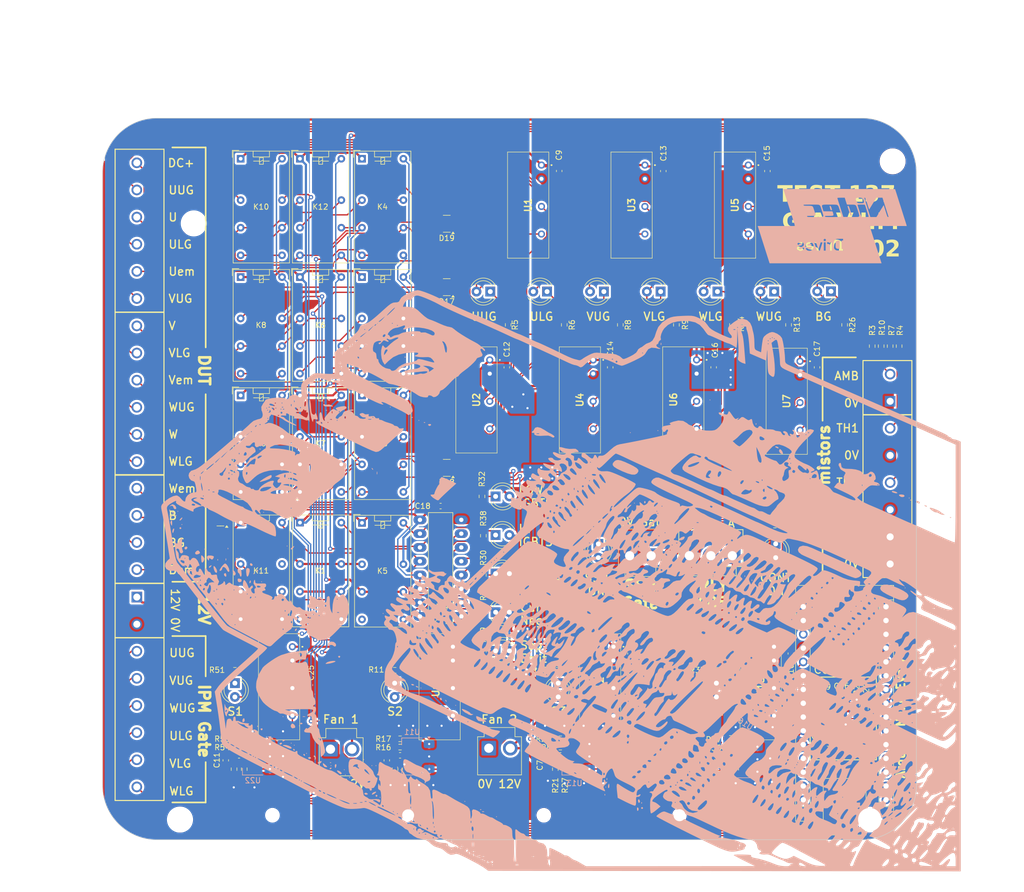
<source format=kicad_pcb>
(kicad_pcb (version 20240108) (generator "pcbnew") (generator_version "8.0")
  (layers (0 "F.Cu" signal) (31 "B.Cu" signal) (34 "B.Paste" user) (35 "F.Paste" user) (36 "B.SilkS" user "B.Silkscreen") (37 "F.SilkS" user "F.Silkscreen") (38 "B.Mask" user) (39 "F.Mask" user) (44 "Edge.Cuts" user))
  (net 0 "")
  (net 1 "/RS485 Comms/Rx")
  (net 2 "/RS485 Comms/En")
  (net 4 "GND")
  (net 5 "/RS485 Comms/Tx")
  (net 6 "/WLGate")
  (net 7 "/ULGate")
  (net 8 "/WUGate")
  (net 9 "/VUGate")
  (net 11 "/UUGate")
  (net 12 "/VLGate")
  (net 13 "/CurrNeg")
  (net 16 "/TRIG")
  (net 17 "/SeperateEmitters")
  (net 18 "Net-(D11-K)")
  (net 19 "+3V3")
  (net 20 "Net-(D11-A)")
  (net 21 "Net-(A1-A6)")
  (net 22 "/CurrLowers")
  (net 23 "/LowersON")
  (net 24 "+5V")
  (net 25 "100mA+")
  (net 26 "12VUppers")
  (net 27 "Net-(D2-K)")
  (net 28 "Net-(D3-K)")
  (net 29 "Net-(D4-K)")
  (net 30 "Net-(D5-K)")
  (net 31 "Net-(D7-K)")
  (net 32 "Net-(D8-K)")
  (net 33 "12VLowers")
  (net 34 "Net-(C19-Pad1)")
  (net 35 "Net-(C20-Pad1)")
  (net 39 "UUG")
  (net 41 "ULG")
  (net 44 "VUG")
  (net 45 "/UppersON")
  (net 46 "VLG")
  (net 47 "WLG")
  (net 48 "WUG")
  (net 49 "BG")
  (net 50 "Net-(D10-A)")
  (net 51 "Net-(C3-Pad1)")
  (net 52 "Net-(D10-K)")
  (net 53 "Net-(D18-K)")
  (net 54 "Net-(D16-K)")
  (net 55 "Net-(D19-K)")
  (net 56 "/Low Current/CurrNeg12V")
  (net 57 "Net-(D17-K)")
  (net 58 "Net-(D6-K)")
  (net 59 "B")
  (net 60 "U")
  (net 61 "DC+")
  (net 62 "+12V")
  (net 63 "V")
  (net 64 "Net-(C4-Pad1)")
  (net 65 "/Low Current/CurrLowers12V")
  (net 66 "Net-(C11-Pad1)")
  (net 67 "Net-(R55-Pad1)")
  (net 68 "/RS485 Comms/B+")
  (net 69 "/RS485 Comms/B-")
  (net 70 "Net-(D1-K)")
  (net 71 "Bem")
  (net 72 "Wem")
  (net 73 "Vem")
  (net 74 "W")
  (net 75 "Net-(C2-Pad1)")
  (net 76 "Net-(C7-Pad1)")
  (net 77 "Net-(C8-Pad1)")
  (net 78 "Uem")
  (net 79 "100mA_0V")
  (net 80 "Net-(D12-A)")
  (net 81 "Net-(D12-K)")
  (net 82 "Net-(D13-K)")
  (net 83 "Net-(D14-K)")
  (net 84 "Net-(D15-K)")
  (net 85 "Net-(D15-A)")
  (net 86 "/Low Current/V 100mA/Pos")
  (net 87 "/Low Current/V 100mA/Neg")
  (net 88 "/Low Current/W 100mA/Neg")
  (net 89 "Net-(D9-A)")
  (net 90 "/Low Current/W 100mA/Pos")
  (net 91 "/Low Current/U 100mA/Pos")
  (net 92 "/Low Current/U 100mA/Neg")
  (net 93 "Net-(D21-K)")
  (net 95 "Net-(D22-K)")
  (net 96 "Net-(R17-Pad1)")
  (net 97 "Net-(R29-Pad1)")
  (net 98 "Net-(R37-Pad1)")
  (net 102 "Net-(D17-A)")
  (net 103 "Net-(D19-A)")
  (net 104 "Net-(D18-A)")
  (net 105 "Net-(U10--Vout)")
  (net 106 "Net-(U12--Vout)")
  (net 107 "Net-(U9--Vout)")
  (net 110 "/DC Supplies/UppersOn12V")
  (net 112 "Net-(K2-Pad4)")
  (net 113 "/Low Current/U 100mA/DC-")
  (net 114 "Net-(K2-Pad13)")
  (net 115 "Net-(K3-Pad13)")
  (net 116 "Net-(K3-Pad4)")
  (net 117 "Net-(K12-Pad6)")
  (net 118 "Net-(K12-Pad11)")
  (net 119 "/DC Supplies/LowersOn12V")
  (net 120 "/Low Current/SeperateEmitters12V")
  (net 121 "Net-(J5-Pin_2)")
  (net 122 "Net-(J5-Pin_4)")
  (net 123 "Net-(J5-Pin_6)")
  (net 124 "Net-(J6-Pin_2)")
  (footprint "Resistor_SMD:R_0603_1608Metric_Pad0.98x0.95mm_HandSolder" (layer "F.Cu") (at 296.672 173.6325 -90)
    (property "Reference" "R5")
    (property "Value" "22k")
  )
  (footprint "LED_THT:LED_D4.0mm" (layer "F.Cu") (at 293.375 167.5035 180)
    (property "Reference" "D2" (hide yes))
    (property "Value" "GREEN LED")
  )
  (footprint "MountingHole:MountingHole_2.2mm_M2_DIN965" (layer "F.Cu") (at 253.24998 263.96127)
    (property "Reference" "REF**" (hide yes))
    (property "Value" "MountingHole_2.2mm_M2_DIN965")
  )
  (footprint "" (layer "F.Cu") (at 363.26798 254.76202)
    (property "Reference" "")
    (property "Value" "")
  )
  (footprint "Imported Parts:BAS16" (layer "F.Cu") (at 243.6645 209.108 180)
    (property "Reference" "D20")
    (property "Value" "D")
  )
  (footprint "Imported Parts:TBA21213" (layer "F.Cu") (at 345.6335 232.9205 -90)
    (property "Reference" "U15")
    (property "Value" "TBA2-1212" (hide yes))
  )
  (footprint "Imported Parts:CUI_TB001-500-02BE" (layer "F.Cu") (at 367.03 187.706 90)
    (property "Reference" "J6" (hide yes))
    (property "Value" "Conn_01x02_Socket")
  )
  (footprint "Capacitor_SMD:C_0603_1608Metric_Pad1.08x0.95mm_HandSolder" (layer "F.Cu") (at 334.518 181.4565 -90)
    (property "Reference" "C16")
    (property "Value" "100n")
  )
  (footprint "Imported Parts:BAS16" (layer "F.Cu") (at 285.3525 166.69 180)
    (property "Reference" "D17")
    (property "Value" "D")
  )
  (footprint "Imported Parts:TB00150006BE" (layer "F.Cu") (at 228.27 143.78 -90)
    (property "Reference" "J2" (hide yes))
    (property "Value" "Conn_01x06_Socket" (hide yes))
  )
  (footprint "Capacitor_SMD:C_0603_1608Metric_Pad1.08x0.95mm_HandSolder" (layer "F.Cu") (at 306.277499 252.931 180)
    (property "Reference" "C8" (hide yes))
    (property "Value" "NF")
  )
  (footprint "Resistor_SMD:R_0603_1608Metric_Pad0.98x0.95mm_HandSolder" (layer "F.Cu") (at 292.1 219.71 -90)
    (property "Reference" "R30")
    (property "Value" "22k")
  )
  (footprint "LED_THT:LED_D4.0mm" (layer "F.Cu") (at 356.137 167.451 180)
    (property "Reference" "D8" (hide yes))
    (property "Value" "GREEN LED")
  )
  (footprint "Capacitor_SMD:C_0603_1608Metric_Pad1.08x0.95mm_HandSolder" (layer "F.Cu") (at 247.0995 252.931 180)
    (property "Reference" "C4" (hide yes))
    (property "Value" "NF")
  )
  (footprint "" (layer "F.Cu") (at 236.21998 254.76202)
    (property "Reference" "")
    (property "Value" "")
  )
  (footprint "Resistor_SMD:R_0603_1608Metric_Pad0.98x0.95mm_HandSolder" (layer "F.Cu") (at 305.709334 237.2655)
    (property "Reference" "R18")
    (property "Value" "22k")
  )
  (footprint "Resistor_SMD:R_0603_1608Metric_Pad0.98x0.95mm_HandSolder" (layer "F.Cu") (at 246.1795 255.471 90)
    (property "Reference" "R52" (hide yes))
    (property "Value" "NF")
  )
  (footprint "Relay_THT:Relay_DPDT_Omron_G5V-2" (layer "F.Cu") (at 258.318 164.83)
    (property "Reference" "K6")
    (property "Value" "G5V-2")
  )
  (footprint "Resistor_SMD:R_0603_1608Metric_Pad0.98x0.95mm_HandSolder" (layer "F.Cu") (at 360.872 247.0565 -90)
    (property "Reference" "R25")
    (property "Value" "22k")
  )
  (footprint "LED_THT:LED_D4.0mm" (layer "F.Cu") (at 345.676665 167.5035 180)
    (property "Reference" "D6" (hide yes))
    (property "Value" "GREEN LED")
  )
  (footprint "LED_THT:LED_D4.0mm" (layer "F.Cu") (at 294.357 219.456)
    (property "Reference" "D13" (hide yes))
    (property "Value" "RED LED")
  )
  (footprint "Capacitor_SMD:C_0603_1608Metric_Pad1.08x0.95mm_HandSolder" (layer "F.Cu") (at 289.7415 234.174 -90)
    (property "Reference" "C1")
    (property "Value" "100n")
  )
  (footprint "Resistor_SMD:R_0603_1608Metric_Pad0.98x0.95mm_HandSolder" (layer "F.Cu") (at 358.648 173.6325 -90)
    (property "Reference" "R26")
    (property "Value" "22k")
  )
  (footprint "Imported Parts:TB00150006BE" (layer "F.Cu") (at 228.27 233.74 -90)
    (property "Reference" "J1" (hide yes))
    (property "Value" "Conn_01x06_Socket" (hide yes))
  )
  (footprint "Relay_THT:Relay_DPDT_Omron_G5V-2" (layer "F.Cu") (at 247.396 164.83)
    (property "Reference" "K8")
    (property "Value" "G5V-2")
  )
  (footprint "Resistor_SMD:R_0603_1608Metric_Pad0.98x0.95mm_HandSolder" (layer "F.Cu") (at 354.711 241.699 180)
    (property "Reference" "R19")
    (property "Value" "10k")
  )
  (footprint "Relay_THT:Relay_DPDT_Omron_G5V-2" (layer "F.Cu") (at 247.396 210.058)
    (property "Reference" "K11")
    (property "Value" "G5V-2")
  )
  (footprint "Resistor_SMD:R_0603_1608Metric_Pad0.98x0.95mm_HandSolder" (layer "F.Cu") (at 336.742 255.408376 90)
    (property "Reference" "R34")
    (property "Value" "NF")
  )
  (footprint "Capacitor_SMD:C_0603_1608Metric_Pad1.08x0.95mm_HandSolder" (layer "F.Cu") (at 284.226 207.01)
    (property "Reference" "C18")
    (property "Value" "100n")
  )
  (footprint "Resistor_SMD:R_0603_1608Metric_Pad0.98x0.95mm_HandSolder" (layer "F.Cu") (at 248.0535 255.471 90)
    (property "Reference" "R53" (hide yes))
    (property "Value" "NF")
  )
  (footprint "Resistor_SMD:R_0603_1608Metric_Pad0.98x0.95mm_HandSolder" (layer "F.Cu") (at 246.3335 237.2655)
    (property "Reference" "R51")
    (property "Value" "22k")
  )
  (footprint "Capacitor_SMD:C_0603_1608Metric_Pad1.08x0.95mm_HandSolder" (layer "F.Cu") (at 260.2775 234.174 -90)
    (property "Reference" "C25")
    (property "Value" "100n")
  )
  (footprint "Capacitor_SMD:C_0603_1608Metric_Pad1.08x0.95mm_HandSolder" (layer "F.Cu") (at 337.662 252.868376 180)
    (property "Reference" "C20" (hide yes))
    (property "Value" "NF")
  )
  (footprint "Resistor_SMD:R_0603_1608Metric_Pad0.98x0.95mm_HandSolder" (layer "F.Cu") (at 292.1 233.68 90)
    (property "Reference" "R39")
    (property "Value" "22k")
  )
  (footprint "Resistor_SMD:R_0603_1608Metric_Pad0.98x0.95mm_HandSolder" (layer "F.Cu") (at 291.846 205.232 -90)
    (property "Reference" "R32")
    (property "Value" "22k")
  )
  (footprint "Capacitor_SMD:C_0603_1608Metric_Pad1.08x0.95mm_HandSolder" (layer "F.Cu") (at 306.07 145.288 -90)
    (property "Reference" "C9")
    (property "Value" "100n")
  )
  (footprint "Resistor_SMD:R_0603_1608Metric_Pad0.98x0.95mm_HandSolder" (layer "F.Cu") (at 292.1 226.2105 -90)
    (property "Reference" "R31")
    (property "Value" "22k")
  )
  (footprint "Imported Parts:TBA21213" (layer "F.Cu") (at 331.38 180.077 -90)
    (property "Reference" "U6")
    (property "Value" "TBA2-1213" (hide yes))
  )
  (footprint "Imported Parts:Arduino_Nano" (layer "F.Cu") (at 351.028 225.552)
    (property "Reference" "A1" (hide yes))
    (property "Value" "Arduino_Nano_Every")
  )
  (footprint "Capacitor_SMD:C_0603_1608Metric_Pad1.08x0.95mm_HandSolder" (layer "F.Cu") (at 315.468 181.4565 -90)
    (property "Reference" "C14")
    (property "Value" "100n")
  )
  (footprint "Resistor_SMD:R_0603_1608Metric_Pad0.98x0.95mm_HandSolder" (layer "F.Cu") (at 360.872 243.5805 -90)
    (property "Reference" "R23")
    (property "Value" "22k")
  )
  (footprint "Resistor_SMD:R_0603_1608Metric_Pad0.98x0.95mm_HandSolder" (layer "F.Cu") (at 327.659999 173.6325 -90)
    (property "Reference" "R9")
    (property "Value" "22k")
  )
  (footprint "Imported Parts:BAS16" (layer "F.Cu") (at 285.3525 199.964 180)
    (property "Reference" "D18")
    (property "Value" "D")
  )
  (footprint "Imported Parts:TB00150006BE" (layer "F.Cu") (at 367.03 217.678 90)
    (property "Reference" "J5" (hide yes))
    (property "Value" "Conn_01x06_Socket" (hide yes))
  )
  (footprint "Relay_THT:Relay_DPDT_Omron_G5V-2" (layer "F.Cu") (at 258.318 210.058)
    (property "Reference" "K1")
    (property "Value" "G5V-2")
  )
  (footprint "Resistor_SMD:R_0603_1608Metric_Pad0.98x0.95mm_HandSolder" (layer "F.Cu") (at 307.231499 255.471 90)
    (property "Reference" "R27")
    (property "Value" "NF")
  )
  (footprint "Capacitor_SMD:C_0603_1608Metric_Pad1.08x0.95mm_HandSolder" (layer "F.Cu") (at 319.2055 234.174 -90)
    (property "Reference" "C6")
    (property "Value" "100n")
  )
  (footprint "Resistor_SMD:R_0603_1608Metric_Pad0.98x0.95mm_HandSolder" (layer "F.Cu") (at 247.0995 251.407 180)
    (property "Reference" "R54")
    (property "Value" "2.2 1%")
  )
  (footprint "LED_THT:LED_D4.0mm" (layer "F.Cu") (at 305.8935 239.6305 -90)
    (property "Reference" "D12" (hide yes))
    (property "Value" "YELLOW LED")
  )
  (footprint "MountingHole:MountingHole_2.2mm_M2_DIN965" (layer "F.Cu") (at 303.236646 263.96127)
    (property "Reference" "REF**" (hide yes))
    (property "Value" "MountingHole_2.2mm_M2_DIN965")
  )
  (footprint "LED_THT:LED_D4.0mm" (layer "F.Cu") (at 335.0235 239.6305 -90)
    (property "Reference" "D15" (hide yes))
    (property "Value" "YELLOW LED")
  )
  (footprint "LED_THT:LED_D4.0mm" (layer "F.Cu") (at 314.295666 167.5035 180)
    (property "Reference" "D4" (hide yes))
    (property "Value" "GREEN LED")
  )
  (footprint "Imported Parts:TB00150006BE" (layer "F.Cu") (at 228.27 173.82 -90)
    (property "Reference" "J4" (hide yes))
    (property "Value" "Conn_01x06_Socket" (hide yes))
  )
  (footprint "Imported Parts:TBA21213" (layer "F.Cu") (at 321.855 144.199 -90)
    (property "Reference" "U3")
    (property "Value" "TBA2-1213" (hide yes))
  )
  (footprint "Resistor_SMD:R_0603_1608Metric_Pad0.98x0.95mm_HandSolder" (layer "F.Cu") (at 275.770167 237.2655)
    (property "Reference" "R11")
    (property "Value" "22k")
  )
  (footprint "Capacitor_SMD:C_0603_1608Metric_Pad1.08x0.95mm_HandSolder" (layer "F.Cu") (at 353.568 181.4565 -90)
    (property "Reference" "C17")
    (property "Value" "100n")
  )
  (footprint "Relay_THT:Relay_DPDT_Omron_G5V-2" (layer "F.Cu") (at 258.318 143.0345)
    (property "Reference" "K12")
    (property "Value" "G5V-2")
  )
  (footprint "Resistor_SMD:R_0603_1608Metric_Pad0.98x0.95mm_HandSolder" (layer "F.Cu") (at 277.7135 255.471 90)
    (property "Reference" "R15")
    (property "Value" "NF")
  )
  (footprint "Relay_THT:Relay_DPDT_Omron_G5V-2" (layer "F.Cu") (at 269.748 186.6255)
    (property "Reference" "K3")
    (property "Value" "G5V-2")
  )
  (footprint "Capacitor_SMD:C_0603_1608Metric_Pad1.08x0.95mm_HandSolder" (layer "F.Cu") (at 276.7595 252.931 180)
    (property "Reference" "C3" (hide yes))
    (property "Value" "NF")
  )
  (footprint "LED_THT:LED_D4.0mm" (layer "F.Cu") (at 345.948 213.975 -90)
    (property "Reference" "D9" (hide yes))
    (property "Value" "RED LED")
  )
  (footprint "Resistor_SMD:R_0603_1608Metric_Pad0.98x0.95mm_HandSolder" (layer "F.Cu") (at 367.03 177.546 90)
    (property "Reference" "R7")
    (property "Value" "2k2")
  )
  (footprint "Resistor_SMD:R_0603_1608Metric_Pad0.98x0.95mm_HandSolder" (layer "F.Cu") (at 345.7975 211.54 180)
    (property "Reference" "R2")
    (property "Value" "1k")
  )
  (footprint "Resistor_SMD:R_0603_1608Metric_Pad0.98x0.95mm_HandSolder" (layer "F.Cu") (at 247.0995 249.883 180)
    (property "Reference" "R55")
    (property "Value" "22k 1%")
  )
  (footprint "Imported Parts:TBA21213" (layer "F.Cu") (at 256.9235 232.9205 -90)
    (property "Reference" "U9")
    (property "Value" "TBA2-1212" (hide yes))
  )
  (footprint "Imported Parts:TBA21213" (layer "F.Cu") (at 293.28 180.086 -90)
    (property "Reference" "U2")
    (property "Value" "TBA2-1213" (hide yes))
  )
  (footprint "Imported Parts:TB00150004BE" (layer "F.Cu") (at 228.27 203.72 -90)
    (property "Reference" "J3" (hide yes))
    (property "Value" "Conn_01x06_Socket" (hide yes))
  )
  (footprint "Resistor_SMD:R_0603_1608Metric_Pad0.98x0.95mm_HandSolder" (layer "F.Cu") (at 337.662 249.820376 180)
    (property "Reference" "R37")
    (property "Value" "22k 1%")
  )
  (footprint "LED_THT:LED_D4.0mm" (layer "F.Cu") (at 335.216332 167.5035 180)
    (property "Reference" "D7" (hide yes))
    (property "Value" "GREEN LED")
  )
  (footprint "Resistor_SMD:R_0603_1608Metric_Pad0.98x0.95mm_HandSolder" (layer "F.Cu") (at 306.277499 249.883 180)
    (property "Reference" "R29")
    (property "Value" "22k 1%")
  )
  (footprint "LED_THT:LED_D4.0mm" (layer "F.Cu") (at 294.357 212.344)
    (property "Reference" "D21" (hide yes))
    (property "Value" "RED LED")
  )
  (footprint "Resistor_SMD:R_0603_1608Metric_Pad0.98x0.95mm_HandSolder" (layer "F.Cu") (at 292.1 212.471 -90)
    (property "Reference" "R38")
    (property "Value" "22k")
  )
  (footprint "Capacitor_SMD:C_0603_1608Metric_Pad1.08x0.95mm_HandSolder" (layer "F.Cu") (at 274.315501 253.851 90)
    (property "Reference" "C2")
    (property "Value" "NF")
  )
  (footprint "" (layer "F.Cu") (at 367.48998 143.51002)
    (property "Reference" "")
    (property "Value" "")
  )
  (footprint "LED_THT:LED_D4.0mm" (layer "F.Cu") (at 294.357 233.68)
    (property "Reference" "D22" (hide yes))
    (property "Value" "RED LED")
  )
  (footprint "Resistor_SMD:R_0603_1608Metric_Pad0.98x0.95mm_HandSolder" (layer "F.Cu") (at 362.461 244.2625 -90)
    (property "Reference" "R24")
    (property "Value" "120")
  )
  (footprint "Resistor_SMD:R_0603_1608Metric_Pad0.98x0.95mm_HandSolder" (layer "F.Cu") (at 348.318665 173.6325 -90)
    (property "Reference" "R13")
    (property "Value" "22k")
  )
  (footprint "Resistor_SMD:R_0603_1608Metric_Pad0.98x0.95mm_HandSolder" (layer "F.Cu") (at 338.582 255.408376 90)
    (property "Reference" "R35")
    (property "Value" "NF")
  )
  (footprint "Resistor_SMD:R_0603_1608Metric_Pad0.98x0.95mm_HandSolder" (layer "F.Cu") (at 355.6885 249.065 180)
    (property "Reference" "R22")
    (property "Value" "10k")
  )
  (footprint "Relay_THT:Relay_DPDT_Omron_G5V-2" (layer "F.Cu") (at 269.748 164.83)
    (property "Reference" "K2")
    (property "Value" "G5V-2")
  )
  (footprint "Resistor_SMD:R_0603_1608Metric_Pad0.98x0.95mm_HandSolder" (layer "F.Cu") (at 307.001333 173.6325 -90)
    (property "Reference" "R6")
    (property "Value" "22k")
  )
  (footprint "Capacitor_SMD:C_0603_1608Metric_Pad1.08x0.95mm_HandSolder" (layer "F.Cu") (at 348.742 234.174 90)
    (property "Reference" "C10")
    (property "Value" "100n")
  )
  (footprint "Relay_THT:Relay_DPDT_Omron_G5V-2" (layer "F.Cu") (at 258.318 186.6255)
    (property "Reference" "K7")
    (property "Value" "G5V-2")
  )
  (footprint "Resistor_SMD:R_0603_1608Metric_Pad0.98x0.95mm_HandSolder" (layer "F.Cu") (at 275.839501 255.471 90)
    (property "Reference" "R12")
    (property "Value" "NF")
  )
  (footprint "Imported Parts:BAS16" (layer "F.Cu") (at 285.3525 155.006 180)
    (property "Reference" "D19")
    (property "Value" "D")
  )
  (footprint "LED_THT:LED_D4.0mm" (layer "F.Cu") (at 246.3335 239.6305 -90)
    (property "Reference" "D11" (hide yes))
    (property "Value" "YELLOW LED")
  )
  (footprint "Imported Parts:B3P-VH" (layer "F.Cu") (at 334.01 216.154 180)
    (property "Reference" "J9" (hide yes))
    (property "Value" "Conn_01x03_Socket")
  )
  (footprint "Resistor_SMD:R_0603_1608Metric_Pad0.98x0.95mm_HandSolder" (layer "F.Cu") (at 368.683333 177.546 90)
    (property "Reference" "R4")
    (property "Value" "2k2")
  )
  (footprint "LED_THT:LED_D4.0mm" (layer "F.Cu") (at 313.278 213.975 -90)
    (property "Reference" "D1" (hide yes))
    (property "Value" "RED LED")
  )
  (footprint "LED_THT:LED_D4.0mm" (layer "F.Cu") (at 324.755999 167.5035 180)
    (property "Reference" "D5" (hide yes))
    (property "Value" "GREEN LED")
  )
  (footprint "Capacitor_SMD:C_0603_1608Metric_Pad1.08x0.95mm_HandSolder" (layer "F.Cu") (at 325.247 145.304 -90)
    (property "Reference" "C13")
    (property "Value" "100n")
  )
  (footprint "Imported Parts:TBA21213" (layer "F.Cu") (at 316.0635 232.9205 -90)
    (property "Reference" "U12")
    (property "Value" "TBA2-1212" (hide yes))
  )
  (footprint "LED_THT:LED_D4.0mm" (layer "F.Cu") (at 294.357 205.232)
    (property "Reference" "D16" (hide yes))
    (property "Value" "RED LED")
  )
  (footprint "MountingHole:MountingHole_2.2mm_M2_DIN965" (layer "F.Cu") (at 278.243313 263.96127)
    (property "Reference" "REF**" (hide yes))
    (property "Value" "MountingHole_2.2mm_M2_DIN965")
  )
  (footprint "" (layer "F.Cu") (at 238.75998 154.94002)
    (property "Reference" "")
    (property "Value" "")
  )
  (footprint "Relay_THT:Relay_DPDT_Omron_G5V-2" (layer "F.Cu") (at 269.748 210.1055)
    (property "Reference" "K5")
    (property "Value" "G5V-2")
  )
  (footprint "Resistor_SMD:R_0603_1608Metric_Pad0.98x0.95mm_HandSolder" (layer "F.Cu") (at 337.662 251.344376 180)
    (property "Reference" "R36")
    (property "Value" "2.2 1%")
  )
  (footprint "Capacitor_SMD:C_0603_1608Metric_Pad1.08x0.95mm_HandSolder" (layer "F.Cu") (at 358.1785 241.699)
    (property "Reference" "C26")
    (property "Value" "100n")
  )
  (footprint "Resistor_SMD:R_0603_1608Metric_Pad0.98x0.95mm_HandSolder" (layer "F.Cu") (at 363.723333 177.546 90)
    (property "Reference" "R3")
    (property "Value" "2k2")
  )
  (footprint "Capacitor_SMD:C_0603_1608Metric_Pad1.08x0.95mm_HandSolder" (layer "F.Cu") (at 344.424 145.304 -90)
    (property "Reference" "C15")
    (property "Value" "100n")
  )
  (footprint "Resistor_SMD:R_0603_1608Metric_Pad0.98x0.95mm_HandSolder" (layer "F.Cu") (at 317.330666 173.6325 -90)
    (property "Reference" "R8")
    (property "Value" "22k")
  )
  (footprint "Imported Parts:JST_VH_B2P-VH_1x02_P3.96mm_Vertical" (layer "F.Cu") (at 323.008 216.16 180)
    (property "Reference" "J8" (hide yes))
    (property "Value" "Conn_01x02_Socket")
  )
  (footprint "Resistor_SMD:R_0603_1608Metric_Pad0.98x0.95mm_HandSolder" (layer "F.Cu") (at 276.7595 249.883 180)
    (property "Reference" "R17")
    (property "Value" "22k 1%")
  )
  (footprint "MountingHole:MountingHole_2.2mm_M2_DIN965" (layer "F.Cu") (at 328.22998 263.96127)
    (property "Reference" "REF**" (hide yes))
    (property "Value" "MountingHole_2.2mm_M2_DIN965")
  )
  (footprint "Capacitor_SMD:C_0603_1608Metric_Pad1.08x0.95mm_HandSolder" (layer "F.Cu") (at 244.6555 253.851 90)
    (property "Reference" "C11")
    (property "Value" "NF")
  )
  (footprint "Resistor_SMD:R_0603_1608Metric_Pad0.98x0.95mm_HandSolder" (layer "F.Cu") (at 313.2255 211.54)
    (property "Reference" "R1")
    (property "Value" "1k")
  )
  (footprint "LED_THT:LED_D4.0mm" (layer "F.Cu") (at 275.7635 239.6305 -90)
    (property "Reference" "D10" (hide yes))
    (property "Value" "YELLOW LED" (hide yes))
  )
  (footprint "Resistor_SMD:R_0603_1608Metric_Pad0.98x0.95mm_HandSolder" (layer "F.Cu") (at 365.376667 177.546 90)
    (property "Reference" "R10")
    (property "Value" "2k2")
  )
  (footprint "Capacitor_SMD:C_0603_1608Metric_Pad1.08x0.95mm_HandSolder" (layer "F.Cu") (at 335.218 253.788376 90)
    (property "Reference" "C19")
    (property "Value" "NF")
  )
  (footprint "Resistor_SMD:R_0603_1608Metric_Pad0.98x0.95mm_HandSolder" (layer "F.Cu") (at 306.277499 251.407 180)
    (property "Reference" "R28")
    (property "Value" "2.2 1%")
  )
  (footprint "Imported Parts:TBA21213" (layer "F.Cu") (at 340.905 144.199 -90)
    (property "Reference" "U5")
    (property "Value" "TBA2-1213" (hide yes))
  )
  (footprint "LED_THT:LED_D4.0mm" (layer "F.Cu") (at 294.357 226.568)
    (property "Reference" "D14" (hide yes))
    (property "Value" "RED LED")
  )
  (footprint "Imported Parts:TBA21213" (layer "F.Cu") (at 286.4935 232.9205 -90)
    (property "Reference" "U10")
    (property "Value" "TBA2-1212" (hide yes))
  )
  (footprint "Capacitor_SMD:C_0603_1608Metric_Pad1.08x0.95mm_HandSolder" (layer "F.Cu") (at 296.418 181.4565 -90)
    (property "Reference" "C12")
    (property "Value" "100n")
  )
  (footprint "Resistor_SMD:R_0603_1608Metric_Pad0.98x0.95mm_HandSolder" (layer "F.Cu") (at 337.989332 173.6325 -90)
    (property "Reference" "R14")
    (property "Value" "22k")
  )
  (footprint "Imported Parts:JST_VH_B2P-VH_1x02_P3.96mm_Vertical" (layer "F.Cu") (at 293.1035 251.6105)
    (property "Reference" "J13" (hide yes))
    (property "Value" "Conn_01x02_Socket")
  )
  (footprint "Resistor_SMD:R_0603_1608Metric_Pad0.98x0.95mm_HandSolder" (layer "F.Cu") (at 305.3575 255.471 90)
    (property "Reference" "R21")
    (property "Value" "NF")
  )
  (footprint "Resistor_SMD:R_0603_1608Metric_Pad0.98x0.95mm_HandSolder" (layer "F.Cu") (at 335.0235 237.2655)
    (property "Reference" "R33")
    (property "Value" "22k")
  )
  (footprint "Imported Parts:CUI_TB001-500-02BE" (layer "F.Cu") (at 228.27 223.774 -90)
    (property "Reference" "J11" (hide yes))
    (property "Value" "Conn_01x02_Socket" (hide yes))
  )
  (footprint "Relay_THT:Relay_DPDT_Omron_G5V-2" (layer "F.Cu") (at 247.396 186.6255)
    (property "Reference" "K9")
    (property "Value" "G5V-2")
  )
  (footprint "LED_THT:LED_D4.0mm" (layer "F.Cu") (at 303.835333 167.5035 180)
    (property "Reference" "D3" (hide yes))
    (property "Value" "GREEN LED")
  )
  (footprint "Package_DIP:DIP-16_W7.62mm_LongPads" (layer "F.Cu") (at 288.036 227.33 180)
    (property "Reference" "U14")
    (property "Value" "ULN2003")
  )
  (footprint "Package_SO:SOIC-8_3.9x4.9mm_P1.27mm" (layer "F.Cu") (at 356.365 245.335)
    (property "Reference" "IC2")
    (property "Value" "MAX485CSA+T")
  )
  (footprint "Resistor_SMD:R_0603_1608Metric_Pad0.98x0.95mm_HandSolder" (layer "F.Cu") (at 276.7595 251.407 180)
    (property "Reference" "R16")
    (property "Value" "2.2 1%")
  )
  (footprint "Imported Parts:TBA21213" (layer "F.Cu") (at 312.33 180.086 -90)
    (property "Reference" "U4")
    (property "Value" "TBA2-1213" (hide yes))
  )
  (footprint "Relay_THT:Relay_DPDT_Omron_G5V-2" (layer "F.Cu") (at 269.748 143.0345)
    (property "Reference" "K4")
    (property "Value" "G5V-2")
  )
  (footprint "Relay_THT:Relay_DPDT_Omron_G5V-2" (layer "F.Cu") (at 247.396 143.0345)
    (property "Reference" "K10")
    (property "Value" "G5V-2" (hide yes))
  )
  (footprint "Imported Parts:TBA21213" (layer "F.Cu") (at 302.805 144.199 -90)
    (property "Reference" "U1")
    (property "Value" "TBA2-1213" (hide yes))
  )
  (footprint "Resistor_SMD:R_0603_1608Metric_Pad0.98x0.95mm_HandSolder" (layer "F.Cu") (at 355.6885 250.716 180)
    (property "Reference" "R20")
    (property "Value" "10k")
  )
  (footprint "Imported Parts:TBA21213" (layer "F.Cu") (at 350.43 180.331 -90)
    (property "Reference" "U7")
    (property "Value" "TBA2-1213" (hide yes))
  )
  (footprint "Capacitor_SMD:C_0603_1608Metric_Pad1.08x0.95mm_HandSolder" (layer "F.Cu") (at 303.8335 253.851 90)
    (property "Reference" "C7")
    (property "Value" "NF")
  )
  (footprint "Imported Parts:JST_VH_B2P-VH_1x02_P3.96mm_Vertical" (layer "F.Cu") (at 263.9435 251.7905)
    (property "Reference" "J12" (hide yes))
    (property "Value" "Conn_01x02_Socket")
  )
  (footprint "Package_TO_SOT_SMD:SOT-223-3_TabPin2" (layer "B.Cu") (at 249.634 253.136998 180)
    (property "Reference" "U22")
    (property "Value" "LT3092xST")
  )
  (footprint "Custom Parts:IGBT" (layer "B.Cu") (at 304.776653 219.730535 180)
    (property "Reference" "G***")
    (property "Value" "LOGO" (hide yes))
  )
  (footprint "Package_TO_SOT_SMD:SOT-223-3_TabPin2" (layer "B.Cu") (at 308.485499 253.136998 180)
    (property "Reference" "U13")
    (property "Value" "LT3092xST")
  )
  (footprint "Package_TO_SOT_SMD:SOT-223-3_TabPin2" (layer "B.Cu") (at 278.9675 253.136998 180)
    (property "Reference" "U11")
    (property "Value" "LT3092xST")
  )
  (footprint "Package_TO_SOT_SMD:SOT-223-3_TabPin2" (layer "B.Cu") (at 339.434 253.644376 180)
    (property "Reference" "U16")
    (property "Value" "LT3092xST")
  )
  (footprint "LOGO" (layer "B.Cu") (at 356.254016 155.042035 180)
    (property "Reference" "G***")
    (property "Value" "LOGO" (hide yes))
  )
  (gr_line (start 240.9505 140.95) (end 234.81 140.95) (stroke (width 0.3)) (layer "F.SilkS"))
  (gr_line (start 240.9505 186.40975) (end 240.9505 220.95) (stroke (width 0.3)) (layer "F.SilkS"))
  (gr_line (start 240.9505 230.95) (end 234.81 230.95) (stroke (width 0.3)) (layer "F.SilkS"))
  (gr_line (start 240.9505 220.95) (end 234.81 220.95) (stroke (width 0.3)) (layer "F.SilkS"))
  (gr_line (start 354.584 221.488) (end 354.584 210.26925) (stroke (width 0.3)) (layer "F.SilkS"))
  (gr_line (start 240.9545 177.78175) (end 240.9505 140.95) (stroke (width 0.3)) (layer "F.SilkS"))
  (gr_line (start 240.9505 261.605) (end 234.81 261.605) (stroke (width 0.3)) (layer "F.SilkS"))
  (gr_line (start 354.584 179.62075) (end 360.7245 179.62075) (stroke (width 0.3)) (layer "F.SilkS"))
  (gr_line (start 240.9505 230.95) (end 240.9505 238.38) (stroke (width 0.3)) (layer "F.SilkS"))
  (gr_line (start 240.9505 254.175) (end 240.9505 261.605) (stroke (width 0.3)) (layer "F.SilkS"))
  (gr_line (start 354.584 191.28475) (end 354.584 179.72925) (stroke (width 0.3)) (layer "F.SilkS"))
  (gr_rect (start 352.298 238.506) (end 364.49 253.746) (stroke (width 0.2)) (fill none) (layer "F.SilkS"))
  (gr_arc (start 371.862 258.46125) (mid 368.933068 265.532318) (end 361.862 268.46125) (stroke (width 0.1)) (layer "Edge.Cuts"))
  (gr_arc (start 231.962 268.46125) (mid 224.890922 265.532328) (end 221.962 258.46125) (stroke (width 0.1)) (layer "Edge.Cuts"))
  (gr_line (start 221.962 258.46125) (end 221.962 145.56125) (stroke (width 0.1)) (layer "Edge.Cuts"))
  (gr_arc (start 361.862 135.56125) (mid 368.933085 138.490179) (end 371.862 145.56125) (stroke (width 0.1)) (layer "Edge.Cuts"))
  (gr_line (start 231.962 135.56125) (end 361.862 135.56125) (stroke (width 0.1)) (layer "Edge.Cuts"))
  (gr_line (start 371.862 145.56125) (end 371.862 258.46125) (stroke (width 0.1)) (layer "Edge.Cuts"))
  (gr_arc (start 221.962 145.56125) (mid 224.890932 138.490182) (end 231.962 135.56125) (stroke (width 0.1)) (layer "Edge.Cuts"))
  (gr_line (start 361.862 268.46125) (end 231.962 268.46125) (stroke (width 0.1)) (layer "Edge.Cuts"))
  (gr_text "WUG" (at 234.1 245.122 0) (layer "F.SilkS") (effects (font (size 1.5 1.5) (thickness 0.25) (bold yes)) (justify left bottom)))
  (gr_text "WUG" (at 342.136306 172.974 0) (layer "F.SilkS") (effects (font (size 1.5 1.5) (thickness 0.25) (bold yes)) (justify left bottom)))
  (gr_text "ULG" (at 238.574286 159.68941 0) (layer "F.SilkS") (effects (font (size 1.5 1.5) (thickness 0.25) (bold yes)) (justify right bottom)))
  (gr_text "SSR\nON" (at 312.928 223.52 0) (layer "F.SilkS") (effects (font (size 1.5 1.5) (thickness 0.25) (bold yes)) (justify bottom)))
  (gr_text "BG" (at 237.288571 214.65058 0) (layer "F.SilkS") (effects (font (size 1.5 1.5) (thickness 0.25) (bold yes)) (justify right bottom)))
  (gr_text "RLY\n485" (at 337.417143 226.06 0) (layer "F.SilkS") (effects (font (size 2 2) (thickness 0.5) (bold yes)) (justify right bottom)))
  (gr_text "12V 0V" (at 234.442 222.049001 270) (layer "F.SilkS") (effects (font (size 1.5 1.5) (thickness 0.25) (bold yes)) (justify left bottom)))
  (gr_text "WUG" (at 239.074286 189.66823 0) (layer "F.SilkS") (effects (font (size 1.5 1.5) (thickness 0.25) (bold yes)) (justify right bottom)))
  (gr_text "U" (at 235.86 154.69294 0) (layer "F.SilkS") (effects (font (size 1.5 1.5) (thickness 0.25) (bold yes)) (justify right bottom)))
  (gr_text "0V" (at 358.394 208.548 0) (layer "F.SilkS") (effects (font (size 1.5 1.5) (thickness 0.25) (bold yes)) (justify left bottom)))
  (gr_text "VLG" (at 321.431784 172.974 0) (layer "F.SilkS") (effects (font (size 1.5 1.5) (thickness 0.25) (bold yes)) (justify left bottom)))
  (gr_text "SSR\nGate" (at 321.028 226.06 0) (layer "F.SilkS") (effects (font (size 2 2) (thickness 0.5) (bold yes)) (justify bottom)))
  (gr_text "DC+" (at 233.838571 144.7 0) (layer "F.SilkS") (effects (font (size 1.5 1.5) (thickness 0.25) (bold yes)) (justify left bottom)))
  (gr_text "0V  B  A" (at 328.168 211.07 0) (layer "F.SilkS") (effects (font (size 1.5 1.5) (thickness 0.25) (bold yes)) (justify left bottom)))
  (gr_text "CONT\nON" (at 345.948 223.52 0) (layer "F.SilkS") (effects (font (size 1.5 1.5) (thickness 0.25) (bold yes)) (justify bottom)))
  (gr_text "Vem" (at 238.859999 184.67176 0) (layer "F.SilkS") (effects (font (size 1.5 1.5) (thickness 0.25) (bold yes)) (justify right bottom)))
  (gr_text "S1" (at 244.812 245.712 0) (layer "F.SilkS") (effects (font (size 1.5 1.5) (thickness 0.25) (bold yes)) (justify left bottom)))
  (gr_text "TH1" (at 356.965428 193.548 0) (layer "F.SilkS") (effects (font (size 1.5 1.5) (thickness 0.25) (bold yes)) (justify left bottom)))
  (gr_text "WLG" (at 234.1 260.398 0) (layer "F.SilkS") (effects (font (size 1.5 1.5) (thickness 0.25) (bold yes)) (justify left bottom)))
  (gr_text "0V" (at 358.394 198.548 0) (layer "F.SilkS") (effects (font (size 1.5 1.5) (thickness 0.25) (bold yes)) (justify left bottom)))
  (gr_text "0V" (at 358.394 218.548 0) (layer "F.SilkS") (effects (font (size 1.5 1.5) (thickness 0.25) (bold yes)) (justify left bottom)))
  (gr_text "0V 12V" (at 262.128 259.08 0) (layer "F.SilkS") (effects (font (size 1.5 1.5) (thickness 0.25) (bold yes)) (justify left bottom)))
  (gr_text "VLG" (at 234.1 255.306 0) (layer "F.SilkS") (effects (font (size 1.5 1.5) (thickness 0.25) (bold yes)) (justify left bottom)))
  (gr_text "UUG" (at 234.1 234.938 0) (layer "F.SilkS") (effects (font (size 1.5 1.5) (thickness 0.25) (bold yes)) (justify left bottom)))
  (gr_text "S2" (at 274.242 245.712 0) (layer "F.SilkS") (effects (font (size 1.5 1.5) (thickness 0.25) (bold yes)) (justify left bottom)))
  (gr_text "Curr\nNeg" (at 298.704 228.981 0) (layer "F.SilkS") (effects (font (size 1.5 1.5) (thickness 0.25) (bold yes)) (justify left bottom)))
  (gr_text "12V" (at 239.498 222.962095 -90) (layer "F.SilkS") (effects (font (size 2 2) (thickness 0.5) (bold yes)) (justify left bottom)))
  (gr_text "ULG" (at 234.1 250.214 0) (layer "F.SilkS") (effects (font (size 1.5 1.5) (thickness 0.25) (bold yes)) (justify left bottom)))
  (gr_text "0V 12V" (at 290.858501 259.08 0) (layer "F.SilkS") (effects (font (size 1.5 1.5) (thickness 0.25) (bold yes)) (justify left bottom)))
  (gr_text "VUG" (at 310.936666 172.974 0) (layer "F.SilkS") (effects (font (size 1.5 1.5) (thickness 0.25) (bold yes)) (justify left bottom)))
  (gr_text "B" (at 235.788571 209.65411 0) (layer "F.SilkS") (effects (font (size 1.5 1.5) (thickness 0.25) (bold yes)) (justify right bottom)))
  (gr_text "VUG" (at 238.645714 169.68235 0) (layer "F.SilkS") (effects (font (size 1.5 1.5) (thickness 0.25) (bold yes)) (justify right bottom)))
  (gr_text "Curr\nLowers" (at 298.704 221.742 0) (layer "F.SilkS") (effects (font (size 1.5 1.5) (thickness 0.25) (bold yes)) (justify left bottom)))
  (gr_text "V" (at 235.574285 174.67882 0) (layer "F.SilkS") (effects (font (size 1.5 1.5) (thickness 0.25) (bold yes)) (justify right bottom)))
  (gr_text "VLG" (at 238.288571 179.67529 0) (layer "F.SilkS") (effects (font (size 1.5 1.5) (thickness 0.25) (bold yes)) (justify right bottom)))
  (gr_text "UUG" (at 289.732143 172.974 0) (layer "F.SilkS") (effects (font (size 1.5 1.5) (thickness 0.25) (bold yes)) (justify left bottom)))
  (gr_text "Wem" (at 239.288571 204.65764 0) (layer "F.SilkS") (effects (font (size 1.5 1.5) (thickness 0.25) (bold yes)) (justify right bottom)))
  (gr_text "W" (at 236.002857 194.6647 0) (layer "F.SilkS") (effects (font (size 1.5 1.5) (thickness 0.25) (bold yes)) (justify right bottom)))
  (gr_text "Fan 1" (at 262.412786 247.1705 0) (layer "F.SilkS") (effects (font (size 1.5 1.5) (thickness 0.25) (bold yes)) (justify left bottom)))
  (gr_text "BG" (at 353.06 172.974 0) (layer "F.SilkS") (effects (font (size 1.5 1.5) (thickness 0.25) (bold yes)) (justify left bottom)))
  (gr_text "0V Gate" (at 316.918 210.81 0) (layer "F.SilkS") (effects (font (size 1.5 1.5) (thickness 0.25) (bold yes)) (justify left bottom)))
  (gr_text "TEST 137 \nG.A.V.I.M\nISS 04.02" (at 357.886 161.544 0) (layer "F.SilkS") (effects (font (size 3 3) (thickness 0.5) (bold yes)) (justify bottom)))
  (gr_text "UUG" (at 238.931429 149.69647 0) (layer "F.SilkS") (effects (font (size 1.5 1.5) (thickness 0.25) (bold yes)) (justify right bottom)))
  (gr_text "485\nComms" (at 352.806 237.998 0) (layer "F.SilkS") (effects (font (size 1.5 1.5) (thickness 0.2)) (justify left bottom)))
  (gr_text "Sep\nEmit" (at 298.704 235.966 0) (layer "F.SilkS") (effects (font (size 1.5 1.5) (thickness 0.25) (bold yes)) (justify left bottom)))
  (gr_text "Thermistors" (at 356.0365 209.74475 90) (layer "F.SilkS") (effects (font (size 2 2) (thickness 0.5) (bold yes)) (justify left bottom)))
  (gr_text "UP\nIGBTS" (at 298.45 214.485208 0) (layer "F.SilkS") (effects (font (size 1.5 1.5) (thickness 0.25) (bold yes)) (justify left bottom)))
  (gr_text "DUT" (at 239.498 178.816 -90) (layer "F.SilkS") (effects (font (size 2 2) (thickness 0.5) (bold yes)) (justify left bottom)))
  (gr_text "WLG" (at 331.569759 172.974 0) (layer "F.SilkS") (effects (font (size 1.5 1.5) (thickness 0.25) (bold yes)) (justify left bottom)))
  (gr_text "AMB" (at 356.608285 183.91975 0) (layer "F.SilkS") (effects (font (size 1.5 1.5) (thickness 0.25) (bold yes)) (justify left bottom)))
  (gr_text "S3" (at 304.372 245.712 0) (layer "F.SilkS") (effects (font (size 1.5 1.5) (thickness 0.25) (bold yes)) (justify left bottom)))
  (gr_text "Uem" (at 239.145714 164.68588 0) (layer "F.SilkS") (effects (font (size 1.5 1.5) (thickness 0.25) (bold yes)) (justify right bottom)))
  (gr_text "0V" (at 358.394 188.91975 0) (layer "F.SilkS") (effects (font (size 1.5 1.5) (thickness 0.25) (bold yes)) (justify left bottom)))
  (gr_text "WLG" (at 238.717143 199.66117 0) (layer "F.SilkS") (effects (font (size 1.5 1.5) (thickness 0.25) (bold yes)) (justify right bottom)))
  (gr_text "Arduino Nano Every" (at 369.86 257.38 90) (layer "F.SilkS") (effects (font (size 1.5 1.5) (thickness 0.375) (bold yes)) (justify left bottom)))
  (gr_text "IPM Gate\n" (at 239.498 239.56 -90) (layer "F.SilkS") (effects (font (size 2 2) (thickness 0.5) (bold yes)) (justify left bottom)))
  (gr_text "Bem" (at 239.074285 219.64705 0) (layer "F.SilkS") (effects (font (size 1.5 1.5) (thickness 0.25) (bold yes)) (justify right bottom)))
  (gr_text "ULG" (at 300.512976 172.974 0) (layer "F.SilkS") (effects (font (size 1.5 1.5) (thickness 0.25) (bold yes)) (justify left bottom)))
  (gr_text "Fan 2" (at 291.572786 247.1705 0) (layer "F.SilkS") (effects (font (size 1.5 1.5) (thickness 0.25) (bold yes)) (justify left bottom)))
  (gr_text "TH2" (at 356.965428 203.548 0) (layer "F.SilkS") (effects (font (size 1.5 1.5) (thickness 0.25) (bold yes)) (justify left bottom)))
  (gr_text "S4" (at 333.502 245.712 0) (layer "F.SilkS") (effects (font (size 1.5 1.5) (thickness 0.25) (bold yes)) (justify left bottom)))
  (gr_text "VUG" (at 234.1 240.03 0) (layer "F.SilkS") (effects (font (size 1.5 1.5) (thickness 0.25) (bold yes)) (justify left bottom)))
  (gr_text "TH3" (at 356.965428 213.548 0) (layer "F.SilkS") (effects (font (size 1.5 1.5) (thickness 0.25) (bold yes)) (justify left bottom)))
  (gr_text "LOW\nIGBTS" (at 298.45 207.373208 0) (layer "F.SilkS") (effects (font (size 1.5 1.5) (thickness 0.25) (bold yes)) (justify left bottom)))
  (segment (start 353.89 243.43) (end 353.89 241.7905) (width 0.25) (layer "F.Cu") (net 1))
  (segment (start 353.7985 230.8625) (end 353.7985 241.699) (width 0.25) (layer "F.Cu") (net 1))
  (segment (start 351.028 228.092) (end 353.7985 230.8625) (width 0.25) (layer "F.Cu") (net 1))
  (segment (start 354.776 250.716) (end 352.59 248.53) (width 0.25) (layer "F.Cu") (net 2))
  (segment (start 352.59 248.53) (end 352.59 246.204) (width 0.25) (layer "F.Cu") (net 2))
  (segment (start 353.89 245.97) (end 353.89 244.7) (width 0.25) (layer "F.Cu") (net 2))
  (segment (start 353.814 250.716) (end 354.776 250.716) (width 0.25) (layer "F.Cu") (net 2))
  (segment (start 352.824 245.97) (end 353.89 245.97) (width 0.25) (layer "F.Cu") (net 2))
  (segment (start 352.59 246.204) (end 352.824 245.97) (width 0.25) (layer "F.Cu") (net 2))
  (segment (start 351.028 250.952) (end 353.578 250.952) (width 0.25) (layer "F.Cu") (net 2))
  (segment (start 353.578 250.952) (end 353.814 250.716) (width 0.25) (layer "F.Cu") (net 2))
  (segment (start 310.642 227.838) (end 308.864 229.616) (width 0.4) (layer "F.Cu") (net 4))
  (segment (start 289.3175 235.4605) (end 289.7415 235.0365) (width 0.4) (layer "F.Cu") (net 4))
  (segment (start 322.4275 146.1665) (end 321.855 146.739) (width 0.4) (layer "F.Cu") (net 4))
  (segment (start 345.8475 227.838) (end 310.642 227.838) (width 0.4) (layer "F.Cu") (net 4))
  (segment (start 263.9435 254.0375) (end 270.51 260.604) (width 0.4) (layer "F.Cu") (net 4))
  (segment (start 329.896306 205.297) (end 341.565 205.297) (width 0.4) (layer "F.Cu") (net 4))
  (segment (start 352.228 224.352) (end 349.3335 224.352) (width 0.4) (layer "F.Cu") (net 4))
  (segment (start 330.05 218.27532) (end 320.48732 227.838) (width 0.4) (layer "F.Cu") (net 4))
  (segment (start 299.974 246.126) (end 299.974 237.998) (width 0.4) (layer "F.Cu") (net 4))
  (segment (start 259.8535 235.4605) (end 260.2775 235.0365) (width 0.4) (layer "F.Cu") (net 4))
  (segment (start 358.84 247.24) (end 358.9985 247.0815) (width 0.4) (layer "F.Cu") (net 4))
  (segment (start 293.1035 254.2665) (end 293.1035 251.6105) (width 0.4) (layer "F.Cu") (net 4))
  (segment (start 360.872 232.996) (end 352.228 224.352) (width 0.4) (layer "F.Cu") (net 4))
  (segment (start 286.4935 235.4605) (end 289.3175 235.4605) (width 0.4) (layer "F.Cu") (net 4))
  (segment (start 263.9435 251.7905) (end 263.9435 254.0375) (width 0.4) (layer "F.Cu") (net 4))
  (segment (start 341.4935 146.1505) (end 340.905 146.739) (width 0.4) (layer "F.Cu") (net 4))
  (segment (start 318.7815 235.4605) (end 319.2055 235.0365) (width 0.4) (layer "F.Cu") (net 4))
  (segment (start 285.496 207.01) (end 288.036 209.55) (width 0.4) (layer "F.Cu") (net 4))
  (segment (start 325.643306 209.55) (end 329.896306 205.297) (width 0.4) (layer "F.Cu") (net 4))
  (segment (start 303.3935 146.1505) (end 302.805 146.739) (width 0.4) (layer "F.Cu") (net 4))
  (segment (start 320.48732 227.838) (end 310.642 227.838) (width 0.4) (layer "F.Cu") (net 4))
  (segment (start 344.582 229.1035) (end 345.8475 227.838) (width 0.4) (layer "F.Cu") (net 4))
  (segment (start 360.872 242.668) (end 360.872 232.996) (width 0.4) (layer "F.Cu") (net 4))
  (segment (start 325.247 146.1665) (end 322.4275 146.1665) (width 0.4) (layer "F.Cu") (net 4))
  (segment (start 330.05 216.154) (end 330.05 218.27532) (width 0.4) (layer "F.Cu") (net 4))
  (segment (start 316.0635 235.4605) (end 318.7815 235.4605) (width 0.4) (layer "F.Cu") (net 4))
  (segment (start 285.0885 207.01) (end 285.496 207.01) (width 0.4) (layer "F.Cu") (net 4))
  (segment (start 345.6335 235.4605) (end 344.582 234.409) (width 0.4) (layer "F.Cu") (net 4))
  (segment (start 350.982 182.319) (end 350.43 182.871) (width 0.4) (layer "F.Cu") (net 4))
  (segment (start 296.418 182.319) (end 293.587 182.319) (width 0.4) (layer "F.Cu") (net 4))
  (segment (start 256.9235 235.4605) (end 259.8535 235.4605) (width 0.4) (layer "F.Cu") (net 4))
  (segment (start 341.565 205.297) (end 354.17425 192.68775) (width 0.4) (layer "F.Cu") (net 4))
  (segment (start 326.404 227.838) (end 345.8475 227.838) (width 0.4) (layer "F.Cu") (net 4))
  (segment (start 286.766 260.604) (end 293.1035 254.2665) (width 0.4) (layer "F.Cu") (net 4))
  (segment (start 349.3335 224.352) (end 345.8475 227.838) (width 0.4) (layer "F.Cu") (net 4))
  (segment (start 294.4895 251.6105) (end 299.974 246.126) (width 0.4) (layer "F.Cu") (net 4))
  (segment (start 319.048 216.16) (end 314.428 211.54) (width 0.4) (layer "F.Cu") (net 4))
  (segment (start 350.065 232.209) (end 351.028 233.172) (width 0.4) (layer "F.Cu") (net 4))
  (segment (start 344.582 234.409) (end 344.582 229.1035) (width 0.4) (layer "F.Cu") (net 4))
  (segment (start 293.1035 251.6105) (end 294.4895 251.6105) (width 0.4) (layer "F.Cu") (net 4))
  (segment (start 353.568 182.319) (end 350.982 182.319) (width 0.4) (layer "F.Cu") (net 4))
  (segment (start 330.81965 214.77235) (end 330.81965 216.154) (width 0.4) (layer "F.Cu") (net 4))
  (segment (start 348.742 232.209) (end 350.065 232.209) (width 0.4) (layer "F.Cu") (net 4))
  (segment (start 344.424 146.1505) (end 341.4935 146.1505) (width 0.4) (layer "F.Cu") (net 4))
  (segment (start 345.948 213.975) (end 331.617 213.975) (width 0.4) (layer "F.Cu") (net 4))
  (segment (start 270.51 260.604) (end 286.766 260.604) (width 0.4) (layer "F.Cu") (net 4))
  (segment (start 306.07 146.1505) (end 303.3935 146.1505) (width 0.4) (layer "F.Cu") (net 4))
  (segment (start 334.518 182.319) (end 331.678 182.319) (width 0.4) (layer "F.Cu") (net 4))
  (segment (start 315.468 182.319) (end 312.637 182.319) (width 0.4) (layer "F.Cu") (net 4))
  (segment (start 331.617 213.975) (end 330.81965 214.77235) (width 0.4) (layer "F.Cu") (net 4))
  (segment (start 308.864 229.616) (end 300.228 229.616) (width 0.4) (layer "F.Cu") (net 4))
  (segment (start 319.2055 235.0365) (end 326.404 227.838) (width 0.4) (layer "F.Cu") (net 4))
  (segment (start 288.036 209.55) (end 325.643306 209.55) (width 0.4) (layer "F.Cu") (net 4))
  (via (at 337.654 184.658) (size 0.8) (drill 0.4) (layers "F.Cu" "B.Cu") (net 4))
  (via (at 302.768 199.898) (size 0.8) (drill 0.4) (layers "F.Cu" "B.Cu") (net 4))
  (via (at 360.872 242.668) (size 0.8) (drill 0.4) (layers "F.Cu" "B.Cu") (net 4))
  (via (at 304.8 201.93) (size 0.8) (drill 0.4) (layers "F.Cu" "B.Cu") (net 4))
  (via (at 298.533272 230.040728) (size 0.8) (drill 0.4) (layers "F.Cu" "B.Cu") (net 4))
  (via (at 300.736 199.898) (size 0.8) (drill 0.4) (layers "F.Cu" "B.Cu") (net 4))
  (via (at 300.736 201.93) (size 0.8) (drill 0.4) (layers "F.Cu" "B.Cu") (net 4))
  (via (at 299.974 237.998) (size 0.8) (drill 0.4) (layers "F.Cu" "B.Cu") (net 4))
  (via (at 302.768 201.93) (size 0.8) (drill 0.4) (layers "F.Cu" "B.Cu") (net 4))
  (via (at 358.839984 247.240008) (size 0.8) (drill 0.4) (layers "F.Cu" "B.Cu") (net 4))
  (via (at 300.228 229.616) (size 0.8) (drill 0.4) (layers "F.Cu" "B.Cu") (net 4))
  (via (at 304.8 199.898) (size 0.8) (drill 0.4) (layers "F.Cu" "B.Cu") (net 4))
  (via (at 333.414929 178.816) (size 0.8) (drill 0.4) (layers "F.Cu" "B.Cu") (net 4))
  (via (at 298.45 237.087) (size 0.8) (drill 0.4) (layers "F.Cu" "B.Cu") (net 4))
  (via (at 336.129071 178.816) (size 0.8) (drill 0.4) (layers "F.Cu" "B.Cu") (net 4))
  (via (at 299.466 186.436) (size 0.8) (drill 0.4) (layers "F.Cu" "B.Cu") (net 4))
  (via (at 334.772 178.816) (size 0.8) (drill 0.4) (layers "F.Cu" "B.Cu") (net 4))
  (via (at 297.434 188.722) (size 0.8) (drill 0.4) (layers "F.Cu" "B.Cu") (net 4))
  (via (at 337.654 183.300929) (size 0.8) (drill 0.4) (layers "F.Cu" "B.Cu") (net 4))
  (via (at 300.228 188.976) (size 0.8) (drill 0.4) (layers "F.Cu" "B.Cu") (net 4))
  (via (at 300.093269 237.087) (size 0.8) (drill 0.4) (layers "F.Cu" "B.Cu") (net 4))
  (via (at 300.228 231.14) (size 0.8) (drill 0.4) (layers "F.Cu" "B.Cu") (net 4))
  (via (at 337.654 181.943858) (size 0.8) (drill 0.4) (layers "F.Cu" "B.Cu") (net 4))
  (segment (start 359.684 243.856) (end 359.684 246.395992) (width 0.4) (layer "B.Cu") (net 4))
  (segment (start 359.684 246.395992) (end 358.839984 247.240008) (width 0.4) (layer "B.Cu") (net 4))
  (segment (start 360.872 242.668) (end 359.684 243.856) (width 0.4) (layer "B.Cu") (net 4))
  (segment (start 354.811 229.335) (end 354.811 242.623) (width 0.25) (layer "F.Cu") (net 5))
  (segment (start 355.19 243.002) (end 355.19 246.492) (width 0.25) (layer "F.Cu") (net 5))
  (segment (start 355.19 248.651) (end 355.19 248.54) (width 0.25) (layer "F.Cu") (net 5))
  (segment (start 354.776 249.065) (end 355.19 248.651) (width 0.25) (layer "F.Cu") (net 5))
  (segment (start 354.811 242.623) (end 355.19 243.002) (width 0.25) (layer "F.Cu") (net 5))
  (segment (start 355.19 248.54) (end 353.89 247.24) (width 0.25) (layer "F.Cu") (net 5))
  (segment (start 355.19 246.492) (end 354.442 247.24) (width 0.25) (layer "F.Cu") (net 5))
  (segment (start 351.028 225.552) (end 354.811 229.335) (width 0.25) (layer "F.Cu") (net 5))
  (segment (start 328.840965 265.43625) (end 328.869215 265.408) (width 0.25) (layer "F.Cu") (net 6))
  (segment (start 303.875881 265.408) (end 327.590785 265.408) (width 0.25) (layer "F.Cu") (net 6))
  (segment (start 228.27 258.74) (end 230.405 260.875) (width 0.25) (layer "F.Cu") (net 6))
  (segment (start 328.869215 265.408) (end 343.103 265.408) (width 0.25) (layer "F.Cu") (net 6))
  (segment (start 265.466 265.466) (end 303.817881 265.466) (width 0.25) (layer "F.Cu") (net 6))
  (segment (start 343.103 265.408) (end 347.653 260.858) (width 0.25) (layer "F.Cu") (net 6))
  (segment (start 347.653 239.087) (end 351.028 235.712) (width 0.25) (layer "F.Cu") (net 6))
  (segment (start 303.817881 265.466) (end 303.875881 265.408) (width 0.25) (layer "F.Cu") (net 6))
  (segment (start 347.653 260.858) (end 347.653 239.087) (width 0.25) (layer "F.Cu") (net 6))
  (segment (start 260.875 260.875) (end 265.466 265.466) (width 0.25) (layer "F.Cu") (net 6))
  (segment (start 327.619035 265.43625) (end 328.840965 265.43625) (width 0.25) (layer "F.Cu") (net 6))
  (segment (start 327.590785 265.408) (end 327.619035 265.43625) (width 0.25) (layer "F.Cu") (net 6))
  (segment (start 230.405 260.875) (end 260.875 260.875) (width 0.25) (layer "F.Cu") (net 6))
  (segment (start 343.668812 266.308) (end 348.553 261.423812) (width 0.25) (layer "F.Cu") (net 7))
  (segment (start 327.217993 266.308) (end 327.246243 266.33625) (width 0.25) (layer "F.Cu") (net 7))
  (segment (start 225.52 250.49) (end 225.52 259.464874) (width 0.25) (layer "F.Cu") (net 7))
  (segment (start 327.246243 266.33625) (end 329.213757 266.33625) (width 0.25) (layer "F.Cu") (net 7))
  (segment (start 225.52 259.464874) (end 227.842126 261.787) (width 0.25) (layer "F.Cu") (net 7))
  (segment (start 329.213757 266.33625) (end 329.242007 266.308) (width 0.25) (layer "F.Cu") (net 7))
  (segment (start 348.553 243.267) (end 351.028 240.792) (width 0.25) (layer "F.Cu") (net 7))
  (segment (start 227.27 248.74) (end 225.52 250.49) (width 0.25) (layer "F.Cu") (net 7))
  (segment (start 304.248673 266.308) (end 327.217993 266.308) (width 0.25) (layer "F.Cu") (net 7))
  (segment (start 265.093208 266.366) (end 304.190673 266.366) (width 0.25) (layer "F.Cu") (net 7))
  (segment (start 329.242007 266.308) (end 343.668812 266.308) (width 0.25) (layer "F.Cu") (net 7))
  (segment (start 348.553 261.423812) (end 348.553 243.267) (width 0.25) (layer "F.Cu") (net 7))
  (segment (start 227.842126 261.787) (end 260.514208 261.787) (width 0.25) (layer "F.Cu") (net 7))
  (segment (start 260.514208 261.787) (end 265.093208 266.366) (width 0.25) (layer "F.Cu") (net 7))
  (segment (start 304.190673 266.366) (end 304.248673 266.308) (width 0.25) (layer "F.Cu") (net 7))
  (segment (start 343.797208 266.816) (end 349.003 261.610208) (width 0.25) (layer "F.Cu") (net 8))
  (segment (start 227.65573 262.237) (end 239.367396 262.237) (width 0.25) (layer "F.Cu") (net 8))
  (segment (start 243.946396 266.816) (end 343.797208 266.816) (width 0.25) (layer "F.Cu") (net 8))
  (segment (start 349.003 245.357) (end 351.028 243.332) (width 0.25) (layer "F.Cu") (net 8))
  (segment (start 227.27 243.74) (end 225.07 245.94) (width 0.25) (layer "F.Cu") (net 8))
  (segment (start 239.367396 262.237) (end 243.946396 266.816) (width 0.25) (layer "F.Cu") (net 8))
  (segment (start 225.07 259.65127) (end 227.65573 262.237) (width 0.25) (layer "F.Cu") (net 8))
  (segment (start 225.07 245.94) (end 225.07 259.65127) (width 0.25) (layer "F.Cu") (net 8))
  (segment (start 349.003 261.610208) (end 349.003 245.357) (width 0.25) (layer "F.Cu") (net 8))
  (segment (start 343.983604 267.266) (end 237.286889 267.266) (width 0.25) (layer "F.Cu") (net 9))
  (segment (start 351.028 245.872) (end 349.453 247.447) (width 0.25) (layer "F.Cu") (net 9))
  (segment (start 232.048334 267.266) (end 224.62 259.837666) (width 0.25) (layer "F.Cu") (net 9))
  (segment (start 349.453 247.447) (end 349.453 261.796604) (width 0.25) (layer "F.Cu") (net 9))
  (segment (start 224.62 259.837666) (end 224.62 241.39) (width 0.25) (layer "F.Cu") (net 9))
  (segment (start 235.174111 267.287) (end 235.153111 267.266) (width 0.25) (layer "F.Cu") (net 9))
  (segment (start 235.153111 267.266) (end 232.048334 267.266) (width 0.25) (layer "F.Cu") (net 9))
  (segment (start 237.286889 267.266) (end 237.265889 267.287) (width 0.25) (layer "F.Cu") (net 9))
  (segment (start 349.453 261.796604) (end 343.983604 267.266) (width 0.25) (layer "F.Cu") (net 9))
  (segment (start 224.62 241.39) (end 227.27 238.74) (width 0.25) (layer "F.Cu") (net 9))
  (segment (start 237.265889 267.287) (end 235.174111 267.287) (width 0.25) (layer "F.Cu") (net 9))
  (segment (start 351.028 248.412) (end 350.247 249.193) (width 0.25) (layer "F.Cu") (net 11))
  (segment (start 237.473285 267.716) (end 237.452285 267.737) (width 0.25) (layer "F.Cu") (net 11))
  (segment (start 350.247 250.142009) (end 349.903 250.486009) (width 0.25) (layer "F.Cu") (net 11))
  (segment (start 224.028 259.882062) (end 224.028 236.982) (width 0.25) (layer "F.Cu") (net 11))
  (segment (start 237.452285 267.737) (end 231.882938 267.737) (width 0.25) (layer "F.Cu") (net 11))
  (segment (start 231.882938 267.737) (end 224.028 259.882062) (width 0.25) (layer "F.Cu") (net 11))
  (segment (start 350.247 249.193) (end 350.247 250.142009) (width 0.25) (layer "F.Cu") (net 11))
  (segment (start 224.028 236.982) (end 227.27 233.74) (width 0.25) (layer "F.Cu") (net 11))
  (segment (start 349.903 261.983) (end 344.17 267.716) (width 0.25) (layer "F.Cu") (net 11))
  (segment (start 349.903 250.486009) (end 349.903 261.983) (width 0.25) (layer "F.Cu") (net 11))
  (segment (start 344.17 267.716) (end 237.473285 267.716) (width 0.25) (layer "F.Cu") (net 11))
  (segment (start 225.97 259.278478) (end 228.016522 261.325) (width 0.25) (layer "F.Cu") (net 12))
  (segment (start 260.688604 261.325) (end 265.279604 265.916) (width 0.25) (layer "F.Cu") (net 12))
  (segment (start 227.27 253.74) (end 225.97 255.04) (width 0.25) (layer "F.Cu") (net 12))
  (segment (start 228.016522 261.325) (end 260.688604 261.325) (width 0.25) (layer "F.Cu") (net 12))
  (segment (start 348.103 261.237416) (end 348.103 241.177) (width 0.25) (layer "F.Cu") (net 12))
  (segment (start 304.004277 265.916) (end 304.062277 265.858) (width 0.25) (layer "F.Cu") (net 12))
  (segment (start 265.279604 265.916) (end 304.004277 265.916) (width 0.25) (layer "F.Cu") (net 12))
  (segment (start 343.482416 265.858) (end 348.103 261.237416) (width 0.25) (layer "F.Cu") (net 12))
  (segment (start 304.062277 265.858) (end 327.404389 265.858) (width 0.25) (layer "F.Cu") (net 12))
  (segment (start 327.432639 265.88625) (end 329.027361 265.88625) (width 0.25) (layer "F.Cu") (net 12))
  (segment (start 348.103 241.177) (end 351.028 238.252) (width 0.25) (layer "F.Cu") (net 12))
  (segment (start 329.027361 265.88625) (end 329.055611 265.858) (width 0.25) (layer "F.Cu") (net 12))
  (segment (start 329.055611 265.858) (end 343.482416 265.858) (width 0.25) (layer "F.Cu") (net 12))
  (segment (start 327.404389 265.858) (end 327.432639 265.88625) (width 0.25) (layer "F.Cu") (net 12))
  (segment (start 225.97 255.04) (end 225.97 259.278478) (width 0.25) (layer "F.Cu") (net 12))
  (segment (start 287.17001 213.505) (end 285.946 214.72901) (width 0.25) (layer "F.Cu") (net 13))
  (segment (start 291.534 215.842) (end 289.197 213.505) (width 0.25) (layer "F.Cu") (net 13))
  (segment (start 305.351594 220.958) (end 300.235594 215.842) (width 0.25) (layer "F.Cu") (net 13))
  (segment (start 369.643 224.154029) (end 354.778971 209.29) (width 0.25) (layer "F.Cu") (net 13))
  (segment (start 369.643 247.577) (end 369.643 224.154029) (width 0.25) (layer "F.Cu") (net 13))
  (segment (start 322.856 220.958) (end 305.351594 220.958) (width 0.25) (layer "F.Cu") (net 13))
  (segment (start 300.235594 215.842) (end 291.534 215.842) (width 0.25) (layer "F.Cu") (net 13))
  (segment (start 325.686 218.128) (end 322.856 220.958) (width 0.25) (layer "F.Cu") (net 13))
  (segment (start 332.553604 208.338) (end 325.686 215.205604) (width 0.25) (layer "F.Cu") (net 13))
  (segment (start 354.778971 209.29) (end 354.703604 209.29) (width 0.25) (layer "F.Cu") (net 13))
  (segment (start 353.751604 208.338) (end 332.553604 208.338) (width 0.25) (layer "F.Cu") (net 13))
  (segment (start 285.946 223.35) (end 287.386 224.79) (width 0.25) (layer "F.Cu") (net 13))
  (segment (start 289.197 213.505) (end 287.17001 213.505) (width 0.25) (layer "F.Cu") (net 13))
  (segment (start 366.268 250.952) (end 369.643 247.577) (width 0.25) (layer "F.Cu") (net 13))
  (segment (start 354.703604 209.29) (end 353.751604 208.338) (width 0.25) (layer "F.Cu") (net 13))
  (segment (start 285.946 214.72901) (end 285.946 223.35) (width 0.25) (layer "F.Cu") (net 13))
  (segment (start 325.686 215.205604) (end 325.686 218.128) (width 0.25) (layer "F.Cu") (net 13))
  (segment (start 288.036 224.79) (end 288.036 227.33) (width 0.25) (layer "B.Cu") (net 13))
  (segment (start 370.093 223.967633) (end 370.093 249.667) (width 0.25) (layer "F.Cu") (net 16))
  (segment (start 323.008 216.16) (end 331.28 207.888) (width 0.25) (layer "F.Cu") (net 16))
  (segment (start 331.28 207.888) (end 354.013367 207.888) (width 0.25) (layer "F.Cu") (net 16))
  (segment (start 370.093 249.667) (end 366.268 253.492) (width 0.25) (layer "F.Cu") (net 16))
  (segment (start 354.013367 207.888) (end 370.093 223.967633) (width 0.25) (layer "F.Cu") (net 16))
  (segment (start 314.598 217.835) (end 321.333 217.835) (width 0.25) (layer "B.Cu") (net 16))
  (segment (start 313.278 216.515) (end 314.598 217.835) (width 0.25) (layer "B.Cu") (net 16))
  (segment (start 321.333 217.835) (end 323.008 216.16) (width 0.25) (layer "B.Cu") (net 16))
  (segment (start 353.819208 209.042) (end 354.517208 209.74) (width 0.25) (layer "F.Cu") (net 17))
  (segment (start 332.671872 209.042) (end 353.819208 209.042) (width 0.25) (layer "F.Cu") (net 17))
  (segment (start 354.517208 209.74) (end 354.592575 209.74) (width 0.25) (layer "F.Cu") (net 17))
  (segment (start 305.165198 221.408) (end 323.042396 221.408) (width 0.25) (layer "F.Cu") (net 17))
  (segment (start 365.143 249.065) (end 365.143 246.997) (width 0.25) (layer "F.Cu") (net 17))
  (segment (start 365.143 246.997) (end 366.268 245.872) (width 0.25) (layer "F.Cu") (net 17))
  (segment (start 326.136 215.577872) (end 332.671872 209.042) (width 0.25) (layer "F.Cu") (net 17))
  (segment (start 323.042396 221.408) (end 326.136 218.314396) (width 0.25) (layer "F.Cu") (net 17))
  (segment (start 365.615 249.537) (end 365.143 249.065) (width 0.25) (layer "F.Cu") (net 17))
  (segment (start 354.592575 209.74) (end 369.193 224.340425) (width 0.25) (layer "F.Cu") (net 17))
  (segment (start 369.193 247.156) (end 366.812 249.537) (width 0.25) (layer "F.Cu") (net 17))
  (segment (start 288.571 216.635) (end 300.392198 216.635) (width 0.25) (layer "F.Cu") (net 17))
  (segment (start 300.392198 216.635) (end 305.165198 221.408) (width 0.25) (layer "F.Cu") (net 17))
  (segment (start 369.193 224.340425) (end 369.193 247.156) (width 0.25) (layer "F.Cu") (net 17))
  (segment (start 326.136 218.314396) (end 326.136 215.577872) (width 0.25) (layer "F.Cu") (net 17))
  (segment (start 366.812 249.537) (end 365.615 249.537) (width 0.25) (layer "F.Cu") (net 17))
  (segment (start 245.421 238.718) (end 246.3335 239.6305) (width 0.25) (layer "F.Cu") (net 18))
  (segment (start 245.421 237.2655) (end 245.421 238.718) (width 0.25) (layer "F.Cu") (net 18))
  (segment (start 370.84 254) (end 370.84 223.774) (width 0.4) (layer "F.Cu") (net 19))
  (segment (start 369.755 177.519333) (end 369.066667 176.831) (width 0.4) (layer "F.Cu") (net 19))
  (segment (start 370.84 223.774) (end 369.755 222.689) (width 0.4) (layer "F.Cu") (net 19))
  (segment (start 366.268 258.572) (end 370.84 254) (width 0.4) (layer "F.Cu") (net 19))
  (segment (start 363.723333 176.6335) (end 365.376667 176.6335) (width 0.4) (layer "F.Cu") (net 19))
  (segment (start 367.03 176.6335) (end 368.683333 176.6335) (width 0.4) (layer "F.Cu") (net 19))
  (segment (start 365.376667 176.6335) (end 367.03 176.6335) (width 0.4) (layer "F.Cu") (net 19))
  (segment (start 369.755 222.689) (end 369.755 177.519333) (width 0.4) (layer "F.Cu") (net 19))
  (segment (start 252.784 255.436998) (end 250.79391 255.436998) (width 0.25) (layer "F.Cu") (net 20))
  (segment (start 246.3335 242.1705) (end 253.4735 242.1705) (width 0.25) (layer "F.Cu") (net 20))
  (segment (start 256.9235 254.3785) (end 256.9235 245.6205) (width 0.25) (layer "F.Cu") (net 20))
  (segment (start 248.0535 256.3835) (end 249.847407 256.3835) (width 0.25) (layer "F.Cu") (net 20))
  (segment (start 255.865002 255.436998) (end 256.9235 254.3785) (width 0.25) (layer "F.Cu") (net 20))
  (segment (start 250.79391 255.436998) (end 255.865002 255.436998) (width 0.25) (layer "F.Cu") (net 20))
  (segment (start 249.847407 256.3835) (end 250.79391 255.436998) (width 0.25) (layer "F.Cu") (net 20))
  (segment (start 253.4735 242.1705) (end 256.9235 245.6205) (width 0.25) (layer "F.Cu") (net 20))
  (segment (start 246.1795 256.3835) (end 248.0535 256.3835) (width 0.25) (layer "F.Cu") (net 20))
  (via (at 252.784 255.436998) (size 0.8) (drill 0.4) (layers "F.Cu" "B.Cu") (net 20))
  (segment (start 367.393 225.086009) (end 366.733991 224.427) (width 0.25) (layer "F.Cu") (net 21))
  (segment (start 366.678162 224.427) (end 353.791162 211.54) (width 0.25) (layer "F.Cu") (net 21))
  (segment (start 353.791162 211.54) (end 346.71 211.54) (width 0.25) (layer "F.Cu") (net 21))
  (segment (start 366.733991 224.427) (end 366.678162 224.427) (width 0.25) (layer "F.Cu") (net 21))
  (segment (start 367.393 237.127) (end 367.393 225.086009) (width 0.25) (layer "F.Cu") (net 21))
  (segment (start 366.268 238.252) (end 367.393 237.127) (width 0.25) (layer "F.Cu") (net 21))
  (segment (start 366.268 248.412) (end 368.743 245.937) (width 0.25) (layer "F.Cu") (net 22))
  (segment (start 326.586 215.764268) (end 326.586 218.500792) (width 0.25) (layer "F.Cu") (net 22))
  (segment (start 326.586 218.500792) (end 323.228792 221.858) (width 0.25) (layer "F.Cu") (net 22))
  (segment (start 332.858268 209.492) (end 326.586 215.764268) (width 0.25) (layer "F.Cu") (net 22))
  (segment (start 354.406179 210.19) (end 354.330812 210.19) (width 0.25) (layer "F.Cu") (net 22))
  (segment (start 353.632812 209.492) (end 332.858268 209.492) (width 0.25) (layer "F.Cu") (net 22))
  (segment (start 368.743 224.526821) (end 367.293179 223.077) (width 0.25) (layer "F.Cu") (net 22))
  (segment (start 323.228792 221.858) (end 304.978802 221.858) (width 0.25) (layer "F.Cu") (net 22))
  (segment (start 300.205802 217.085) (end 290.661 217.085) (width 0.25) (layer "F.Cu") (net 22))
  (segment (start 367.191667 223.031317) (end 367.191667 222.975488) (width 0.25) (layer "F.Cu") (net 22))
  (segment (start 367.293179 223.077) (end 367.23735 223.077) (width 0.25) (layer "F.Cu") (net 22))
  (segment (start 367.23735 223.077) (end 367.191667 223.031317) (width 0.25) (layer "F.Cu") (net 22))
  (segment (start 354.330812 210.19) (end 353.632812 209.492) (width 0.25) (layer "F.Cu") (net 22))
  (segment (start 368.743 245.937) (end 368.743 224.526821) (width 0.25) (layer "F.Cu") (net 22))
  (segment (start 290.661 217.085) (end 288.036 219.71) (width 0.25) (layer "F.Cu") (net 22))
  (segment (start 304.978802 221.858) (end 300.205802 217.085) (width 0.25) (layer "F.Cu") (net 22))
  (segment (start 367.191667 222.975488) (end 354.406179 210.19) (width 0.25) (layer "F.Cu") (net 22))
  (segment (start 288.036 219.71) (end 288.036 221.613604) (width 0.25) (layer "B.Cu") (net 22))
  (segment (start 353.95802 211.09) (end 353.26002 210.392) (width 0.25) (layer "F.Cu") (net 23))
  (segment (start 327.486 216.13706) (end 327.486 219.507188) (width 0.25) (layer "F.Cu") (net 23))
  (segment (start 304.160812 222.758) (end 299.387812 217.985) (width 0.25) (layer "F.Cu") (net 23))
  (segment (start 291.289792 217.985) (end 290.596 218.678792) (width 0.25) (layer "F.Cu") (net 23))
  (segment (start 286.746604 225.915) (end 285.496 224.664396) (width 0.25) (layer "F.Cu") (net 23))
  (segment (start 327.486 219.507188) (end 324.235188 222.758) (width 0.25) (layer "F.Cu") (net 23))
  (segment (start 285.496 213.98) (end 287.386 212.09) (width 0.25) (layer "F.Cu") (net 23))
  (segment (start 367.843 224.899613) (end 366.920387 223.977) (width 0.25) (layer "F.Cu") (net 23))
  (segment (start 299.387812 217.985) (end 291.289792 217.985) (width 0.25) (layer "F.Cu") (net 23))
  (segment (start 333.23106 210.392) (end 327.486 216.13706) (width 0.25) (layer "F.Cu") (net 23))
  (segment (start 366.920387 223.977) (end 366.864558 223.977) (width 0.25) (layer "F.Cu") (net 23))
  (segment (start 289.303028 225.915) (end 286.746604 225.915) (width 0.25) (layer "F.Cu") (net 23))
  (segment (start 353.977558 211.09) (end 353.95802 211.09) (width 0.25) (layer "F.Cu") (net 23))
  (segment (start 353.26002 210.392) (end 333.23106 210.392) (width 0.25) (layer "F.Cu") (net 23))
  (segment (start 290.596 218.678792) (end 290.596 224.622028) (width 0.25) (layer "F.Cu") (net 23))
  (segment (start 366.268 240.792) (end 367.843 239.217) (width 0.25) (layer "F.Cu") (net 23))
  (segment (start 367.843 239.217) (end 367.843 224.899613) (width 0.25) (layer "F.Cu") (net 23))
  (segment (start 324.235188 222.758) (end 304.160812 222.758) (width 0.25) (layer "F.Cu") (net 23))
  (segment (start 290.596 224.622028) (end 289.303028 225.915) (width 0.25) (layer "F.Cu") (net 23))
  (segment (start 366.864558 223.977) (end 353.977558 211.09) (width 0.25) (layer "F.Cu") (net 23))
  (segment (start 285.496 224.664396) (end 285.496 213.98) (width 0.25) (layer "F.Cu") (net 23))
  (segment (start 361.91117 247.969) (end 360.872 247.969) (width 0.4) (layer "F.Cu") (net 24))
  (segment (start 357.316 241.699) (end 355.6235 241.699) (width 0.4) (layer "F.Cu") (net 24))
  (segment (start 357.933027 248.090001) (end 360.750999 248.090001) (width 0.4) (layer "F.Cu") (net 24))
  (segment (start 356.601 249.065) (end 356.601 248.485974) (width 0.4) (layer "F.Cu") (net 24))
  (segment (start 366.268 233.172) (end 364.336 235.104) (width 0.4) (layer "F.Cu") (net 24))
  (segment (start 358.84 243.43) (end 357.865001 243.43) (width 0.4) (layer "F.Cu") (net 24))
  (segment (start 357.465 247.621974) (end 357.933027 248.090001) (width 0.4) (layer "F.Cu") (net 24))
  (segment (start 357.865001 243.43) (end 357.465 243.830001) (width 0.4) (layer "F.Cu") (net 24))
  (segment (start 364.336 235.104) (end 364.336 245.54417) (width 0.4) (layer "F.Cu") (net 24))
  (segment (start 357.465 243.830001) (end 357.465 247.621974) (width 0.4) (layer "F.Cu") (net 24))
  (segment (start 356.601 248.485974) (end 357.465 247.621974) (width 0.4) (layer "F.Cu") (net 24))
  (segment (start 357.316 241.906) (end 358.84 243.43) (width 0.4) (layer "F.Cu") (net 24))
  (segment (start 356.601 250.716) (end 356.601 249.065) (width 0.4) (layer "F.Cu") (net 24))
  (segment (start 364.336 245.54417) (end 361.91117 247.969) (width 0.4) (layer "F.Cu") (net 24))
  (segment (start 335.218 252.925876) (end 321.856124 239.564) (width 0.25) (layer "F.Cu") (net 25))
  (segment (start 244.602 210.058) (end 247.4295 207.2305) (width 0.25) (layer "F.Cu") (net 25))
  (segment (start 315.764 239.564) (end 309.626 233.426) (width 0.25) (layer "F.Cu") (net 25))
  (segment (start 336.7495 251.344376) (end 336.7495 252.818376) (width 0.25) (layer "F.Cu") (net 25))
  (segment (start 321.856124 239.564) (end 315.764 239.564) (width 0.25) (layer "F.Cu") (net 25))
  (segment (start 278.1635 207.2305) (end 283.21 202.184) (width 0.25) (layer "F.Cu") (net 25))
  (segment (start 335.218 252.925876) (end 336.742 252.925876) (width 0.25) (layer "F.Cu") (net 25))
  (segment (start 247.4295 207.2305) (end 278.1635 207.2305) (width 0.25) (layer "F.Cu") (net 25))
  (segment (start 336.7495 249.820376) (end 336.7495 251.344376) (width 0.25) (layer "F.Cu") (net 25))
  (segment (start 283.21 202.184) (end 298.1362 202.184) (width 0.25) (layer "F.Cu") (net 25))
  (segment (start 309.626 233.426) (end 303.022 233.426) (width 0.25) (layer "F.Cu") (net 25))
  (segment (start 298.1362 202.184) (end 298.823867 201.496333) (width 0.25) (layer "F.Cu") (net 25))
  (via (at 303.022 233.426) (size 0.8) (drill 0.4) (layers "F.Cu" "B.Cu") (net 25))
  (via (at 298.823867 201.496333) (size 0.8) (drill 0.4) (layers "F.Cu" "B.Cu") (net 25))
  (segment (start 298.823867 204.335867) (end 298.823867 201.496333) (width 0.25) (layer "B.Cu") (net 25))
  (segment (start 303.022 208.534) (end 298.823867 204.335867) (width 0.25) (layer "B.Cu") (net 25))
  (segment (start 303.022 233.426) (end 303.022 208.534) (width 0.25) (layer "B.Cu") (net 25))
  (segment (start 344.424 144.4255) (end 341.1315 144.4255) (width 0.4) (layer "F.Cu") (net 26))
  (segment (start 302.805 144.199) (end 321.855 144.199) (width 0.4) (layer "F.Cu") (net 26))
  (segment (start 325.247 144.4415) (end 322.0975 144.4415) (width 0.4) (layer "F.Cu") (net 26))
  (segment (start 306.07 144.4255) (end 303.0315 144.4255) (width 0.4) (layer "F.Cu") (net 26))
  (segment (start 325.247 144.4415) (end 340.6625 144.4415) (width 0.4) (layer "F.Cu") (net 26))
  (segment (start 302.805 144.199) (end 297.383 138.777) (width 0.4) (layer "F.Cu") (net 26))
  (segment (start 265.938 222.758) (end 258.318 222.758) (width 0.4) (layer "F.Cu") (net 26))
  (segment (start 297.383 138.777) (end 267.716 138.777) (width 0.4) (layer "F.Cu") (net 26))
  (via (at 267.716 138.777) (size 0.8) (drill 0.4) (layers "F.Cu" "B.Cu") (net 26))
  (segment (start 267.191 221.505) (end 267.191 157.549038) (width 0.4) (layer "B.Cu") (net 26))
  (segment (start 267.462 139.031) (end 267.716 138.777) (width 0.4) (layer "B.Cu") (net 26))
  (segment (start 265.938 222.758) (end 267.191 221.505) (width 0.4) (layer "B.Cu") (net 26))
  (segment (start 267.462 157.278038) (end 267.462 139.031) (width 0.4) (layer "B.Cu") (net 26))
  (segment (start 267.191 157.549038) (end 267.462 157.278038) (width 0.4) (layer "B.Cu") (net 26))
  (segment (start 296.672 170.8005) (end 293.375 167.5035) (width 0.25) (layer "F.Cu") (net 27))
  (segment (start 296.672 172.72) (end 296.672 170.8005) (width 0.25) (layer "F.Cu") (net 27))
  (segment (start 307.001333 172.72) (end 307.001333 170.6695) (width 0.25) (layer "F.Cu") (net 28))
  (segment (start 307.001333 170.6695) (end 303.835333 167.5035) (width 0.25) (layer "F.Cu") (net 28))
  (segment (start 314.295666 169.685) (end 317.330666 172.72) (width 0.25) (layer "F.Cu") (net 29))
  (segment (start 314.295666 167.5035) (end 314.295666 169.685) (width 0.25) (layer "F.Cu") (net 29))
  (segment (start 324.755999 169.816) (end 327.659999 172.72) (width 0.25) (layer "F.Cu") (net 30))
  (segment (start 324.755999 167.5035) (end 324.755999 169.816) (width 0.25) (layer "F.Cu") (net 30))
  (segment (start 337.989332 169.079332) (end 337.989332 172.72) (width 0.25) (layer "F.Cu") (net 31))
  (segment (start 336.4135 167.5035) (end 337.989332 169.079332) (width 0.25) (layer "F.Cu") (net 31))
  (segment (start 335.216332 167.5035) (end 336.4135 167.5035) (width 0.25) (layer "F.Cu") (net 31))
  (segment (start 358.648 172.72) (end 358.648 169.962) (width 0.25) (layer "F.Cu") (net 32))
  (segment (start 358.648 169.962) (end 356.137 167.451) (width 0.25) (layer "F.Cu") (net 32))
  (segment (start 336.55 180.594) (end 343.5365 173.6075) (width 0.4) (layer "F.Cu") (net 33))
  (segment (start 295.385 187.662522) (end 298.152522 184.895) (width 0.4) (layer "F.Cu") (net 33))
  (segment (start 291.575 193.277) (end 292.625 194.327) (width 0.4) (layer "F.Cu") (net 33))
  (segment (start 311.894454 191.7345) (end 311.2785 192.350454) (width 0.4) (layer "F.Cu") (net 33))
  (segment (start 293.28 180.086) (end 291.575 181.791) (width 0.4) (layer "F.Cu") (net 33))
  (segment (start 269.748 222.8055) (end 267.51122 220.56872) (width 0.4) (layer "F.Cu") (net 33))
  (segment (start 296.418 180.594) (end 293.788 180.594) (width 0.4) (layer "F.Cu") (net 33))
  (segment (start 330.3285 193.212546) (end 330.944454 193.8285) (width 0.4) (layer "F.Cu") (net 33))
  (segment (start 315.468 180.594) (end 315.956462 180.594) (width 0.4) (layer "F.Cu") (net 33))
  (segment (start 317.263 181.900538) (end 317.263 186.419) (width 0.4) (layer "F.Cu") (net 33))
  (segment (start 291.575 181.791) (end 291.575 193.277) (width 0.4) (layer "F.Cu") (net 33))
  (segment (start 348.776807 173.6075) (end 350.43 175.260693) (width 0.4) (layer "F.Cu") (net 33))
  (segment (start 312.691 194.039) (end 325.374 181.356) (width 0.4) (layer "F.Cu") (net 33))
  (segment (start 315.956462 180.594) (end 317.263 181.900538) (width 0.4) (layer "F.Cu") (net 33))
  (segment (start 350.43 175.260693) (end 350.43 180.331) (width 0.4) (layer "F.Cu") (net 33))
  (segment (start 331.38 180.077) (end 334.001 180.077) (width 0.4) (layer "F.Cu") (net 33))
  (segment (start 295.385 192.804442) (end 295.385 187.662522) (width 0.4) (layer "F.Cu") (net 33))
  (segment (start 330.944454 193.8285) (end 331.815546 193.8285) (width 0.4) (layer "F.Cu") (net 33))
  (segment (start 315.468 180.594) (end 314.96 180.086) (width 0.4) (layer "F.Cu") (net 33))
  (segment (start 292.625 194.327) (end 293.862442 194.327) (width 0.4) (layer "F.Cu") (net 33))
  (segment (start 332.4315 193.212546) (end 332.4315 193.0945) (width 0.4) (layer "F.Cu") (net 33))
  (segment (start 331.815546 193.8285) (end 332.4315 193.212546) (width 0.4) (layer "F.Cu") (net 33))
  (segment (start 293.862442 194.327) (end 295.385 192.804442) (width 0.4) (layer "F.Cu") (net 33))
  (segment (start 331.38 176.694) (end 331.38 180.077) (width 0.4) (layer "F.Cu") (net 33))
  (segment (start 307.521 184.895) (end 312.33 180.086) (width 0.4) (layer "F.Cu") (net 33))
  (segment (start 269.748 222.8055) (end 277.368 222.8055) (width 0.4) (layer "F.Cu") (net 33))
  (segment (start 328.3435 173.6575) (end 331.38 176.694) (width 0.4) (layer "F.Cu") (net 33))
  (segment (start 334.518 180.594) (end 334.001 180.077) (width 0.4) (layer "F.Cu") (net 33))
  (segment (start 334.518 180.873358) (end 335.393 181.748358) (width 0.4) (layer "F.Cu") (net 33))
  (segment (start 336.55 188.976) (end 336.55 180.594) (width 0.4) (layer "F.Cu") (net 33))
  (segment (start 311.2785 193.4225) (end 311.895 194.039) (width 0.4) (layer "F.Cu") (net 33))
  (segment (start 311.9475 191.7345) (end 311.894454 191.7345) (width 0.4) (layer "F.Cu") (net 33))
  (segment (start 311.895 194.039) (end 312.691 194.039) (width 0.4) (layer "F.Cu") (net 33))
  (segment (start 293.28 180.086) (end 288.949 184.417) (width 0.4) (layer "F.Cu") (net 33))
  (segment (start 288.949 184.417) (end 263.906 184.417) (width 0.4) (layer "F.Cu") (net 33))
  (segment (start 325.374 181.356) (end 325.374 175.435357) (width 0.4) (layer "F.Cu") (net 33))
  (segment (start 298.152522 184.895) (end 307.521 184.895) (width 0.4) (layer "F.Cu") (net 33))
  (segment (start 325.374 175.435357) (end 327.151857 173.6575) (width 0.4) (layer "F.Cu") (net 33))
  (segment (start 327.151857 173.6575) (end 328.3435 173.6575) (width 0.4) (layer "F.Cu") (net 33))
  (segment (start 293.788 180.594) (end 293.28 180.086) (width 0.4) (layer "F.Cu") (net 33))
  (segment (start 311.2785 192.350454) (end 311.2785 193.4225) (width 0.4) (layer "F.Cu") (net 33))
  (segment (start 267.51122 220.56872) (end 263.157 220.56872) (width 0.4) (layer "F.Cu") (net 33))
  (segment (start 335.393 181.748358) (end 335.393 187.276954) (width 0.4) (layer "F.Cu") (net 33))
  (segment (start 332.4315 193.0945) (end 336.55 188.976) (width 0.4) (layer "F.Cu") (net 33))
  (segment (start 335.393 187.276954) (end 330.3285 192.341454) (width 0.4) (layer "F.Cu") (net 33))
  (segment (start 314.96 180.086) (end 312.33 180.086) (width 0.4) (layer "F.Cu") (net 33))
  (segment (start 343.5365 173.6075) (end 348.776807 173.6075) (width 0.4) (layer "F.Cu") (net 33))
  (segment (start 317.263 186.419) (end 311.9475 191.7345) (width 0.4) (layer "F.Cu") (net 33))
  (segment (start 350.43 180.331) (end 353.305 180.331) (width 0.4) (layer "F.Cu") (net 33))
  (segment (start 330.3285 192.341454) (end 330.3285 193.212546) (width 0.4) (layer "F.Cu") (net 33))
  (via (at 263.157 220.56872) (size 0.8) (drill 0.4) (layers "F.Cu" "B.Cu") (net 33))
  (via (at 263.906 184.417) (size 0.8) (drill 0.4) (layers "F.Cu" "B.Cu") (net 33))
  (segment (start 263.157 220.56872) (end 263.056 220.46772) (width 0.4) (layer "B.Cu") (net 33))
  (segment (start 263.056 220.46772) (end 263.056 185.267) (width 0.4) (layer "B.Cu") (net 33))
  (segment (start 263.056 185.267) (end 263.906 184.417) (width 0.4) (layer "B.Cu") (net 33))
  (segment (start 336.742 254.495876) (end 335.373 254.495876) (width 0.25) (layer "F.Cu") (net 34))
  (segment (start 338.582 254.495876) (end 341.7325 254.495876) (width 0.25) (layer "F.Cu") (net 35))
  (segment (start 341.7325 254.495876) (end 342.584 253.644376) (width 0.25) (layer "F.Cu") (net 35))
  (segment (start 338.5745 251.344376) (end 338.5745 252.818376) (width 0.25) (layer "F.Cu") (net 35))
  (segment (start 338.5245 252.868376) (end 338.5245 254.438376) (width 0.25) (layer "F.Cu") (net 35))
  (via (at 345.244959 257.818959) (size 0.8) (drill 0.4) (layers "F.Cu" "B.Cu") (net 35))
  (via (at 344.932 253.492) (size 0.8) (drill 0.4) (layers "F.Cu" "B.Cu") (net 35))
  (via (at 345.385 247.7365) (size 0.8) (drill 0.4) (layers "F.Cu" "B.Cu") (net 35))
  (via (at 338.582 247.7365) (size 0.8) (drill 0.4) (layers "F.Cu" "B.Cu") (net 35))
  (via (at 342.138 247.7365) (size 0.8) (drill 0.4) (layers "F.Cu" "B.Cu") (net 35))
  (via (at 338.582 258.064) (size 0.8) (drill 0.4) (layers "F.Cu" "B.Cu") (net 35))
  (via (at 342.584 253.644376) (size 0.8) (drill 0.4) (layers "F.Cu" "B.Cu") (net 35))
  (via (at 342.138 258.064) (size 0.8) (drill 0.4) (layers "F.Cu" "B.Cu") (net 35))
  (segment (start 353.597 160.499) (end 355.15 162.052) (width 0.25) (layer "B.Cu") (net 35))
  (segment (start 226.568 147.078) (end 226.568 143.51) (width 0.25) (layer "F.Cu") (net 39))
  (segment (start 292.2 163.098924) (end 298.399924 156.899) (width 0.25) (layer "F.Cu") (net 39))
  (segment (start 292.2 166.1385) (end 292.2 163.098924) (width 0.25) (layer "F.Cu") (net 39))
  (segment (start 226.568 143.51) (end 229.176 140.902) (width 0.25) (layer "F.Cu") (net 39))
  (segment (start 290.835 167.5035) (end 292.2 166.1385) (width 0.25) (layer "F.Cu") (net 39))
  (segment (start 228.27 148.78) (end 226.568 147.078) (width 0.25) (layer "F.Cu") (net 39))
  (segment (start 289.238 140.902) (end 290.835 142.499) (width 0.25) (layer "F.Cu") (net 39))
  (segment (start 290.835 142.499) (end 290.835 167.5035) (width 0.25) (layer "F.Cu") (net 39))
  (segment (start 298.399924 156.899) (end 302.805 156.899) (width 0.25) (layer "F.Cu") (net 39))
  (segment (start 229.176 140.902) (end 289.238 140.902) (width 0.25) (layer "F.Cu") (net 39))
  (segment (start 301.524664 180.144) (end 294.41 187.258664) (width 0.25) (layer "F.Cu") (net 41))
  (segment (start 304.647708 164.151125) (end 304.647708 151.7425) (width 0.25) (layer "F.Cu") (net 41))
  (segment (start 226.06 143.381604) (end 226.06 157.57) (width 0.25) (layer "F.Cu") (net 41))
  (segment (start 301.295333 167.5035) (end 304.647708 164.151125) (width 0.25) (layer "F.Cu") (net 41))
  (segment (start 304.647708 151.7425) (end 293.357208 140.452) (width 0.25) (layer "F.Cu") (net 41))
  (segment (start 226.06 157.57) (end 227.27 158.78) (width 0.25) (layer "F.Cu") (net 41))
  (segment (start 228.989604 140.452) (end 226.06 143.381604) (width 0.25) (layer "F.Cu") (net 41))
  (segment (start 302.87468 180.144) (end 301.524664 180.144) (width 0.25) (layer "F.Cu") (net 41))
  (segment (start 307.801333 167.30475) (end 307.801333 175.217347) (width 0.25) (layer "F.Cu") (net 41))
  (segment (start 294.41 191.656) (end 293.28 192.786) (width 0.25) (layer "F.Cu") (net 41))
  (segment (start 294.41 187.258664) (end 294.41 191.656) (width 0.25) (layer "F.Cu") (net 41))
  (segment (start 307.801333 175.217347) (end 302.87468 180.144) (width 0.25) (layer "F.Cu") (net 41))
  (segment (start 293.357208 140.452) (end 228.989604 140.452) (width 0.25) (layer "F.Cu") (net 41))
  (segment (start 304.647708 164.151125) (end 307.801333 167.30475) (width 0.25) (layer "F.Cu") (net 41))
  (segment (start 311.658 164.56159) (end 311.658 167.405834) (width 0.25) (layer "F.Cu") (net 44))
  (segment (start 225.308563 143.496645) (end 228.803208 140.002) (width 0.25) (layer "F.Cu") (net 44))
  (segment (start 293.543604 140.002) (end 304.834104 151.2925) (width 0.25) (layer "F.Cu") (net 44))
  (segment (start 228.27 168.78) (end 225.308563 165.818563) (width 0.25) (layer "F.Cu") (net 44))
  (segment (start 319.32059 156.899) (end 311.658 164.56159) (width 0.25) (layer "F.Cu") (net 44))
  (segment (start 313.71409 151.2925) (end 319.32059 156.899) (width 0.25) (layer "F.Cu") (net 44))
  (segment (start 304.834104 151.2925) (end 313.71409 151.2925) (width 0.25) (layer "F.Cu") (net 44))
  (segment (start 228.803208 140.002) (end 293.543604 140.002) (width 0.25) (layer "F.Cu") (net 44))
  (segment (start 225.308563 165.818563) (end 225.308563 143.496645) (width 0.25) (layer "F.Cu") (net 44))
  (segment (start 321.855 156.899) (end 319.32059 156.899) (width 0.25) (layer "F.Cu") (net 44))
  (segment (start 286.396 223.163604) (end 286.396 215.62) (width 0.25) (layer "F.Cu") (net 45))
  (segment (start 367.106783 223.527) (end 367.050954 223.527) (width 0.25) (layer "F.Cu") (net 45))
  (segment (start 286.396 215.62) (end 287.386 214.63) (width 0.25) (layer "F.Cu") (net 45))
  (segment (start 368.293 224.713217) (end 367.106783 223.527) (width 0.25) (layer "F.Cu") (net 45))
  (segment (start 354.163954 210.64) (end 354.144416 210.64) (width 0.25) (layer "F.Cu") (net 45))
  (segment (start 289.306 223.52) (end 286.752396 223.52) (width 0.25) (layer "F.Cu") (net 45))
  (segment (start 367.050954 223.527) (end 354.163954 210.64) (width 0.25) (layer "F.Cu") (net 45))
  (segment (start 290.146 218.362) (end 290.146 222.68) (width 0.25) (layer "F.Cu") (net 45))
  (segment (start 333.044664 209.942) (end 327.036 215.950664) (width 0.25) (layer "F.Cu") (net 45))
  (segment (start 290.146 222.68) (end 289.306 223.52) (width 0.25) (layer "F.Cu") (net 45))
  (segment (start 286.752396 223.52) (end 286.396 223.163604) (width 0.25) (layer "F.Cu") (net 45))
  (segment (start 323.794792 222.308) (end 304.347208 222.308) (width 0.25) (layer "F.Cu") (net 45))
  (segment (start 353.446416 209.942) (end 333.044664 209.942) (width 0.25) (layer "F.Cu") (net 45))
  (segment (start 327.036 215.950664) (end 327.036 219.066792) (width 0.25) (layer "F.Cu") (net 45))
  (segment (start 354.144416 210.64) (end 353.446416 209.942) (width 0.25) (layer "F.Cu") (net 45))
  (segment (start 290.973 217.535) (end 290.146 218.362) (width 0.25) (layer "F.Cu") (net 45))
  (segment (start 299.574208 217.535) (end 290.973 217.535) (width 0.25) (layer "F.Cu") (net 45))
  (segment (start 366.268 243.332) (end 368.293 241.307) (width 0.25) (layer "F.Cu") (net 45))
  (segment (start 327.036 219.066792) (end 323.794792 222.308) (width 0.25) (layer "F.Cu") (net 45))
  (segment (start 304.347208 222.308) (end 299.574208 217.535) (width 0.25) (layer "F.Cu") (net 45))
  (segment (start 368.293 241.307) (end 368.293 224.713217) (width 0.25) (layer "F.Cu") (net 45))
  (segment (start 224.858563 176.408563) (end 224.858563 143.193021) (width 0.25) (layer "F.Cu") (net 46))
  (segment (start 305.0205 150.8425) (end 322.2925 150.8425) (width 0.25) (layer "F.Cu") (net 46))
  (segment (start 227.27 178.82) (end 224.858563 176.408563) (width 0.25) (layer "F.Cu") (net 46))
  (segment (start 322.215999 167.5035) (end 322.215999 182.900001) (width 0.25) (layer "F.Cu") (net 46))
  (segment (start 326.39 163.329499) (end 322.215999 167.5035) (width 0.25) (layer "F.Cu") (net 46))
  (segment (start 322.215999 182.900001) (end 312.33 192.786) (width 0.25) (layer "F.Cu") (net 46))
  (segment (start 293.73 139.552) (end 305.0205 150.8425) (width 0.25) (layer "F.Cu") (net 46))
  (segment (start 322.2925 150.8425) (end 326.39 154.94) (width 0.25) (layer "F.Cu") (net 46))
  (segment (start 326.39 154.94) (end 326.39 163.329499) (width 0.25) (layer "F.Cu") (net 46))
  (segment (start 228.499584 139.552) (end 293.73 139.552) (width 0.25) (layer "F.Cu") (net 46))
  (segment (start 224.858563 143.193021) (end 228.499584 139.552) (width 0.25) (layer "F.Cu") (net 46))
  (segment (start 331.38 192.777) (end 335.918 188.239) (width 0.25) (layer "F.Cu") (net 47))
  (segment (start 335.918 180.464) (end 343.136665 173.245335) (width 0.25) (layer "F.Cu") (net 47))
  (segment (start 346.124 142.67) (end 340.556 137.102) (width 0.25) (layer "F.Cu") (net 47))
  (segment (start 343.136665 167.5035) (end 346.124 164.516165) (width 0.25) (layer "F.Cu") (net 47))
  (segment (start 343.136665 173.245335) (end 343.136665 167.5035) (width 0.25) (layer "F.Cu") (net 47))
  (segment (start 229.040396 137.102) (end 223.498 142.644396) (width 0.25) (layer "F.Cu") (net 47))
  (segment (start 223.498 195.048) (end 227.27 198.82) (width 0.25) (layer "F.Cu") (net 47))
  (segment (start 335.918 188.239) (end 335.918 180.464) (width 0.25) (layer "F.Cu") (net 47))
  (segment (start 223.498 142.644396) (end 223.498 195.048) (width 0.25) (layer "F.Cu") (net 47))
  (segment (start 346.124 164.516165) (end 346.124 142.67) (width 0.25) (layer "F.Cu") (net 47))
  (segment (start 340.556 137.102) (end 229.040396 137.102) (width 0.25) (layer "F.Cu") (net 47))
  (segment (start 340.905 156.899) (end 339.9285 155.9225) (width 0.25) (layer "F.Cu") (net 48))
  (segment (start 344.17 149.606) (end 345.224 148.552) (width 0.25) (layer "F.Cu") (net 48))
  (segment (start 340.183208 138.002) (end 229.413188 138.002) (width 0.25) (layer "F.Cu") (net 48))
  (segment (start 341.63 149.606) (end 344.17 149.606) (width 0.25) (layer "F.Cu") (net 48))
  (segment (start 339.9285 155.9225) (end 339.9285 151.3075) (width 0.25) (layer "F.Cu") (net 48))
  (segment (start 224.398 143.017188) (end 224.398 185.948) (width 0.25) (layer "F.Cu") (net 48))
  (segment (start 340.905 158.967) (end 332.994 166.878) (width 0.25) (layer "F.Cu") (net 48))
  (segment (start 229.413188 138.002) (end 224.398 143.017188) (width 0.25) (layer "F.Cu") (net 48))
  (segment (start 224.398 185.948) (end 227.27 188.82) (width 0.25) (layer "F.Cu") (net 48))
  (segment (start 345.224 143.042792) (end 340.183208 138.002) (width 0.25) (layer "F.Cu") (net 48))
  (segment (start 339.9285 151.3075) (end 341.63 149.606) (width 0.25) (layer "F.Cu") (net 48))
  (segment (start 345.224 148.552) (end 345.224 143.042792) (width 0.25) (layer "F.Cu") (net 48))
  (segment (start 340.905 156.899) (end 340.905 158.967) (width 0.25) (layer "F.Cu") (net 48))
  (segment (start 354.818 183.916) (end 351.4065 187.3275) (width 0.25) (layer "F.Cu") (net 49))
  (segment (start 351.4065 192.0545) (end 350.43 193.031) (width 0.25) (layer "F.Cu") (net 49))
  (segment (start 342.140792 136.652) (end 353.597 148.108208) (width 0.25) (layer "F.Cu") (net 49))
  (segment (start 223.048 209.498) (end 223.048 142.458) (width 0.25) (layer "F.Cu") (net 49))
  (segment (start 223.048 142.458) (end 228.854 136.652) (width 0.25) (layer "F.Cu") (net 49))
  (segment (start 353.597 167.451) (end 354.818 168.672) (width 0.25) (layer "F.Cu") (net 49))
  (segment (start 354.818 168.672) (end 354.818 183.916) (width 0.25) (layer "F.Cu") (net 49))
  (segment (start 228.854 136.652) (end 342.140792 136.652) (width 0.25) (layer "F.Cu") (net 49))
  (segment (start 353.597 148.108208) (end 353.597 167.451) (width 0.25) (layer "F.Cu") (net 49))
  (segment (start 351.4065 187.3275) (end 351.4065 192.0545) (width 0.25) (layer "F.Cu") (net 49))
  (segment (start 227.27 213.72) (end 223.048 209.498) (width 0.25) (layer "F.Cu") (net 49))
  (segment (start 286.4935 253.9815) (end 286.512 254) (width 0.25) (layer "F.Cu") (net 50))
  (segment (start 286.512 254) (end 285.031 255.481) (width 0.25) (layer "F.Cu") (net 50))
  (segment (start 282.1455 255.481) (end 281.243 256.3835) (width 0.25) (layer "F.Cu") (net 50))
  (segment (start 275.839501 256.3835) (end 277.7135 256.3835) (width 0.25) (layer "F.Cu") (net 50))
  (segment (start 286.4935 245.6205) (end 286.4935 253.9815) (width 0.25) (layer "F.Cu") (net 50))
  (segment (start 285.031 255.481) (end 282.1455 255.481) (width 0.25) (layer "F.Cu") (net 50))
  (segment (start 281.243 256.3835) (end 277.7135 256.3835) (width 0.25) (layer "F.Cu") (net 50))
  (via (at 282.1455 255.481) (size 0.8) (drill 0.4) (layers "F.Cu" "B.Cu") (net 50))
  (segment (start 282.2985 241.4255) (end 286.4935 245.6205) (width 0.25) (layer "B.Cu") (net 50))
  (segment (start 275.7635 241.4255) (end 282.2985 241.4255) (width 0.25) (layer "B.Cu") (net 50))
  (segment (start 277.7135 254.5585) (end 277.7135 253.0225) (width 0.25) (layer "F.Cu") (net 51))
  (segment (start 277.672 251.407) (end 277.672 252.881) (width 0.25) (layer "F.Cu") (net 51))
  (segment (start 277.622 252.931) (end 281.911501 252.931) (width 0.25) (layer "F.Cu") (net 51))
  (segment (start 281.911501 252.931) (end 282.1175 253.136999) (width 0.25) (layer "F.Cu") (net 51))
  (via (at 275.0095 258.4045) (size 0.8) (drill 0.4) (layers "F.Cu" "B.Cu") (net 51))
  (via (at 277.634166 258.4045) (size 0.8) (drill 0.4) (layers "F.Cu" "B.Cu") (net 51))
  (via (at 276.5335 247.4825) (size 0.8) (drill 0.4) (layers "F.Cu" "B.Cu") (net 51))
  (via (at 280.258832 258.4045) (size 0.8) (drill 0.4) (layers "F.Cu" "B.Cu") (net 51))
  (via (at 284.4075 247.4825) (size 0.8) (drill 0.4) (layers "F.Cu" "B.Cu") (net 51))
  (via (at 282.8835 258.4045) (size 0.8) (drill 0.4) (layers "F.Cu" "B.Cu") (net 51))
  (via (at 279.158166 247.4825) (size 0.8) (drill 0.4) (layers "F.Cu" "B.Cu") (net 51))
  (via (at 277.5495 254.5945) (size 0.8) (drill 0.4) (layers "F.Cu" "B.Cu") (net 51))
  (via (at 281.782832 247.4825) (size 0.8) (drill 0.4) (layers "F.Cu" "B.Cu") (net 51))
  (via (at 282.1175 253.136999) (size 0.8) (drill 0.4) (layers "F.Cu" "B.Cu") (net 51))
  (segment (start 274.857667 238.724667) (end 275.7635 239.6305) (width 0.25) (layer "F.Cu") (net 52))
  (segment (start 274.857667 237.2655) (end 274.857667 238.724667) (width 0.25) (layer "F.Cu") (net 52))
  (segment (start 265.301604 201.93) (end 269.381104 197.8505) (width 0.25) (layer "F.Cu") (net 53))
  (segment (start 255.1295 205.8805) (end 259.08 201.93) (width 0.25) (layer "F.Cu") (net 53))
  (segment (start 247.396 194.2455) (end 245.921 195.7205) (width 0.25) (layer "F.Cu") (net 53))
  (segment (start 259.08 201.93) (end 265.301604 201.93) (width 0.25) (layer "F.Cu") (net 53))
  (segment (start 269.381104 197.8505) (end 282.3015 197.8505) (width 0.25) (layer "F.Cu") (net 53))
  (segment (start 245.921 195.7205) (end 245.921 205.155396) (width 0.25) (layer "F.Cu") (net 53))
  (segment (start 245.921 205.155396) (end 246.646104 205.8805) (width 0.25) (layer "F.Cu") (net 53))
  (segment (start 246.646104 205.8805) (end 255.1295 205.8805) (width 0.25) (layer "F.Cu") (net 53))
  (segment (start 282.3015 197.8505) (end 284.415 199.964) (width 0.25) (layer "F.Cu") (net 53))
  (segment (start 292.7585 205.232) (end 291.846 204.3195) (width 0.25) (layer "F.Cu") (net 54))
  (segment (start 294.357 205.232) (end 292.7585 205.232) (width 0.25) (layer "F.Cu") (net 54))
  (segment (start 244.602 147.8605) (end 244.602 142.0095) (width 0.25) (layer "F.Cu") (net 55))
  (segment (start 244.602 142.0095) (end 245.202 141.4095) (width 0.25) (layer "F.Cu") (net 55))
  (segment (start 270.8185 141.4095) (end 284.415 155.006) (width 0.25) (layer "F.Cu") (net 55))
  (segment (start 245.202 141.4095) (end 270.8185 141.4095) (width 0.25) (layer "F.Cu") (net 55))
  (segment (start 247.396 150.6545) (end 244.602 147.8605) (width 0.25) (layer "F.Cu") (net 55))
  (segment (start 278.441 223.465) (end 278.441 222.415) (width 0.25) (layer "F.Cu") (net 56))
  (segment (start 288.977396 228.905) (end 281.591 228.905) (width 0.25) (layer "F.Cu") (net 56))
  (segment (start 279.766 224.79) (end 278.441 223.465) (width 0.25) (layer "F.Cu") (net 56))
  (segment (start 288.984396 228.912) (end 288.977396 228.905) (width 0.25) (layer "F.Cu") (net 56))
  (segment (start 271.685 215.659) (end 260.0615 215.659) (width 0.25) (layer "F.Cu") (net 56))
  (segment (start 291.846 227.123) (end 290.057 228.912) (width 0.25) (layer "F.Cu") (net 56))
  (segment (start 290.057 228.912) (end 288.984396 228.912) (width 0.25) (layer "F.Cu") (net 56))
  (segment (start 281.591 228.905) (end 280.416 227.73) (width 0.25) (layer "F.Cu") (net 56))
  (segment (start 278.441 222.415) (end 271.685 215.659) (width 0.25) (layer "F.Cu") (net 56))
  (segment (start 260.0615 215.659) (end 254.508 210.1055) (width 0.25) (layer "F.Cu") (net 56))
  (segment (start 257.302 195.326) (end 254.499 195.326) (width 0.25) (layer "B.Cu") (net 56))
  (segment (start 257.302 207.772) (end 257.302 204.839069) (width 0.25) (layer "B.Cu") (net 56))
  (segment (start 259.343 197.367) (end 257.302 195.326) (width 0.25) (layer "B.Cu") (net 56))
  (segment (start 280.416 224.79) (end 280.416 227.33) (width 0.25) (layer "B.Cu") (net 56))
  (segment (start 253.991 187.6505) (end 255.016 186.6255) (width 0.25) (layer "B.Cu") (net 56))
  (segment (start 259.343 201.930931) (end 259.343 197.367) (width 0.25) (layer "B.Cu") (net 56))
  (segment (start 255.016 210.058) (end 257.302 207.772) (width 0.25) (layer "B.Cu") (net 56))
  (segment (start 255.016 143.0345) (end 253.991 144.0595) (width 0.25) (layer "B.Cu") (net 56))
  (segment (start 257.293 204.830069) (end 257.293 203.980931) (width 0.25) (layer "B.Cu") (net 56))
  (segment (start 256.041 165.855) (end 256.041 185.6005) (width 0.25) (layer "B.Cu") (net 56))
  (segment (start 256.041 185.6005) (end 255.016 186.6255) (width 0.25) (layer "B.Cu") (net 56))
  (segment (start 253.991 163.805) (end 255.016 164.83) (width 0.25) (layer "B.Cu") (net 56))
  (segment (start 257.293 203.980931) (end 259.343 201.930931) (width 0.25) (layer "B.Cu") (net 56))
  (segment (start 255.016 164.83) (end 256.041 165.855) (width 0.25) (layer "B.Cu") (net 56))
  (segment (start 257.302 204.839069) (end 257.293 204.830069) (width 0.25) (layer "B.Cu") (net 56))
  (segment (start 253.991 194.818) (end 253.991 187.6505) (width 0.25) (layer "B.Cu") (net 56))
  (segment (start 254.499 195.326) (end 253.991 194.818) (width 0.25) (layer "B.Cu") (net 56))
  (segment (start 253.991 144.0595) (end 253.991 163.805) (width 0.25) (layer "B.Cu") (net 56))
  (segment (start 251.206 169.672) (end 254.188 166.69) (width 0.25) (layer "F.Cu") (net 57))
  (segment (start 250.174 169.672) (end 251.206 169.672) (width 0.25) (layer "F.Cu") (net 57))
  (segment (start 247.396 172.45) (end 250.174 169.672) (width 0.25) (layer "F.Cu") (net 57))
  (segment (start 254.188 166.69) (end 284.415 166.69) (width 0.25) (layer "F.Cu") (net 57))
  (segment (start 348.234 170.060835) (end 345.676665 167.5035) (width 0.25) (layer "F.Cu") (net 58))
  (segment (start 348.234 172.974) (end 348.234 170.060835) (width 0.25) (layer "F.Cu") (net 58))
  (segment (start 242.727 209.108) (end 227.658 209.108) (width 0.25) (layer "F.Cu") (net 59))
  (segment (start 278.357949 155.7345) (end 289.61 166.986551) (width 0.25) (layer "F.Cu") (net 60))
  (segment (start 265.513431 159.7895) (end 268.723 159.7895) (width 0.25) (layer "F.Cu") (net 60))
  (segment (start 289.61 168.198) (end 295.957 174.545) (width 0.25) (layer "F.Cu") (net 60))
  (segment (start 228.27 153.78) (end 237.362 162.872) (width 0.25) (layer "F.Cu") (net 60))
  (segment (start 300.070333 161.014647) (end 303.784 157.30098) (width 0.25) (layer "F.Cu") (net 60))
  (segment (start 268.723 159.7895) (end 269.748 160.8145) (width 0.25) (layer "F.Cu") (net 60))
  (segment (start 277.368 155.7345) (end 278.357949 155.7345) (width 0.25) (layer "F.Cu") (net 60))
  (segment (start 250.765604 162.618) (end 263.652 162.618) (width 0.25) (layer "F.Cu") (net 60))
  (segment (start 272.288 160.8145) (end 277.368 155.7345) (width 0.25) (layer "F.Cu") (net 60))
  (segment (start 296.672 174.545) (end 300.070333 171.146667) (width 0.25) (layer "F.Cu") (net 60))
  (segment (start 263.652 161.650931) (end 265.513431 159.7895) (width 0.25) (layer "F.Cu") (net 60))
  (segment (start 269.748 160.8145) (end 272.288 160.8145) (width 0.25) (layer "F.Cu") (net 60))
  (segment (start 300.070333 171.146667) (end 300.070333 161.014647) (width 0.25) (layer "F.Cu") (net 60))
  (segment (start 289.61 166.986551) (end 289.61 168.198) (width 0.25) (layer "F.Cu") (net 60))
  (segment (start 295.957 174.545) (end 296.672 174.545) (width 0.25) (layer "F.Cu") (net 60))
  (segment (start 263.652 162.618) (end 263.652 161.650931) (width 0.25) (layer "F.Cu") (net 60))
  (segment (start 237.362 162.872) (end 250.511604 162.872) (width 0.25) (layer "F.Cu") (net 60))
  (segment (start 303.784 152.798) (end 302.805 151.819) (width 0.25) (layer "F.Cu") (net 60))
  (segment (start 303.784 157.30098) (end 303.784 152.798) (width 0.25) (layer "F.Cu") (net 60))
  (segment (start 250.511604 162.872) (end 250.765604 162.618) (width 0.25) (layer "F.Cu") (net 60))
  (segment (start 250.579208 162.168) (end 250.457708 162.2895) (width 0.25) (layer "F.Cu") (net 61))
  (segment (start 269.748 199.3255) (end 268.5425 199.3255) (width 0.25) (layer "F.Cu") (net 61))
  (segment (start 267.7 179.578) (end 269.748 177.53) (width 0.25) (layer "F.Cu") (net 61))
  (segment (start 258.318 160.8145) (end 262.307569 160.8145) (width 0.25) (layer "F.Cu") (net 61))
  (segment (start 256.9645 162.168) (end 250.579208 162.168) (width 0.25) (layer "F.Cu") (net 61))
  (segment (start 258.318 160.8145) (end 256.9645 162.168) (width 0.25) (layer "F.Cu") (net 61))
  (segment (start 247.396 227.838) (end 250.0776 230.5196) (width 0.25) (layer "F.Cu") (net 61))
  (segment (start 229.616 149.366929) (end 229.616 145.126) (width 0.25) (layer "F.Cu") (net 61))
  (segment (start 262.307569 160.8145) (end 266.812569 156.3095) (width 0.25) (layer "F.Cu") (net 61))
  (segment (start 242.538571 162.2895) (end 229.616 149.366929) (width 0.25) (layer "F.Cu") (net 61))
  (segment (start 269.173 156.3095) (end 269.748 155.7345) (width 0.25) (layer "F.Cu") (net 61))
  (segment (start 266.812569 156.3095) (end 269.173 156.3095) (width 0.25) (layer "F.Cu") (net 61))
  (segment (start 258.318 182.61) (end 261.35 179.578) (width 0.25) (layer "F.Cu") (net 61))
  (segment (start 261.35 179.578) (end 267.7 179.578) (width 0.25) (layer "F.Cu") (net 61))
  (segment (start 229.616 145.126) (end 228.27 143.78) (width 0.25) (layer "F.Cu") (net 61))
  (segment (start 250.457708 162.2895) (end 242.538571 162.2895) (width 0.25) (layer "F.Cu") (net 61))
  (segment (start 250.0776 230.5196) (end 258.695765 230.5196) (width 0.25) (layer "F.Cu") (net 61))
  (segment (start 268.5425 199.3255) (end 263.398 204.47) (width 0.25) (layer "F.Cu") (net 61))
  (segment (start 263.398 204.47) (end 258.3825 204.47) (width 0.25) (layer "F.Cu") (net 61))
  (via (at 258.695765 230.5196) (size 0.8) (drill 0.4) (layers "F.Cu" "B.Cu") (net 61))
  (segment (start 259.842 214.250396) (end 259.842 229.87) (width 0.25) (layer "B.Cu") (net 61))
  (segment (start 256.843 211.251396) (end 259.842 214.250396) (width 0.25) (layer "B.Cu") (net 61))
  (segment (start 259.842 229.87) (end 259.1924 230.5196) (width 0.25) (layer "B.Cu") (net 61))
  (segment (start 267.716 197.2935) (end 269.748 199.3255) (width 0.25) (layer "B.Cu") (net 61))
  (segment (start 259.1924 230.5196) (end 258.695765 230.5196) (width 0.25) (layer "B.Cu") (net 61))
  (segment (start 267.716 175.498) (end 269.748 177.53) (width 0.25) (layer "B.Cu") (net 61))
  (segment (start 256.843 208.993) (end 256.843 211.251396) (width 0.25) (layer "B.Cu") (net 61))
  (segment (start 258.318 207.518) (end 256.843 208.993) (width 0.25) (layer "B.Cu") (net 61))
  (segment (start 267.716 157.7665) (end 267.716 175.498) (width 0.25) (layer "B.Cu") (net 61))
  (segment (start 258.318 204.4055) (end 258.318 207.518) (width 0.25) (layer "B.Cu") (net 61))
  (segment (start 267.716 179.562) (end 267.716 197.2935) (width 0.25) (layer "B.Cu") (net 61))
  (segment (start 269.748 177.53) (end 267.716 179.562) (width 0.25) (layer "B.Cu") (net 61))
  (segment (start 269.748 155.7345) (end 267.716 157.7665) (width 0.25) (layer "B.Cu") (net 61))
  (segment (start 316.4545 233.3115) (end 316.0635 232.9205) (width 0.4) (layer "F.Cu") (net 62))
  (segment (start 297.207 229.916538) (end 299.310462 232.02) (width 0.4) (layer "F.Cu") (net 62))
  (segment (start 257.036634 224.778634) (end 229.274634 224.778634) (width 0.4) (layer "F.Cu") (net 62))
  (segment (start 259.434 163.73) (end 268.648 163.73) (width 0.4) (layer "F.Cu") (net 62))
  (segment (start 254.560365 141.9345) (end 257.218 141.9345) (width 0.4) (layer "F.Cu") (net 62))
  (segment (start 319.2055 233.3115) (end 316.4545 233.3115) (width 0.4) (layer "F.Cu") (net 62))
  (segment (start 271.3365 208.517) (end 279.383 208.517) (width 0.4) (layer "F.Cu") (net 62))
  (segment (start 290.686 234.298) (end 290.686 235.802462) (width 0.4) (layer "F.Cu") (net 62))
  (segment (start 254.560365 163.73) (end 257.218 163.73) (width 0.4) (layer "F.Cu") (net 62))
  (segment (start 248.496 185.5255) (end 257.218 185.5255) (width 0.4) (layer "F.Cu") (net 62))
  (segment (start 258.318 186.6255) (end 264.382365 186.6255) (width 0.4) (layer "F.Cu") (net 62))
  (segment (start 268.648 163.73) (end 269.748 164.83) (width 0.4) (layer "F.Cu") (net 62))
  (segment (start 282.956 207.01) (end 280.416 209.55) (width 0.4) (layer "F.Cu") (net 62))
  (segment (start 269.748 143.0345) (end 268.648 141.9345) (width 0.4) (layer "F.Cu") (net 62))
  (segment (start 265.482365 185.5255) (end 268.648 185.5255) (width 0.4) (layer "F.Cu") (net 62))
  (segment (start 258.3655 210.1055) (end 256.54 208.28) (width 0.4) (layer "F.Cu") (net 62))
  (segment (start 295.097 203.432) (end 296.897 205.232) (width 0.4) (layer "F.Cu") (net 62))
  (segment (start 297.0635 251.6105) (end 299.188858 251.6105) (width 0.4) (layer "F.Cu") (net 62))
  (segment (start 260.2775 233.3115) (end 260.2775 228.0195) (width 0.4) (layer "F.Cu") (net 62))
  (segment (start 299.188858 251.6105) (end 306.442358 258.864) (width 0.4) (layer "F.Cu") (net 62))
  (segment (start 315.163 232.02) (end 316.0635 232.9205) (width 0.4) (layer "F.Cu") (net 62))
  (segment (start 291.120538 236.237) (end 300.499 236.237) (width 0.4) (layer "F.Cu") (net 62))
  (segment (start 267.9035 240.9375) (end 260.2775 233.3115) (width 0.4) (layer "F.Cu") (net 62))
  (segment (start 257.218 141.9345) (end 258.318 143.0345) (width 0.4) (layer "F.Cu") (net 62))
  (segment (start 260.096 208.534) (end 268.1765 208.534) (width 0.4) (layer "F.Cu") (net 62))
  (segment (start 257.218 185.5255) (end 258.318 186.6255) (width 0.4) (layer "F.Cu") (net 62))
  (segment (start 346.685 257.581) (end 346.685 233.972) (width 0.4) (layer "F.Cu") (net 62))
  (segment (start 289.7415 233.3535) (end 290.686 234.298) (width 0.4) (layer "F.Cu") (net 62))
  (segment (start 253.460365 164.83) (end 254.560365 163.73) (width 0.4) (layer "F.Cu") (net 62))
  (segment (start 286.4665 203.432) (end 295.097 203.432) (width 0.4) (layer "F.Cu") (net 62))
  (segment (start 269.748 210.1055) (end 271.3365 208.517) (width 0.4) (layer "F.Cu") (net 62))
  (segment (start 279.383 208.517) (end 280.416 209.55) (width 0.4) (layer "F.Cu") (net 62))
  (segment (start 346.685 233.972) (end 345.6335 232.9205) (width 0.4) (layer "F.Cu") (net 62))
  (segment (start 248.4445 141.986) (end 254.508865 141.986) (width 0.4) (layer "F.Cu") (net 62))
  (segment (start 260.2775 228.0195) (end 257.036634 224.778634) (width 0.4) (layer "F.Cu") (net 62))
  (segment (start 289.7415 233.3115) (end 286.8845 233.3115) (width 0.4) (layer "F.Cu") (net 62))
  (segment (start 283.3635 207.01) (end 283.3635 206.535) (width 0.4) (layer "F.Cu") (net 62))
  (segment (start 302.768 238.506) (end 302.768 245.906) (width 0.4) (layer "F.Cu") (net 62))
  (segment (start 246.296 211.158) (end 247.396 210.058) (width 0.4) (layer "F.Cu") (net 62))
  (segment (start 268.1765 208.534) (end 269.748 210.1055) (width 0.4) (layer "F.Cu") (net 62))
  (segment (start 254.508865 141.986) (end 254.560365 141.9345) (width 0.4) (layer "F.Cu") (net 62))
  (segment (start 252.476 208.28) (end 250.6505 210.1055) (width 0.4) (layer "F.Cu") (net 62))
  (segment (start 286.8845 233.3115) (end 286.4935 232.9205) (width 0.4) (layer "F.Cu") (net 62))
  (segment (start 347.7495 235.0365) (end 346.685 233.972) (width 0.4) (layer "F.Cu") (net 62))
  (segment (start 299.310462 232.02) (end 315.163 232.02) (width 0.4) (layer "F.Cu") (net 62))
  (segment (start 264.382365 186.6255) (end 265.482365 185.5255) (width 0.4) (layer "F.Cu") (net 62))
  (segment (start 252.941 224.778635) (end 246.296 218.133635) (width 0.4) (layer "F.Cu") (net 62))
  (segment (start 257.218 163.73) (end 258.318 164.83) (width 0.4) (layer "F.Cu") (net 62))
  (segment (start 297.207 220.02) (end 297.207 229.916538) (width 0.4) (layer "F.Cu") (net 62))
  (segment (start 268.648 185.5255) (end 269.748 186.6255) (width 0.4) (layer "F.Cu") (net 62))
  (segment (start 283.3635 206.535) (end 286.4665 203.432) (width 0.4) (layer "F.Cu") (net 62))
  (segment (start 246.296 218.133635) (end 246.296 211.158) (width 0.4) (layer "F.Cu") (net 62))
  (segment (start 345.402 258.864) (end 346.685 257.581) (width 0.4) (layer "F.Cu") (net 62))
  (segment (start 290.686 235.802462) (end 291.120538 236.237) (width 0.4) (layer "F.Cu") (net 62))
  (segment (start 267.9035 251.7905) (end 267.9035 240.9375) (width 0.4) (layer "F.Cu") (net 62))
  (segment (start 259.418 141.9345) (end 258.318 143.0345) (width 0.4) (layer "F.Cu") (net 62))
  (segment (start 348.742 235.0365) (end 347.7495 235.0365) (width 0.4) (layer "F.Cu") (net 62))
  (segment (start 300.499 236.237) (end 302.768 238.506) (width 0.4) (layer "F.Cu") (net 62))
  (segment (start 256.54 208.28) (end 252.476 208.28) (width 0.4) (layer "F.Cu") (net 62))
  (segment (start 247.396 143.0345) (end 248.4445 141.986) (width 0.4) (layer "F.Cu") (net 62))
  (segment (start 258.334 164.83) (end 259.434 163.73) (width 0.4) (layer "F.Cu") (net 62))
  (segment (start 229.274634 224.778634) (end 228.354 223.858) (width 0.4) (layer "F.Cu") (net 62))
  (segment (start 258.5245 210.1055) (end 260.096 208.534) (width 0.4) (layer "F.Cu") (net 62))
  (segment (start 302.768 245.906) (end 297.0635 251.6105) (width 0.4) (layer "F.Cu") (net 62))
  (segment (start 250.7455 210.1055) (end 246.888 210.1055) (width 0.4) (layer "F.Cu") (net 62))
  (segment (start 306.442358 258.864) (end 345.402 258.864) (width 0.4) (layer "F.Cu") (net 62))
  (segment (start 247.396 210.058) (end 250.698 210.058) (width 0.4) (layer "F.Cu") (net 62))
  (segment (start 250.698 210.058) (end 258.318 217.678) (width 0.4) (layer "F.Cu") (net 62))
  (segment (start 256.9235 232.9205) (end 286.4935 232.9205) (width 0.4) (layer "F.Cu") (net 62))
  (segment (start 265.938 217.678) (end 269.7005 217.678) (width 0.4) (layer "F.Cu") (net 62))
  (segment (start 247.396 164.83) (end 253.460365 164.83) (width 0.4) (layer "F.Cu") (net 62))
  (segment (start 265.938 217.678) (end 258.318 217.678) (width 0.4) (layer "F.Cu") (net 62))
  (segment (start 268.648 141.9345) (end 259.418 141.9345) (width 0.4) (layer "F.Cu") (net 62))
  (segment (start 247.396 186.6255) (end 248.496 185.5255) (width 0.4) (layer "F.Cu") (net 62))
  (segment (start 283.3635 207.01) (end 282.956 207.01) (width 0.4) (layer "F.Cu") (net 62))
  (segment (start 258.318 143.0345) (end 259.418 144.1345) (width 0.4) (layer "B.Cu") (net 62))
  (segment (start 297.688 219.71) (end 296.897 219.71) (width 0.4) (layer "B.Cu") (net 62))
  (segment (start 259.418 210.058) (end 260.333 209.143) (width 0.4) (layer "B.Cu") (net 62))
  (segment (start 258.318 164.83) (end 259.418 165.93) (width 0.4) (layer "B.Cu") (net 62))
  (segment (start 258.318 210.058) (end 259.418 210.058) (width 0.4) (layer "B.Cu") (net 62))
  (segment (start 258.318 192.689865) (end 258.318 186.6255) (width 0.4) (layer "B.Cu") (net 62))
  (segment (start 259.418 163.73) (end 258.318 164.83) (width 0.4) (layer "B.Cu") (net 62))
  (segment (start 260.333 194.704865) (end 258.318 192.689865) (width 0.4) (layer "B.Cu") (net 62))
  (segment (start 298.577 212.471) (end 298.577 206.912) (width 0.4) (layer "B.Cu") (net 62))
  (segment (start 277.368 212.832462) (end 280.416 209.784462) (width 0.4) (layer "B.Cu") (net 62))
  (segment (start 296.897 226.568) (end 296.897 233.68) (width 0.4) (layer "B.Cu") (net 62))
  (segment (start 298.577 212.471) (end 299.212 213.106) (width 0.4) (layer "B.Cu") (net 62))
  (segment (start 277.368 217.7255) (end 277.368 212.832462) (width 0.4) (layer "B.Cu") (net 62))
  (segment (start 259.418 165.93) (end 259.418 185.5255) (width 0.4) (layer "B.Cu") (net 62))
  (segment (start 259.418 185.5255) (end 258.318 186.6255) (width 0.4) (layer "B.Cu") (net 62))
  (segment (start 296.897 212.471) (end 298.577 212.471) (width 0.4) (layer "B.Cu") (net 62))
  (segment (start 259.418 144.1345) (end 259.418 163.73) (width 0.4) (layer "B.Cu") (net 62))
  (segment (start 260.333 209.143) (end 260.333 194.704865) (width 0.4) (layer "B.Cu") (net 62))
  (segment (start 298.577 206.912) (end 296.897 205.232) (width 0.4) (layer "B.Cu") (net 62))
  (segment (start 299.212 218.186) (end 297.688 219.71) (width 0.4) (layer "B.Cu") (net 62))
  (segment (start 299.212 213.106) (end 299.212 218.186) (width 0.4) (layer "B.Cu") (net 62))
  (segment (start 296.895076 183.1815) (end 296.42352 183.1815) (width 0.25) (layer "F.Cu") (net 63))
  (segment (start 296.42352 183.1815) (end 292.1 187.50502) (width 0.25) (layer "F.Cu") (net 63))
  (segment (start 297.218 182.858576) (end 296.895076 183.1815) (width 0.25) (layer "F.Cu") (net 63))
  (segment (start 292.1 187.50502) (end 292.1 192.98698) (width 0.25) (layer "F.Cu") (net 63))
  (segment (start 301.71106 180.594) (end 303.061076 180.594) (width 0.25) (layer "F.Cu") (net 63))
  (segment (start 293.68448 193.7625) (end 294.86 192.58698) (width 0.25) (layer "F.Cu") (net 63))
  (segment (start 319.532 172.343666) (end 317.330666 174.545) (width 0.25) (layer "F.Cu") (net 63))
  (segment (start 321.855 151.819) (end 324.104 154.068) (width 0.25) (layer "F.Cu") (net 63))
  (segment (start 309.110076 174.545) (end 317.330666 174.545) (width 0.25) (layer "F.Cu") (net 63))
  (segment (start 324.104 161.036) (end 319.532 165.608) (width 0.25) (layer "F.Cu") (net 63))
  (segment (start 269.748 182.61) (end 268.723 181.585) (width 0.25) (layer "F.Cu") (net 63))
  (segment (start 294.693576 177.53) (end 297.218 180.054424) (width 0.25) (layer "F.Cu") (net 63))
  (segment (start 319.532 165.608) (end 319.532 172.343666) (width 0.25) (layer "F.Cu") (net 63))
  (segment (start 292.1 192.98698) (end 292.87552 193.7625) (width 0.25) (layer "F.Cu") (net 63))
  (segment (start 261.874 184.15) (end 238.6 184.15) (width 0.25) (layer "F.Cu") (net 63))
  (segment (start 294.86 187.44506) (end 301.71106 180.594) (width 0.25) (layer "F.Cu") (net 63))
  (segment (start 324.104 154.068) (end 324.104 161.036) (width 0.25) (layer "F.Cu") (net 63))
  (segment (start 269.748 182.61) (end 274.828 177.53) (width 0.25) (layer "F.Cu") (net 63))
  (segment (start 294.86 192.58698) (end 294.86 187.44506) (width 0.25) (layer "F.Cu") (net 63))
  (segment (start 274.828 177.53) (end 277.368 177.53) (width 0.25) (layer "F.Cu") (net 63))
  (segment (start 292.87552 193.7625) (end 293.68448 193.7625) (width 0.25) (layer "F.Cu") (net 63))
  (segment (start 264.439 181.585) (end 261.874 184.15) (width 0.25) (layer "F.Cu") (net 63))
  (segment (start 303.061076 180.594) (end 309.110076 174.545) (width 0.25) (layer "F.Cu") (net 63))
  (segment (start 268.723 181.585) (end 264.439 181.585) (width 0.25) (layer "F.Cu") (net 63))
  (segment (start 277.368 177.53) (end 294.693576 177.53) (width 0.25) (layer "F.Cu") (net 63))
  (segment (start 238.6 184.15) (end 228.27 173.82) (width 0.25) (layer "F.Cu") (net 63))
  (segment (start 297.218 180.054424) (end 297.218 182.858576) (width 0.25) (layer "F.Cu") (net 63))
  (segment (start 248.012 251.407) (end 248.012 252.881) (width 0.25) (layer "F.Cu") (net 64))
  (segment (start 252.784 253.136998) (end 248.167998 253.136998) (width 0.25) (layer "F.Cu") (net 64))
  (segment (start 248.0535 254.5585) (end 248.0535 253.0225) (width 0.25) (layer "F.Cu") (net 64))
  (via (at 255.1975 248.4985) (size 0.8) (drill 0.4) (layers "F.Cu" "B.Cu") (net 64))
  (via (at 255.1975 256.8805) (size 0.8) (drill 0.4) (layers "F.Cu" "B.Cu") (net 64))
  (via (at 252.784 253.136998) (size 0.8) (drill 0.4) (layers "F.Cu" "B.Cu") (net 64))
  (via (at 255.1975 253.0705) (size 0.8) (drill 0.4) (layers "F.Cu" "B.Cu") (net 64))
  (via (at 249.6095 248.4985) (size 0.8) (drill 0.4) (layers "F.Cu" "B.Cu") (net 64))
  (via (at 249.936 258.826) (size 0.8) (drill 0.4) (layers "F.Cu" "B.Cu") (net 64))
  (via (at 246.126 258.826) (size 0.8) (drill 0.4) (layers "F.Cu" "B.Cu") (net 64))
  (segment (start 286.113 228.455) (end 283.58 225.922) (width 0.25) (layer "F.Cu") (net 65))
  (segment (start 283.58 223.382) (end 282.448 222.25) (width 0.25) (layer "F.Cu") (net 65))
  (segment (start 291.046 227.094792) (end 289.678792 228.462) (width 0.25) (layer "F.Cu") (net 65))
  (segment (start 289.678792 228.462) (end 289.170792 228.462) (width 0.25) (layer "F.Cu") (net 65))
  (segment (start 291.846 220.6225) (end 291.046 221.4225) (width 0.25) (layer "F.Cu") (net 65))
  (segment (start 291.046 221.4225) (end 291.046 227.094792) (width 0.25) (layer "F.Cu") (net 65))
  (segment (start 283.58 225.922) (end 283.58 223.382) (width 0.25) (layer "F.Cu") (net 65))
  (segment (start 280.416 219.71) (end 280.416 222.25) (width 0.25) (layer "F.Cu") (net 65))
  (segment (start 289.170792 228.462) (end 289.163792 228.455) (width 0.25) (layer "F.Cu") (net 65))
  (segment (start 289.163792 228.455) (end 286.113 228.455) (width 0.25) (layer "F.Cu") (net 65))
  (segment (start 282.448 222.25) (end 280.416 222.25) (width 0.25) (layer "F.Cu") (net 65))
  (segment (start 276.343 218.177) (end 277.876 219.71) (width 0.25) (layer "B.Cu") (net 65))
  (segment (start 277.368 143.0345) (end 278.393 144.0595) (width 0.25) (layer "B.Cu") (net 65))
  (segment (start 278.891 210.567) (end 276.343 213.115) (width 0.25) (layer "B.Cu") (net 65))
  (segment (start 277.368 187.198) (end 278.891 188.721) (width 0.25) (layer "B.Cu") (net 65))
  (segment (start 277.368 186.6255) (end 277.368 187.198) (width 0.25) (layer "B.Cu") (net 65))
  (segment (start 276.343 213.115) (end 276.343 218.177) (width 0.25) (layer "B.Cu") (net 65))
  (segment (start 278.393 144.0595) (end 278.393 163.805) (width 0.25) (layer "B.Cu") (net 65))
  (segment (start 277.368 164.83) (end 278.843 166.305) (width 0.25) (layer "B.Cu") (net 65))
  (segment (start 278.891 188.721) (end 278.891 210.567) (width 0.25) (layer "B.Cu") (net 65))
  (segment (start 278.843 166.305) (end 278.843 185.1505) (width 0.25) (layer "B.Cu") (net 65))
  (segment (start 277.876 219.71) (end 280.416 219.71) (width 0.25) (layer "B.Cu") (net 65))
  (segment (start 278.393 163.805) (end 277.368 164.83) (width 0.25) (layer "B.Cu") (net 65))
  (segment (start 278.843 185.1505) (end 277.368 186.6255) (width 0.25) (layer "B.Cu") (net 65))
  (segment (start 244.6555 254.7135) (end 246.0245 254.7135) (width 0.25) (layer "F.Cu") (net 66))
  (segment (start 251.829976 249.883) (end 252.784 250.837024) (width 0.25) (layer "F.Cu") (net 67))
  (segment (start 248.012 249.883) (end 251.829976 249.883) (width 0.25) (layer "F.Cu") (net 67))
  (via (at 252.784 250.837024) (size 0.8) (drill 0.4) (layers "F.Cu" "B.Cu") (net 67))
  (segment (start 362.461 231.397) (end 362.461 243.35) (width 0.2) (layer "F.Cu") (net 68))
  (segment (start 339.852 221.996) (end 353.06 221.996) (width 0.2) (layer "F.Cu") (net 68))
  (segment (start 361.318 244.493) (end 362.461 243.35) (width 0.2) (layer "F.Cu") (net 68))
  (segment (start 353.06 221.996) (end 362.461 231.397) (width 0.2) (layer "F.Cu") (net 68))
  (segment (start 358.84 244.7) (end 360.665 244.7) (width 0.2) (layer "F.Cu") (net 68))
  (segment (start 360.872 244.493) (end 361.318 244.493) (width 0.2) (layer "F.Cu") (net 68))
  (segment (start 334.01 216.154) (end 339.852 221.996) (width 0.2) (layer "F.Cu") (net 68))
  (segment (start 360.872 246.144) (end 359.014 246.144) (width 0.2) (layer "F.Cu") (net 69))
  (segment (start 360.872 246.144) (end 361.492 246.144) (width 0.2) (layer "F.Cu") (net 69))
  (segment (start 361.492 246.144) (end 362.461 245.175) (width 0.2) (layer "F.Cu") (net 69))
  (segment (start 363.236 231.606314) (end 363.236 244.4) (width 0.2) (layer "F.Cu") (net 69))
  (segment (start 337.97 219.352) (end 340.214 221.596) (width 0.2) (layer "F.Cu") (net 69))
  (segment (start 340.214 221.596) (end 353.225686 221.596) (width 0.2) (layer "F.Cu") (net 69))
  (segment (start 353.225686 221.596) (end 363.236 231.606314) (width 0.2) (layer "F.Cu") (net 69))
  (segment (start 363.236 244.4) (end 362.461 245.175) (width 0.2) (layer "F.Cu") (net 69))
  (segment (start 337.97 216.154) (end 337.97 219.352) (width 0.2) (layer "F.Cu") (net 69))
  (segment (start 312.313 213.01) (end 313.278 213.975) (width 0.25) (layer "F.Cu") (net 70))
  (segment (start 312.313 211.54) (end 312.313 213.01) (width 0.25) (layer "F.Cu") (net 70))
  (segment (start 355.346 177.847) (end 355.346 189.992) (width 0.25) (layer "F.Cu") (net 71))
  (segment (start 358.648 174.545) (end 355.346 177.847) (width 0.25) (layer "F.Cu") (net 71))
  (segment (start 245.771 209.782188) (end 247.872688 207.6805) (width 0.25) (layer "F.Cu") (net 71))
  (segment (start 298.508 202.888) (end 300.224667 201.171333) (width 0.25) (layer "F.Cu") (net 71))
  (segment (start 283.904396 202.888) (end 298.508 202.888) (width 0.25) (layer "F.Cu") (net 71))
  (segment (start 245.771 216.509) (end 245.771 209.782188) (width 0.25) (layer "F.Cu") (net 71))
  (segment (start 228.27 218.72) (end 243.358 218.72) (width 0.25) (layer "F.Cu") (net 71))
  (segment (start 243.459 218.821) (end 247.396 222.758) (width 0.25) (layer "F.Cu") (net 71))
  (segment (start 243.358 218.72) (end 243.459 218.821) (width 0.25) (layer "F.Cu") (net 71))
  (segment (start 355.346 189.992) (end 351.282 194.056) (width 0.25) (layer "F.Cu") (net 71))
  (segment (start 300.224667 201.171333) (end 316.233937 201.171333) (width 0.25) (layer "F.Cu") (net 71))
  (segment (start 279.111896 207.6805) (end 283.904396 202.888) (width 0.25) (layer "F.Cu") (net 71))
  (segment (start 336.242 202.139) (end 342.2155 196.1655) (width 0.25) (layer "F.Cu") (net 71))
  (segment (start 344.325 194.056) (end 342.2155 196.1655) (width 0.25) (layer "F.Cu") (net 71))
  (segment (start 317.201604 202.139) (end 336.242 202.139) (width 0.25) (layer "F.Cu") (net 71))
  (segment (start 247.872688 207.6805) (end 279.111896 207.6805) (width 0.25) (layer "F.Cu") (net 71))
  (segment (start 243.459 218.821) (end 245.771 216.509) (width 0.25) (layer "F.Cu") (net 71))
  (segment (start 342.2155 196.1655) (end 350.43 187.951) (width 0.25) (layer "F.Cu") (net 71))
  (segment (start 351.282 194.056) (end 344.325 194.056) (width 0.25) (layer "F.Cu") (net 71))
  (segment (start 316.233937 201.171333) (end 317.201604 202.139) (width 0.25) (layer "F.Cu") (net 71))
  (segment (start 316.420333 200.721333) (end 317.388 201.689) (width 0.25) (layer "F.Cu") (net 72))
  (segment (start 298.562651 200.721333) (end 316.420333 200.721333) (width 0.25) (layer "F.Cu") (net 72))
  (segment (start 354.045076 181.4565) (end 350.1125 181.4565) (width 0.25) (layer "F.Cu") (net 72))
  (segment (start 350.1125 181.4565) (end 348.234 179.578) (width 0.25) (layer "F.Cu") (net 72))
  (segment (start 276.6495 201.689) (end 282.194 201.689) (width 0.25) (layer "F.Cu") (net 72))
  (segment (start 282.194 201.689) (end 297.594984 201.689) (width 0.25) (layer "F.Cu") (net 72))
  (segment (start 350.02552 186.9745) (end 350.252076 186.9745) (width 0.25) (layer "F.Cu") (net 72))
  (segment (start 348.234 179.578) (end 348.234 174.799) (width 0.25) (layer "F.Cu") (net 72))
  (segment (start 266.927949 204.4055) (end 273.032949 198.3005) (width 0.25) (layer "F.Cu") (net 72))
  (segment (start 349.4535 188.291104) (end 349.4535 187.54652) (width 0.25) (layer "F.Cu") (net 72))
  (segment (start 297.594984 201.689) (end 298.562651 200.721333) (width 0.25) (layer "F.Cu") (net 72))
  (segment (start 278.8055 198.3005) (end 282.194 201.689) (width 0.25) (layer "F.Cu") (net 72))
  (segment (start 336.055604 201.689) (end 349.4535 188.291104) (width 0.25) (layer "F.Cu") (net 72))
  (segment (start 271.558 206.7805) (end 276.6495 201.689) (width 0.25) (layer "F.Cu") (net 72))
  (segment (start 331.38 187.697) (end 317.388 201.689) (width 0.25) (layer "F.Cu") (net 72))
  (segment (start 354.368 182.858576) (end 354.368 181.779424) (width 0.25) (layer "F.Cu") (net 72))
  (segment (start 317.388 201.689) (end 336.055604 201.689) (width 0.25) (layer "F.Cu") (net 72))
  (segment (start 350.252076 186.9745) (end 354.368 182.858576) (width 0.25) (layer "F.Cu") (net 72))
  (segment (start 265.938 204.4055) (end 266.927949 204.4055) (width 0.25) (layer "F.Cu") (net 72))
  (segment (start 354.368 181.779424) (end 354.045076 181.4565) (width 0.25) (layer "F.Cu") (net 72))
  (segment (start 228.27 203.72) (end 231.3305 206.7805) (width 0.25) (layer "F.Cu") (net 72))
  (segment (start 273.032949 198.3005) (end 278.8055 198.3005) (width 0.25) (layer "F.Cu") (net 72))
  (segment (start 231.3305 206.7805) (end 271.558 206.7805) (width 0.25) (layer "F.Cu") (net 72))
  (segment (start 349.4535 187.54652) (end 350.02552 186.9745) (width 0.25) (layer "F.Cu") (net 72))
  (segment (start 264.418516 185.0005) (end 281.7745 185.0005) (width 0.25) (layer "F.Cu") (net 73))
  (segment (start 264.425484 182.61) (end 263.144 183.891484) (width 0.25) (layer "F.Cu") (net 73))
  (segment (start 264.227016 185.192) (end 264.418516 185.0005) (width 0.25) (layer "F.Cu") (net 73))
  (segment (start 291.846 195.072) (end 294.64 195.072) (width 0.25) (layer "F.Cu") (net 73))
  (segment (start 316.738 182.118) (end 316.738 183.298) (width 0.25) (layer "F.Cu") (net 73))
  (segment (start 295.91 188.214) (end 298.704 185.42) (width 0.25) (layer "F.Cu") (net 73))
  (segment (start 310.7535 193.654) (end 311.6635 194.564) (width 0.25) (layer "F.Cu") (net 73))
  (segment (start 316.738 183.298) (end 312.33 187.706) (width 0.25) (layer "F.Cu") (net 73))
  (segment (start 281.7745 185.0005) (end 291.846 195.072) (width 0.25) (layer "F.Cu") (net 73))
  (segment (start 312.11852 181.4565) (end 316.0765 181.4565) (width 0.25) (layer "F.Cu") (net 73))
  (segment (start 312.33 187.706) (end 312.33 190.336) (width 0.25) (layer "F.Cu") (net 73))
  (segment (start 228.27 183.82) (end 229.4505 185.0005) (width 0.25) (layer "F.Cu") (net 73))
  (segment (start 263.144 185.0005) (end 263.3355 185.192) (width 0.25) (layer "F.Cu") (net 73))
  (segment (start 294.64 195.072) (end 295.91 193.802) (width 0.25) (layer "F.Cu") (net 73))
  (segment (start 229.4505 185.0005) (end 263.144 185.0005) (width 0.25) (layer "F.Cu") (net 73))
  (segment (start 311.6635 194.564) (end 312.928 194.564) (width 0.25) (layer "F.Cu") (net 73))
  (segment (start 298.704 185.42) (end 308.15502 185.42) (width 0.25) (layer "F.Cu") (net 73))
  (segment (start 295.91 193.802) (end 295.91 188.214) (width 0.25) (layer "F.Cu") (net 73))
  (segment (start 312.33 190.336) (end 310.7535 191.9125) (width 0.25) (layer "F.Cu") (net 73))
  (segment (start 308.15502 185.42) (end 312.11852 181.4565) (width 0.25) (layer "F.Cu") (net 73))
  (segment (start 327.659999 179.832001) (end 327.659999 174.545) (width 0.25) (layer "F.Cu") (net 73))
  (segment (start 312.928 194.564) (end 327.659999 179.832001) (width 0.25) (layer "F.Cu") (net 73))
  (segment (start 263.144 183.891484) (end 263.144 185.0005) (width 0.25) (layer "F.Cu") (net 73))
  (segment (start 265.938 182.61) (end 264.425484 182.61) (width 0.25) (layer "F.Cu") (net 73))
  (segment (start 263.3355 185.192) (end 264.227016 185.192) (width 0.25) (layer "F.Cu") (net 73))
  (segment (start 316.0765 181.4565) (end 316.738 182.118) (width 0.25) (layer "F.Cu") (net 73))
  (segment (start 310.7535 191.9125) (end 310.7535 193.654) (width 0.25) (layer "F.Cu") (net 73))
  (segment (start 240.7805 206.3305) (end 267.823 206.3305) (width 0.25) (layer "F.Cu") (net 74))
  (segment (start 345.674 142.856396) (end 340.369604 137.552) (width 0.25) (layer "F.Cu") (net 74))
  (segment (start 277.368 199.3255) (end 272.288 204.4055) (width 0.25) (layer "F.Cu") (net 74))
  (segment (start 339.598 172.936332) (end 337.989332 174.545) (width 0.25) (layer "F.Cu") (net 74))
  (segment (start 229.226792 137.552) (end 223.948 142.830792) (width 0.25) (layer "F.Cu") (net 74))
  (segment (start 345.674 148.738396) (end 345.674 142.856396) (width 0.25) (layer "F.Cu") (net 74))
  (segment (start 339.598 161.29) (end 339.598 172.936332) (width 0.25) (layer "F.Cu") (net 74))
  (segment (start 272.288 204.4055) (end 269.748 204.4055) (width 0.25) (layer "F.Cu") (net 74))
  (segment (start 342.138 158.75) (end 339.598 161.29) (width 0.25) (layer "F.Cu") (net 74))
  (segment (start 223.948 190.498) (end 227.27 193.82) (width 0.25) (layer "F.Cu") (net 74))
  (segment (start 340.369604 137.552) (end 229.226792 137.552) (width 0.25) (layer "F.Cu") (net 74))
  (segment (start 228.27 193.82) (end 240.7805 206.3305) (width 0.25) (layer "F.Cu") (net 74))
  (segment (start 340.905 151.819) (end 342.138 153.052) (width 0.25) (layer "F.Cu") (net 74))
  (segment (start 342.138 153.052) (end 342.138 158.75) (width 0.25) (layer "F.Cu") (net 74))
  (segment (start 342.593396 151.819) (end 345.674 148.738396) (width 0.25) (layer "F.Cu") (net 74))
  (segment (start 340.905 151.819) (end 342.593396 151.819) (width 0.25) (layer "F.Cu") (net 74))
  (segment (start 267.823 206.3305) (end 269.748 204.4055) (width 0.25) (layer "F.Cu") (net 74))
  (segment (start 223.948 142.830792) (end 223.948 190.498) (width 0.25) (layer "F.Cu") (net 74))
  (segment (start 275.839501 254.5585) (end 274.470501 254.5585) (width 0.25) (layer "F.Cu") (net 75))
  (segment (start 303.8335 254.7135) (end 305.2025 254.7135) (width 0.25) (layer "F.Cu") (net 76))
  (segment (start 307.139999 252.931) (end 311.4295 252.931) (width 0.25) (layer "F.Cu") (net 77))
  (segment (start 311.4295 252.931) (end 311.635499 253.136999) (width 0.25) (layer "F.Cu") (net 77))
  (segment (start 307.231499 254.5585) (end 307.231499 253.0225) (width 0.25) (layer "F.Cu") (net 77))
  (segment (start 307.189999 251.407) (end 307.189999 252.881) (width 0.25) (layer "F.Cu") (net 77))
  (via (at 303.4575 247.4825) (size 0.8) (drill 0.4) (layers "F.Cu" "B.Cu") (net 77))
  (via (at 314.198 258.064) (size 0.8) (drill 0.4) (layers "F.Cu" "B.Cu") (net 77))
  (via (at 303.985138 257.608862) (size 0.8) (drill 0.4) (layers "F.Cu" "B.Cu") (net 77))
  (via (at 314.1255 247.4825) (size 0.8) (drill 0.4) (layers "F.Cu" "B.Cu") (net 77))
  (via (at 310.5695 247.4825) (size 0.8) (drill 0.4) (layers "F.Cu" "B.Cu") (net 77))
  (via (at 310.642 258.064) (size 0.8) (drill 0.4) (layers "F.Cu" "B.Cu") (net 77))
  (via (at 311.635499 253.136999) (size 0.8) (drill 0.4) (layers "F.Cu" "B.Cu") (net 77))
  (via (at 307.0135 247.4825) (size 0.8) (drill 0.4) (layers "F.Cu" "B.Cu") (net 77))
  (via (at 307.086 258.064) (size 0.8) (drill 0.4) (layers "F.Cu" "B.Cu") (net 77))
  (segment (start 264.16 163.068) (end 264.414 162.814) (width 0.25) (layer "F.Cu") (net 78))
  (segment (start 307.001333 174.545) (end 306.188833 175.3575) (width 0.25) (layer "F.Cu") (net 78))
  (segment (start 289.16 167.196592) (end 289.16 168.51) (width 0.25) (layer "F.Cu") (net 78))
  (segment (start 295.91 175.26) (end 297.668 177.018) (width 0.25) (layer "F.Cu") (net 78))
  (segment (start 296.097424 175.26) (end 295.91 175.26) (width 0.25) (layer "F.Cu") (net 78))
  (segment (start 297.668 183.318) (end 293.28 187.706) (width 0.25) (layer "F.Cu") (net 78))
  (segment (start 289.16 168.51) (end 295.91 175.26) (width 0.25) (layer "F.Cu") (net 78))
  (segment (start 228.27 163.78) (end 253.767903 163.78) (width 0.25) (layer "F.Cu") (net 78))
  (segment (start 306.188833 175.3575) (end 296.194924 175.3575) (width 0.25) (layer "F.Cu") (net 78))
  (segment (start 254.479903 163.068) (end 264.16 163.068) (width 0.25) (layer "F.Cu") (net 78))
  (segment (start 253.767903 163.78) (end 254.479903 163.068) (width 0.25) (layer "F.Cu") (net 78))
  (segment (start 265.938 160.8145) (end 264.414 162.3385) (width 0.25) (layer "F.Cu") (net 78))
  (segment (start 264.414 162.3385) (end 264.414 162.814) (width 0.25) (layer "F.Cu") (net 78))
  (segment (start 265.938 160.8145) (end 266.963 161.8395) (width 0.25) (layer "F.Cu") (net 78))
  (segment (start 296.194924 175.3575) (end 296.097424 175.26) (width 0.25) (layer "F.Cu") (net 78))
  (segment (start 297.668 177.018) (end 297.668 183.318) (width 0.25) (layer "F.Cu") (net 78))
  (segment (start 266.963 161.8395) (end 283.802908 161.8395) (width 0.25) (layer "F.Cu") (net 78))
  (segment (start 283.802908 161.8395) (end 289.16 167.196592) (width 0.25) (layer "F.Cu") (net 78))
  (segment (start 271.448956 224.253634) (end 277.123322 229.928) (width 0.25) (layer "F.Cu") (net 79))
  (segment (start 291.046 232.246396) (end 291.046 233.003076) (width 0.25) (layer "F.Cu") (net 79))
  (segment (start 288.727604 229.928) (end 291.046 232.246396) (width 0.25) (layer "F.Cu") (net 79))
  (segment (start 291.046 233.003076) (end 291.722924 233.68) (width 0.25) (layer "F.Cu") (net 79))
  (segment (start 247.396 217.678) (end 253.971634 224.253634) (width 0.25) (layer "F.Cu") (net 79))
  (segment (start 331.208896 236.4655) (end 335.136 236.4655) (width 0.25) (layer "F.Cu") (net 79))
  (segment (start 298.81 232.651) (end 311.024492 232.651) (width 0.25) (layer "F.Cu") (net 79))
  (segment (start 335.936 237.2655) (end 342.3585 237.2655) (width 0.25) (layer "F.Cu") (net 79))
  (segment (start 292.9 233.388) (end 292.9 232.687) (width 0.25) (layer "F.Cu") (net 79))
  (segment (start 315.410492 237.037) (end 330.637396 237.037) (width 0.25) (layer "F.Cu") (net 79))
  (segment (start 335.136 236.4655) (end 335.936 237.2655) (width 0.25) (layer "F.Cu") (net 79))
  (segment (start 292.608 233.68) (end 292.9 233.388) (width 0.25) (layer "F.Cu") (net 79))
  (segment (start 311.024492 232.651) (end 315.410492 237.037) (width 0.25) (layer "F.Cu") (net 79))
  (segment (start 277.123322 229.928) (end 288.727604 229.928) (width 0.25) (layer "F.Cu") (net 79))
  (segment (start 330.637396 237.037) (end 331.208896 236.4655) (width 0.25) (layer "F.Cu") (net 79))
  (segment (start 298.061 231.902) (end 298.81 232.651) (width 0.25) (layer "F.Cu") (net 79))
  (segment (start 253.971634 224.253634) (end 271.448956 224.253634) (width 0.25) (layer "F.Cu") (net 79))
  (segment (start 342.3585 237.2655) (end 345.6335 240.5405) (width 0.25) (layer "F.Cu") (net 79))
  (segment (start 291.846 233.68) (end 292.608 233.68) (width 0.25) (layer "F.Cu") (net 79))
  (segment (start 293.685 231.902) (end 298.061 231.902) (width 0.25) (layer "F.Cu") (net 79))
  (segment (start 292.9 232.687) (end 293.685 231.902) (width 0.25) (layer "F.Cu") (net 79))
  (segment (start 305.357499 256.3835) (end 307.231499 256.3835) (width 0.25) (layer "F.Cu") (net 80))
  (segment (start 312.6135 242.1705) (end 316.0635 245.6205) (width 0.25) (layer "F.Cu") (net 80))
  (segment (start 316.0635 254.1805) (end 314.807002 255.436998) (width 0.25) (layer "F.Cu") (net 80))
  (segment (start 311.635499 255.436998) (end 308.178001 255.436998) (width 0.25) (layer "F.Cu") (net 80))
  (segment (start 316.0635 245.6205) (end 316.0635 254.1805) (width 0.25) (layer "F.Cu") (net 80))
  (segment (start 305.8935 242.1705) (end 312.6135 242.1705) (width 0.25) (layer "F.Cu") (net 80))
  (segment (start 314.807002 255.436998) (end 311.635499 255.436998) (width 0.25) (layer "F.Cu") (net 80))
  (segment (start 308.178001 255.436998) (end 307.231499 256.3835) (width 0.25) (layer "F.Cu") (net 80))
  (via (at 311.635499 255.436998) (size 0.8) (drill 0.4) (layers "F.Cu" "B.Cu") (net 80))
  (segment (start 304.796834 237.2655) (end 304.796834 238.533834) (width 0.25) (layer "F.Cu") (net 81))
  (segment (start 304.796834 238.533834) (end 305.8935 239.6305) (width 0.25) (layer "F.Cu") (net 81))
  (segment (start 292.7585 219.71) (end 291.846 218.7975) (width 0.25) (layer "F.Cu") (net 82))
  (segment (start 294.357 219.71) (end 292.7585 219.71) (width 0.25) (layer "F.Cu") (net 82))
  (segment (start 293.087 225.298) (end 294.357 226.568) (width 0.25) (layer "F.Cu") (net 83))
  (segment (start 291.846 225.298) (end 293.087 225.298) (width 0.25) (layer "F.Cu") (net 83))
  (segment (start 334.111 238.718) (end 335.0235 239.6305) (width 0.25) (layer "F.Cu") (net 84))
  (segment (start 334.111 237.2655) (end 334.111 238.718) (width 0.25) (layer "F.Cu") (net 84))
  (segment (start 336.742 256.320876) (end 338.582 256.320876) (width 0.25) (layer "F.Cu") (net 85))
  (segment (start 342.584 255.944376) (end 345.019624 255.944376) (width 0.25) (layer "F.Cu") (net 85))
  (segment (start 345.019624 255.944376) (end 346.16 254.804) (width 0.25) (layer "F.Cu") (net 85))
  (segment (start 346.16 254.804) (end 346.16 246.147) (width 0.25) (layer "F.Cu") (net 85))
  (segment (start 346.16 246.147) (end 345.6335 245.6205) (width 0.25) (layer "F.Cu") (net 85))
  (segment (start 335.0235 242.1705) (end 342.1835 242.1705) (width 0.25) (layer "F.Cu") (net 85))
  (segment (start 338.582 256.320876) (end 342.2075 256.320876) (width 0.25) (layer "F.Cu") (net 85))
  (segment (start 342.2075 256.320876) (end 342.584 255.944376) (width 0.25) (layer "F.Cu") (net 85))
  (segment (start 342.1835 242.1705) (end 345.6335 245.6205) (width 0.25) (layer "F.Cu") (net 85))
  (via (at 342.584 255.944376) (size 0.8) (drill 0.4) (layers "F.Cu" "B.Cu") (net 85))
  (segment (start 253.991 183.635) (end 255.016 182.61) (width 0.25) (layer "F.Cu") (net 86))
  (segment (start 247.396 177.53) (end 253.238 177.53) (width 0.25) (layer "F.Cu") (net 86))
  (segment (start 247.396 177.53) (end 246.371 178.555) (width 0.25) (layer "F.Cu") (net 86))
  (segment (start 246.371 178.555) (end 246.371 183.034569) (width 0.25) (layer "F.Cu") (net 86))
  (segment (start 246.371 183.034569) (end 246.971431 183.635) (width 0.25) (layer "F.Cu") (net 86))
  (segment (start 246.971431 183.635) (end 253.991 183.635) (width 0.25) (layer "F.Cu") (net 86))
  (segment (start 253.238 177.53) (end 258.318 172.45) (width 0.25) (layer "F.Cu") (net 86))
  (segment (start 249.936 182.61) (end 255.016 177.53) (width 0.25) (layer "F.Cu") (net 87))
  (segment (start 255.016 177.53) (end 260.096 172.45) (width 0.25) (layer "F.Cu") (net 87))
  (segment (start 247.396 182.61) (end 249.936 182.61) (width 0.25) (layer "F.Cu") (net 87))
  (segment (start 260.096 172.45) (end 265.938 172.45) (width 0.25) (layer "F.Cu") (net 87))
  (segment (start 247.396 204.4055) (end 249.936 204.4055) (width 0.25) (layer "F.Cu") (net 88))
  (segment (start 249.936 204.4055) (end 255.016 199.3255) (width 0.25) (layer "F.Cu") (net 88))
  (segment (start 255.016 199.3255) (end 260.096 194.2455) (width 0.25) (layer "F.Cu") (net 88))
  (segment (start 260.096 194.2455) (end 265.938 194.2455) (width 0.25) (layer "F.Cu") (net 88))
  (segment (start 347.173 215.29) (end 345.948 216.515) (width 0.25) (layer "F.Cu") (net 89))
  (segment (start 344.885 211.54) (end 345.689 212.344) (width 0.25) (layer "F.Cu") (net 89))
  (segment (start 346.71 212.344) (end 347.173 212.807) (width 0.25) (layer "F.Cu") (net 89))
  (segment (start 347.173 212.807) (end 347.173 215.29) (width 0.25) (layer "F.Cu") (net 89))
  (segment (start 345.689 212.344) (end 346.71 212.344) (width 0.25) (layer "F.Cu") (net 89))
  (segment (start 255.016 204.4055) (end 253.991 205.4305) (width 0.25) (layer "F.Cu") (net 90))
  (segment (start 253.238 199.3255) (end 258.318 194.2455) (width 0.25) (layer "F.Cu") (net 90))
  (segment (start 246.371 204.969) (end 246.371 200.3505) (width 0.25) (layer "F.Cu") (net 90))
  (segment (start 246.371 200.3505) (end 247.396 199.3255) (width 0.25) (layer "F.Cu") (net 90))
  (segment (start 247.396 199.3255) (end 253.238 199.3255) (width 0.25) (layer "F.Cu") (net 90))
  (segment (start 253.991 205.4305) (end 246.8325 205.4305) (width 0.25) (layer "F.Cu") (net 90))
  (segment (start 246.8325 205.4305) (end 246.371 204.969) (width 0.25) (layer "F.Cu") (net 90))
  (segment (start 247.396 155.7345) (end 253.238 155.7345) (width 0.25) (layer "F.Cu") (net 91))
  (segment (start 246.371 156.7595) (end 246.371 161.239069) (width 0.25) (layer "F.Cu") (net 91))
  (segment (start 246.971431 161.8395) (end 250.271312 161.8395) (width 0.25) (layer "F.Cu") (net 91))
  (segment (start 250.271312 161.8395) (end 251.296312 160.8145) (width 0.25) (layer "F.Cu") (net 91))
  (segment (start 251.296312 160.8145) (end 255.016 160.8145) (width 0.25) (layer "F.Cu") (net 91))
  (segment (start 246.371 161.239069) (end 246.971431 161.8395) (width 0.25) (layer "F.Cu") (net 91))
  (segment (start 247.396 155.7345) (end 246.371 156.7595) (width 0.25) (layer "F.Cu") (net 91))
  (segment (start 253.238 155.7345) (end 258.318 150.6545) (width 0.25) (layer "F.Cu") (net 91))
  (segment (start 263.6715 152.921) (end 265.938 150.6545) (width 0.25) (layer "F.Cu") (net 92))
  (segment (start 257.8295 152.921) (end 263.6715 152.921) (width 0.25) (layer "F.Cu") (net 92))
  (segment (start 255.016 155.7345) (end 257.8295 152.921) (width 0.25) (layer "F.Cu") (net 92))
  (segment (start 247.396 160.8145) (end 249.936 160.8145) (width 0.25) (layer "F.Cu") (net 92))
  (segment (start 249.936 160.8145) (end 255.016 155.7345) (width 0.25) (layer "F.Cu") (net 92))
  (segment (start 293.4445 211.5585) (end 294.357 212.471) (width 0.25) (layer "F.Cu") (net 93))
  (segment (start 291.846 211.5585) (end 293.4445 211.5585) (width 0.25) (layer "F.Cu") (net 93))
  (segment (start 293.4875 233.68) (end 294.357 233.68) (width 0.25) (layer "F.Cu") (net 95))
  (segment (start 292.575 234.5925) (end 293.4875 233.68) (width 0.25) (layer "F.Cu") (net 95))
  (segment (start 292.1 234.5925) (end 292.575 234.5925) (width 0.25) (layer "F.Cu") (net 95))
  (segment (start 281.163501 249.883) (end 282.1175 250.836999) (width 0.25) (layer "F.Cu") (net 96))
  (segment (start 277.672 249.883) (end 281.163501 249.883) (width 0.25) (layer "F.Cu") (net 96))
  (via (at 282.1175 250.836999) (size 0.8) (drill 0.4) (layers "F.Cu" "B.Cu") (net 96))
  (segment (start 310.6815 249.883) (end 311.635499 250.836999) (width 0.25) (layer "F.Cu") (net 97))
  (segment (start 307.189999 249.883) (end 310.6815 249.883) (width 0.25) (layer "F.Cu") (net 97))
  (via (at 311.635499 250.836999) (size 0.8) (drill 0.4) (layers "F.Cu" "B.Cu") (net 97))
  (segment (start 338.5745 249.820376) (end 341.06 249.820376) (width 0.25) (layer "F.Cu") (net 98))
  (segment (start 341.06 249.820376) (end 342.584 251.344376) (width 0.25) (layer "F.Cu") (net 98))
  (via (at 342.584 251.344376) (size 0.8) (drill 0.4) (layers "F.Cu" "B.Cu") (net 98))
  (segment (start 266.2285 250.7345) (end 266.2285 252.486) (width 0.25) (layer "F.Cu") (net 102))
  (segment (start 275.847 249.883) (end 275.847 251.407) (width 0.25) (layer "F.Cu") (net 102))
  (segment (start 273.838501 253.4655) (end 267.208 253.4655) (width 0.25) (layer "F.Cu") (net 102))
  (segment (start 262.128 246.634) (end 266.2285 250.7345) (width 0.25) (layer "F.Cu") (net 102))
  (segment (start 260.349996 246.634) (end 262.128 246.634) (width 0.25) (layer "F.Cu") (net 102))
  (segment (start 275.897 252.931) (end 274.373001 252.931) (width 0.25) (layer "F.Cu") (net 102))
  (segment (start 274.315501 252.9885) (end 273.838501 253.4655) (width 0.25) (layer "F.Cu") (net 102))
  (segment (start 264.64039 167.64) (end 260.718 171.56239) (width 0.25) (layer "F.Cu") (net 102))
  (segment (start 275.847 251.407) (end 275.847 252.881) (width 0.25) (layer "F.Cu") (net 102))
  (segment (start 266.2285 252.486) (end 267.208 253.4655) (width 0.25) (layer "F.Cu") (net 102))
  (segment (start 286.29 167.64) (end 264.64039 167.64) (width 0.25) (layer "F.Cu") (net 102))
  (via (at 260.349996 246.634) (size 0.8) (drill 0.4) (layers "F.Cu" "B.Cu") (net 102))
  (via (at 260.718 171.56239) (size 0.8) (drill 0.4) (layers "F.Cu" "B.Cu") (net 102))
  (segment (start 261.308 172.15239) (end 260.718 171.56239) (width 0.25) (layer "B.Cu") (net 102))
  (segment (start 262.3525 232.155412) (end 262.3525 231.140588) (width 0.25) (layer "B.Cu") (net 102))
  (segment (start 260.349996 246.634) (end 260.349996 234.157916) (width 0.25) (layer "B.Cu") (net 102))
  (segment (start 260.349996 234.157916) (end 262.3525 232.155412) (width 0.25) (layer "B.Cu") (net 102))
  (segment (start 261.308 230.096088) (end 261.308 172.15239) (width 0.25) (layer "B.Cu") (net 102))
  (segment (start 262.3525 231.140588) (end 261.308 230.096088) (width 0.25) (layer "B.Cu") (net 102))
  (segment (start 262.214465 161.544) (end 266.998965 156.7595) (width 0.25) (layer "F.Cu") (net 103))
  (segment (start 246.237 252.931) (end 244.713 252.931) (width 0.25) (layer "F.Cu") (net 103))
  (segment (start 272.7545 156.7595) (end 274.8045 154.7095) (width 0.25) (layer "F.Cu") (net 103))
  (segment (start 244.6555 252.9885) (end 243.586 254.058) (width 0.25) (layer "F.Cu") (net 103))
  (segment (start 274.8045 154.7095) (end 282.705092 154.7095) (width 0.25) (layer "F.Cu") (net 103))
  (segment (start 266.998965 156.7595) (end 272.7545 156.7595) (width 0.25) (layer "F.Cu") (net 103))
  (segment (start 246.187 251.407) (end 246.187 252.881) (width 0.25) (layer "F.Cu") (net 103))
  (segment (start 243.586 254.058) (end 243.586 259.588) (width 0.25) (layer "F.Cu") (net 103))
  (segment (start 246.187 249.883) (end 246.187 251.407) (width 0.25) (layer "F.Cu") (net 103))
  (segment (start 261.278 161.544) (end 262.214465 161.544) (width 0.25) (layer "F.Cu") (net 103))
  (segment (start 260.858 259.842) (end 260.35 260.35) (width 0.25) (layer "F.Cu") (net 103))
  (segment (start 244.348 260.35) (end 260.35 260.35) (width 0.25) (layer "F.Cu") (net 103))
  (segment (start 282.705092 154.7095) (end 283.951592 155.956) (width 0.25) (layer "F.Cu") (net 103))
  (segment (start 283.951592 155.956) (end 286.29 155.956) (width 0.25) (layer "F.Cu") (net 103))
  (segment (start 243.586 259.588) (end 244.348 260.35) (width 0.25) (layer "F.Cu") (net 103))
  (via (at 260.858 259.842) (size 0.8) (drill 0.4) (layers "F.Cu" "B.Cu") (net 103))
  (via (at 261.278 161.544) (size 0.8) (drill 0.4) (layers "F.Cu" "B.Cu") (net 103))
  (segment (start 261.278 168.394016) (end 261.821308 168.937324) (width 0.25) (layer "B.Cu") (net 103))
  (segment (start 261.278 161.544) (end 261.278 168.394016) (width 0.25) (layer "B.Cu") (net 103))
  (segment (start 262.8025 230.954192) (end 262.8025 232.417484) (width 0.25) (layer "B.Cu") (net 103))
  (segment (start 261.821308 229.973) (end 262.8025 230.954192) (width 0.25) (layer "B.Cu") (net 103))
  (segment (start 261.821308 168.937324) (end 261.821308 229.973) (width 0.25) (layer "B.Cu") (net 103))
  (segment (start 262.8025 232.417484) (end 261.112 234.107984) (width 0.25) (layer "B.Cu") (net 103))
  (segment (start 261.112 259.588) (end 260.858 259.842) (width 0.25) (layer "B.Cu") (net 103))
  (segment (start 261.112 234.107984) (end 261.112 259.588) (width 0.25) (layer "B.Cu") (net 103))
  (segment (start 305.414999 252.931) (end 303.891 252.931) (width 0.25) (layer "F.Cu") (net 104))
  (segment (start 305.414999 252.931) (end 305.414999 251.457) (width 0.25) (layer "F.Cu") (net 104))
  (segment (start 286.29 200.914) (end 297.273968 200.914) (width 0.25) (layer "F.Cu") (net 104))
  (segment (start 305.364999 249.883) (end 305.364999 251.407) (width 0.25) (layer "F.Cu") (net 104))
  (segment (start 297.273968 200.914) (end 297.620142 200.567826) (width 0.25) (layer "F.Cu") (net 104))
  (segment (start 300.736 249.883) (end 305.364999 249.883) (width 0.25) (layer "F.Cu") (net 104))
  (via (at 297.620142 200.567826) (size 0.8) (drill 0.4) (layers "F.Cu" "B.Cu") (net 104))
  (via (at 300.736 249.883) (size 0.8) (drill 0.4) (layers "F.Cu" "B.Cu") (net 104))
  (segment (start 301.257 207.659396) (end 297.620142 204.022538) (width 0.25) (layer "B.Cu") (net 104))
  (segment (start 300.736 249.883) (end 301.257 249.362) (width 0.25) (layer "B.Cu") (net 104))
  (segment (start 297.620142 204.022538) (end 297.620142 200.567826) (width 0.25) (layer "B.Cu") (net 104))
  (segment (start 301.257 249.362) (end 301.257 207.659396) (width 0.25) (layer "B.Cu") (net 104))
  (segment (start 276.682667 237.2655) (end 276.682667 236.507166) (width 0.25) (layer "F.Cu") (net 105))
  (segment (start 286.4935 240.5405) (end 283.2185 237.2655) (width 0.25) (layer "F.Cu") (net 105))
  (segment (start 283.2185 237.2655) (end 276.682667 237.2655) (width 0.25) (layer "F.Cu") (net 105))
  (segment (start 262.382 233.934) (end 274.109501 233.934) (width 0.25) (layer "F.Cu") (net 105))
  (segment (start 276.682667 236.507166) (end 274.109501 233.934) (width 0.25) (layer "F.Cu") (net 105))
  (segment (start 262.382 168.402) (end 259.064 168.402) (width 0.25) (layer "F.Cu") (net 105))
  (segment (start 259.064 168.402) (end 255.016 172.45) (width 0.25) (layer "F.Cu") (net 105))
  (via (at 262.382 168.402) (size 0.8) (drill 0.4) (layers "F.Cu" "B.Cu") (net 105))
  (via (at 262.382 233.934) (size 0.8) (drill 0.4) (layers "F.Cu" "B.Cu") (net 105))
  (segment (start 262.382 233.934) (end 263.2525 233.0635) (width 0.25) (layer "B.Cu") (net 105))
  (segment (start 263.2525 230.767796) (end 262.382 229.897296) (width 0.25) (layer "B.Cu") (net 105))
  (segment (start 263.2525 233.0635) (end 263.2525 230.767796) (width 0.25) (layer "B.Cu") (net 105))
  (segment (start 262.382 229.897296) (end 262.382 168.402) (width 0.25) (layer "B.Cu") (net 105))
  (segment (start 291.211 235.585) (end 291.211 234.061) (width 0.25) (layer "F.Cu") (net 106))
  (segment (start 306.621834 237.2655) (end 306.134334 237.2655) (width 0.25) (layer "F.Cu") (net 106))
  (segment (start 290.5415 232.6295) (end 289.56 231.648) (width 0.25) (layer "F.Cu") (net 106))
  (segment (start 290.5415 233.3915) (end 290.5415 232.6295) (width 0.25) (layer "F.Cu") (net 106))
  (segment (start 291.211 234.061) (end 290.5415 233.3915) (width 0.25) (layer "F.Cu") (net 106))
  (segment (start 312.7885 237.2655) (end 316.0635 240.5405) (width 0.25) (layer "F.Cu") (net 106))
  (segment (start 291.338 235.712) (end 291.211 235.585) (width 0.25) (layer "F.Cu") (net 106))
  (segment (start 304.580834 235.712) (end 291.338 235.712) (width 0.25) (layer "F.Cu") (net 106))
  (segment (start 306.621834 237.2655) (end 312.7885 237.2655) (width 0.25) (layer "F.Cu") (net 106))
  (segment (start 289.56 231.648) (end 261.1275 231.648) (width 0.25) (layer "F.Cu") (net 106))
  (segment (start 306.134334 237.2655) (end 304.580834 235.712) (width 0.25) (layer "F.Cu") (net 106))
  (via (at 261.1275 231.648) (size 0.8) (drill 0.4) (layers "F.Cu" "B.Cu") (net 106))
  (segment (start 257.293 209.179396) (end 257.293 211.065) (width 0.25) (layer "B.Cu") (net 106))
  (segment (start 256.857896 194.2455) (end 259.808 197.195604) (width 0.25) (layer "B.Cu") (net 106))
  (segment (start 259.808 206.664396) (end 257.293 209.179396) (width 0.25) (layer "B.Cu") (net 106))
  (segment (start 259.808 197.195604) (end 259.808 206.664396) (width 0.25) (layer "B.Cu") (net 106))
  (segment (start 260.292 214.064) (end 260.292 230.8125) (width 0.25) (layer "B.Cu") (net 106))
  (segment (start 260.292 230.8125) (end 261.1275 231.648) (width 0.25) (layer "B.Cu") (net 106))
  (segment (start 257.293 211.065) (end 260.292 214.064) (width 0.25) (layer "B.Cu") (net 106))
  (segment (start 255.016 194.2455) (end 256.857896 194.2455) (width 0.25) (layer "B.Cu") (net 106))
  (segment (start 253.6485 237.2655) (end 256.9235 240.5405) (width 0.25) (layer "F.Cu") (net 107))
  (segment (start 255.016 150.6545) (end 256.041 149.6295) (width 0.25) (layer "F.Cu") (net 107))
  (segment (start 247.246 237.2655) (end 253.6485 237.2655) (width 0.25) (layer "F.Cu") (net 107))
  (segment (start 256.041 149.6295) (end 259.865498 149.6295) (width 0.25) (layer "F.Cu") (net 107))
  (segment (start 259.865498 149.6295) (end 260.35 150.114002) (width 0.25) (layer "F.Cu") (net 107))
  (via (at 260.35 150.114002) (size 0.8) (drill 0.4) (layers "F.Cu" "B.Cu") (net 107))
  (segment (start 261.9025 231.969016) (end 261.9025 231.326984) (width 0.25) (layer "B.Cu") (net 107))
  (segment (start 261.9025 231.326984) (end 260.858 230.282484) (width 0.25) (layer "B.Cu") (net 107))
  (segment (start 259.943 193.572403) (end 259.943 150.521002) (width 0.25) (layer "B.Cu") (net 107))
  (segment (start 256.9235 236.948016) (end 261.9025 231.969016) (width 0.25) (layer "B.Cu") (net 107))
  (segment (start 259.943 150.521002) (end 260.35 150.114002) (width 0.25) (layer "B.Cu") (net 107))
  (segment (start 260.858 194.487403) (end 259.943 193.572403) (width 0.25) (layer "B.Cu") (net 107))
  (segment (start 260.858 230.282484) (end 260.858 194.487403) (width 0.25) (layer "B.Cu") (net 107))
  (segment (start 256.9235 240.5405) (end 256.9235 236.948016) (width 0.25) (layer "B.Cu") (net 107))
  (segment (start 289.4275 210.965) (end 284.081 210.965) (width 0.25) (layer "F.Cu") (net 110))
  (segment (start 270.314 214.434) (end 265.938 210.058) (width 0.25) (layer "F.Cu") (net 110))
  (segment (start 280.22 214.434) (end 270.314 214.434) (width 0.25) (layer "F.Cu") (net 110))
  (segment (start 284.081 210.965) (end 280.416 214.63) (width 0.25) (layer "F.Cu") (net 110))
  (segment (start 291.846 213.3835) (end 289.4275 210.965) (width 0.25) (layer "F.Cu") (net 110))
  (segment (start 258.318 177.53) (end 259.343 176.505) (width 0.25) (layer "F.Cu") (net 112))
  (segment (start 265.693 176.505) (end 269.748 172.45) (width 0.25) (layer "F.Cu") (net 112))
  (segment (start 259.343 176.505) (end 265.693 176.505) (width 0.25) (layer "F.Cu") (net 112))
  (segment (start 276.343 165.254569) (end 278.393 167.304569) (width 0.25) (layer "B.Cu") (net 113))
  (segment (start 277.943 161.3895) (end 276.343 162.9895) (width 0.25) (layer "B.Cu") (net 113))
  (segment (start 278.393 181.585) (end 277.368 182.61) (width 0.25) (layer "B.Cu") (net 113))
  (segment (start 276.343 162.9895) (end 276.343 165.254569) (width 0.25) (layer "B.Cu") (net 113))
  (segment (start 277.368 182.61) (end 277.368 184.912) (width 0.25) (layer "B.Cu") (net 113))
  (segment (start 277.368 160.8145) (end 277.943 161.3895) (width 0.25) (layer "B.Cu") (net 113))
  (segment (start 276.343 187.050069) (end 278.393 189.100069) (width 0.25) (layer "B.Cu") (net 113))
  (segment (start 278.393 203.3805) (end 277.368 204.4055) (width 0.25) (layer "B.Cu") (net 113))
  (segment (start 278.393 189.100069) (end 278.393 203.3805) (width 0.25) (layer "B.Cu") (net 113))
  (segment (start 277.368 184.912) (end 276.343 185.937) (width 0.25) (layer "B.Cu") (net 113))
  (segment (start 278.393 167.304569) (end 278.393 181.585) (width 0.25) (layer "B.Cu") (net 113))
  (segment (start 276.343 185.937) (end 276.343 187.050069) (width 0.25) (layer "B.Cu") (net 113))
  (segment (start 265.938 177.53) (end 266.963 176.505) (width 0.25) (layer "F.Cu") (net 114))
  (segment (start 266.963 176.505) (end 273.313 176.505) (width 0.25) (layer "F.Cu") (net 114))
  (segment (start 273.313 176.505) (end 277.368 172.45) (width 0.25) (layer "F.Cu") (net 114))
  (segment (start 269.993 195.2705) (end 276.343 195.2705) (width 0.25) (layer "F.Cu") (net 115))
  (segment (start 276.343 195.2705) (end 277.368 194.2455) (width 0.25) (layer "F.Cu") (net 115))
  (segment (start 265.938 199.3255) (end 269.993 195.2705) (width 0.25) (layer "F.Cu") (net 115))
  (segment (start 268.0345 194.2455) (end 269.748 194.2455) (width 0.25) (layer "F.Cu") (net 116))
  (segment (start 262.89 199.39) (end 268.0345 194.2455) (width 0.25) (layer "F.Cu") (net 116))
  (segment (start 258.318 199.3255) (end 258.3825 199.39) (width 0.25) (layer "F.Cu") (net 116))
  (segment (start 258.3825 199.39) (end 262.89 199.39) (width 0.25) (layer "F.Cu") (net 116))
  (segment (start 258.318 155.7345) (end 260.6815 153.371) (width 0.25) (layer "F.Cu") (net 117))
  (segment (start 267.0315 153.371) (end 269.748 150.6545) (width 0.25) (layer "F.Cu") (net 117))
  (segment (start 260.6815 153.371) (end 267.0315 153.371) (width 0.25) (layer "F.Cu") (net 117))
  (segment (start 265.938 155.7345) (end 268.298431 155.7345) (width 0.25) (layer "F.Cu") (net 118))
  (segment (start 273.378431 150.6545) (end 277.368 150.6545) (width 0.25) (layer "F.Cu") (net 118))
  (segment (start 268.298431 155.7345) (end 273.378431 150.6545) (width 0.25) (layer "F.Cu") (net 118))
  (segment (start 284.226 206.532924) (end 284.226 208.28) (width 0.25) (layer "F.Cu") (net 119))
  (segment (start 284.614424 206.1445) (end 284.226 206.532924) (width 0.25) (layer "F.Cu") (net 119))
  (segment (start 279.3525 212.09) (end 277.368 210.1055) (width 0.25) (layer "F.Cu") (net 119))
  (segment (start 284.226 208.28) (end 280.416 212.09) (width 0.25) (layer "F.Cu") (net 119))
  (segment (start 291.846 206.1445) (end 284.614424 206.1445) (width 0.25) (layer "F.Cu") (net 119))
  (segment (start 280.45001 229.355) (end 288.791 229.355) (width 0.25) (layer "F.Cu") (net 120))
  (segment (start 281.178 223.375) (end 281.941 224.138) (width 0.25) (layer "F.Cu") (net 120))
  (segment (start 278.891 222.71599) (end 279.55001 223.375) (width 0.25) (layer "F.Cu") (net 120))
  (segment (start 280.416 217.17) (end 278.891 218.695) (width 0.25) (layer "F.Cu") (net 120))
  (segment (start 280.416 217.17) (end 278.13 214.884) (width 0.25) (layer "F.Cu") (net 120))
  (segment (start 281.941 224.138) (end 281.941 225.25599) (width 0.25) (layer "F.Cu") (net 120))
  (segment (start 281.28199 225.915) (end 279.84001 225.915) (width 0.25) (layer "F.Cu") (net 120))
  (segment (start 281.941 225.25599) (end 281.28199 225.915) (width 0.25) (layer "F.Cu") (net 120))
  (segment (start 278.13 214.884) (end 263.906 214.884) (width 0.25) (layer "F.Cu") (net 120))
  (segment (start 279.84001 225.915) (end 278.891 226.86401) (width 0.25) (layer "F.Cu") (net 120))
  (segment (start 288.791 229.355) (end 292.1 232.664) (width 0.25) (layer "F.Cu") (net 120))
  (segment (start 279.55001 223.375) (end 281.178 223.375) (width 0.25) (layer "F.Cu") (net 120))
  (segment (start 278.891 227.79599) (end 280.45001 229.355) (width 0.25) (layer "F.Cu") (net 120))
  (segment (start 278.891 218.695) (end 278.891 222.71599) (width 0.25) (layer "F.Cu") (net 120))
  (segment (start 278.891 226.86401) (end 278.891 227.79599) (width 0.25) (layer "F.Cu") (net 120))
  (via (at 263.906 214.884) (size 0.8) (drill 0.4) (layers "F.Cu" "B.Cu") (net 120))
  (segment (start 264.913 144.0595) (end 264.913 163.805) (width 0.25) (layer "B.Cu") (net 120))
  (segment (start 264.913 163.805) (end 265.938 164.83) (width 0.25) (layer "B.Cu") (net 120))
  (segment (start 265.938 143.0345) (end 264.913 144.0595) (width 0.25) (layer "B.Cu") (net 120))
  (segment (start 264.913 185.6005) (end 265.938 186.6255) (width 0.25) (layer "B.Cu") (net 120))
  (segment (start 264.913 165.855) (end 264.913 185.6005) (width 0.25) (layer "B.Cu") (net 120))
  (segment (start 263.906 188.6575) (end 263.906 214.884) (width 0.25) (layer "B.Cu") (net 120))
  (segment (start 265.938 164.83) (end 264.913 165.855) (width 0.25) (layer "B.Cu") (net 120))
  (segment (start 265.938 186.6255) (end 263.906 188.6575) (width 0.25) (layer "B.Cu") (net 120))
  (segment (start 369.23 210.478) (end 367.03 212.678) (width 0.25) (layer "F.Cu") (net 121))
  (segment (start 369.23 179.005167) (end 369.23 210.478) (width 0.25) (layer "F.Cu") (net 121))
  (segment (start 368.683333 178.4585) (end 369.23 179.005167) (width 0.25) (layer "F.Cu") (net 121))
  (segment (start 368.78 200.928) (end 367.03 202.678) (width 0.25) (layer "F.Cu") (net 122))
  (segment (start 367.03 178.4585) (end 368.78 180.2085) (width 0.25) (layer "F.Cu") (net 122))
  (segment (start 368.78 180.2085) (end 368.78 200.928) (width 0.25) (layer "F.Cu") (net 122))
  (segment (start 368.33 191.378) (end 367.03 192.678) (width 0.25) (layer "F.Cu") (net 123))
  (segment (start 368.33 181.411833) (end 368.33 191.378) (width 0.25) (layer "F.Cu") (net 123))
  (segment (start 365.376667 178.4585) (end 368.33 181.411833) (width 0.25) (layer "F.Cu") (net 123))
  (segment (start 363.723333 178.4585) (end 363.723333 179.399333) (width 0.25) (layer "F.Cu") (net 124))
  (segment (start 363.723333 179.399333) (end 367.03 182.706) (width 0.25) (layer "F.Cu") (net 124))
  (zone (net 51) (net_name "Net-(C3-Pad1)") (layer "F.Cu") (priority 1) (connect_pads yes (clearance 0.4)) (min_thickness 0.05) (fill yes (thermal_gap 0.5) (thermal_bridge_width 0.5))
    (polygon (pts (xy 272.2155 244.1805) (xy 285.6775 244.1805) (xy 285.6775 259.6745) (xy 272.2155 259.6745)))
  )
  (zone (net 4) (net_name "GND") (layer "F.Cu") (connect_pads yes (clearance 0.5)) (min_thickness 0.25) (fill yes (thermal_gap 0.5) (thermal_bridge_width 0.5))
    (polygon (pts (xy 203.7 114.65475) (xy 391.668 113.792) (xy 391.708 272.67075) (xy 203.066 273.13125)))
  )
  (zone (net 64) (net_name "Net-(C4-Pad1)") (layer "F.Cu") (priority 1) (connect_pads yes (clearance 0.4)) (min_thickness 0.05) (fill yes (thermal_gap 0.5) (thermal_bridge_width 0.5))
    (polygon (pts (xy 243.84 241.554) (xy 257.302 241.554) (xy 257.302 260.35) (xy 243.84 260.35)))
  )
  (zone (net 35) (net_name "Net-(C20-Pad1)") (layer "F.Cu") (priority 1) (connect_pads yes (clearance 0.4)) (min_thickness 0.05) (fill yes (thermal_gap 0.5) (thermal_bridge_width 0.5))
    (polygon (pts (xy 334.0825 243.586) (xy 347.5445 243.586) (xy 347.5445 259.08) (xy 334.0825 259.08)))
  )
  (zone (net 77) (net_name "Net-(C8-Pad1)") (layer "F.Cu") (priority 1) (connect_pads yes (clearance 0.4)) (min_thickness 0.05) (fill yes (thermal_gap 0.5) (thermal_bridge_width 0.5))
    (polygon (pts (xy 302.006 243.332) (xy 315.468 243.332) (xy 315.468 258.826) (xy 302.006 258.826)))
  )
  (zone (net 4) (net_name "GND") (layer "B.Cu") (priority 1) (connect_pads yes (clearance 0.4)) (min_thickness 0.25) (fill yes (thermal_gap 0.5) (thermal_bridge_width 0.5))
    (polygon (pts (xy 297.942 229.362) (xy 301.498 229.362) (xy 301.498 238.76) (xy 297.942 238.76)))
  )
  (zone (net 4) (net_name "GND") (layer "B.Cu") (priority 3) (connect_pads yes (clearance 0.4)) (min_thickness 0.25) (fill yes (thermal_gap 0.5) (thermal_bridge_width 0.5))
    (polygon (pts (xy 330.454 178.308) (xy 338.328 178.308) (xy 338.328 185.42) (xy 330.454 185.42)))
  )
  (zone (net 51) (net_name "Net-(C3-Pad1)") (layer "B.Cu") (connect_pads yes (clearance 0.4)) (min_thickness 0.05) (fill yes (thermal_gap 0.5) (thermal_bridge_width 0.5))
    (polygon (pts (xy 260.307856 127.890758) (xy 301.055856 127.880758) (xy 301.152 277.792081) (xy 260.201856 277.466008)))
  )
  (zone (net 35) (net_name "Net-(C20-Pad1)") (layer "B.Cu") (priority 1) (connect_pads yes (clearance 0.4)) (min_thickness 0.05) (fill yes (thermal_gap 0.5) (thermal_bridge_width 0.5))
    (polygon (pts (xy 336.406 128.65475) (xy 372.074 128.64475) (xy 372.364 278.13) (xy 336.3 277.976)))
  )
  (zone (net 4) (net_name "GND") (layer "B.Cu") (priority 1) (connect_pads yes (clearance 0.4)) (min_thickness 0.25) (fill yes (thermal_gap 0.5) (thermal_bridge_width 0.5))
    (polygon (pts (xy 317.246 211.582) (xy 331.724 211.582) (xy 331.724 217.932) (xy 328.168 217.932) (xy 328.168 214.884) (xy 320.548 214.884) (xy 320.548 217.932) (xy 317.246 217.932)))
  )
  (zone (net 4) (net_name "GND") (layer "B.Cu") (priority 1) (connect_pads yes (clearance 0.4)) (min_thickness 0.25) (fill yes (thermal_gap 0.5) (thermal_bridge_width 0.5))
    (polygon (pts (xy 299.466 199.39) (xy 305.562 199.39) (xy 305.562 202.438) (xy 299.466 202.438)))
  )
  (zone (net 77) (net_name "Net-(C8-Pad1)") (layer "B.Cu") (connect_pads yes (clearance 0.4)) (min_thickness 0.05) (fill yes (thermal_gap 0.5) (thermal_bridge_width 0.5))
    (polygon (pts (xy 301.004 128.21675) (xy 336.202 128.89875) (xy 336.3 277.976) (xy 300.898 277.792)))
  )
  (zone (net 4) (net_name "GND") (layer "B.Cu") (priority 1) (connect_pads yes (clearance 0.4)) (min_thickness 0.25) (fill yes (thermal_gap 0.5) (thermal_bridge_width 0.5))
    (polygon (pts (xy 291.846 180.848) (xy 296.926 180.848) (xy 301.498 185.42) (xy 301.498 189.992) (xy 297.18 189.992) (xy 291.846 184.658)))
  )
  (zone (net 64) (net_name "Net-(C4-Pad1)") (layer "B.Cu") (connect_pads yes (clearance 0.4)) (min_thickness 0.05) (fill yes (thermal_gap 0.5) (thermal_bridge_width 0.5))
    (polygon (pts (xy 222.425929 128.668677) (xy 260.125929 129.420677) (xy 260.201856 277.973927) (xy 222.319929 277.622)))
  )
)
</source>
